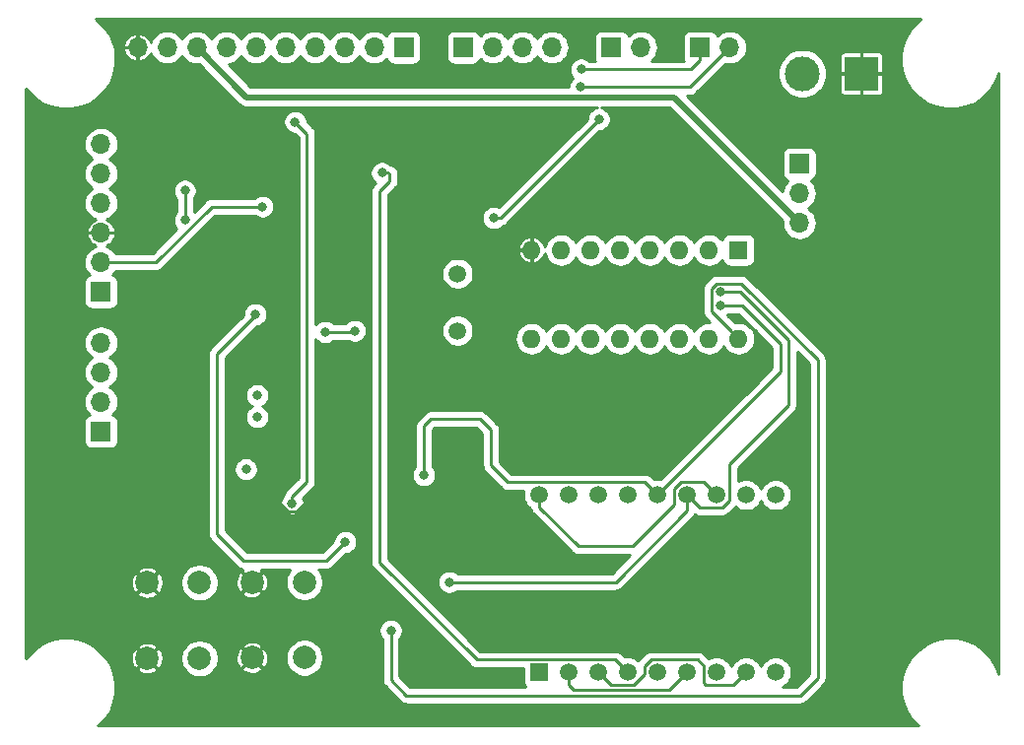
<source format=gbr>
G04 #@! TF.GenerationSoftware,KiCad,Pcbnew,(5.1.2)-1*
G04 #@! TF.CreationDate,2019-06-29T15:08:14-05:00*
G04 #@! TF.ProjectId,TPDSI_1,54504453-495f-4312-9e6b-696361645f70,1.3*
G04 #@! TF.SameCoordinates,Original*
G04 #@! TF.FileFunction,Copper,L2,Bot*
G04 #@! TF.FilePolarity,Positive*
%FSLAX46Y46*%
G04 Gerber Fmt 4.6, Leading zero omitted, Abs format (unit mm)*
G04 Created by KiCad (PCBNEW (5.1.2)-1) date 2019-06-29 15:08:14*
%MOMM*%
%LPD*%
G04 APERTURE LIST*
%ADD10C,3.000000*%
%ADD11R,3.000000X3.000000*%
%ADD12R,1.500000X1.500000*%
%ADD13C,1.500000*%
%ADD14R,1.700000X1.700000*%
%ADD15O,1.700000X1.700000*%
%ADD16C,2.000000*%
%ADD17R,1.600000X1.600000*%
%ADD18O,1.600000X1.600000*%
%ADD19C,0.800000*%
%ADD20C,0.254000*%
%ADD21C,0.508000*%
G04 APERTURE END LIST*
D10*
X174447200Y-66898000D03*
D11*
X179527200Y-66898000D03*
D12*
X151827000Y-118335000D03*
D13*
X154367000Y-118335000D03*
X156907000Y-118335000D03*
X159447000Y-118335000D03*
X161987000Y-118335000D03*
X164527000Y-118335000D03*
X167067000Y-118335000D03*
X169607000Y-118335000D03*
X172147000Y-118335000D03*
X172147000Y-103095000D03*
X169607000Y-103095000D03*
X167067000Y-103095000D03*
X164527000Y-103095000D03*
X161987000Y-103095000D03*
X159447000Y-103095000D03*
X156907000Y-103095000D03*
X154367000Y-103095000D03*
X151827000Y-103095000D03*
D14*
X140193000Y-64648000D03*
D15*
X137653000Y-64648000D03*
X135113000Y-64648000D03*
X132573000Y-64648000D03*
X130033000Y-64648000D03*
X127493000Y-64648000D03*
X124953000Y-64648000D03*
X122413000Y-64648000D03*
X119873000Y-64648000D03*
X117333000Y-64648000D03*
X168200500Y-64648000D03*
D14*
X165660500Y-64648000D03*
X158038000Y-64648000D03*
D15*
X160578000Y-64648000D03*
X114193000Y-90028000D03*
X114193000Y-92568000D03*
X114193000Y-95108000D03*
D14*
X114193000Y-97648000D03*
X145315500Y-64648000D03*
D15*
X147855500Y-64648000D03*
X150395500Y-64648000D03*
X152935500Y-64648000D03*
D14*
X114193000Y-85648000D03*
D15*
X114193000Y-83108000D03*
X114193000Y-80568000D03*
X114193000Y-78028000D03*
X114193000Y-75488000D03*
X114193000Y-72948000D03*
D14*
X174193000Y-74648000D03*
D15*
X174193000Y-77188000D03*
X174193000Y-79728000D03*
D16*
X127163000Y-110589000D03*
X131663000Y-110589000D03*
X127163000Y-117089000D03*
X131663000Y-117089000D03*
X122663000Y-117139000D03*
X118163000Y-117139000D03*
X122663000Y-110639000D03*
X118163000Y-110639000D03*
D17*
X168972000Y-82060000D03*
D18*
X151192000Y-89680000D03*
X166432000Y-82060000D03*
X153732000Y-89680000D03*
X163892000Y-82060000D03*
X156272000Y-89680000D03*
X161352000Y-82060000D03*
X158812000Y-89680000D03*
X158812000Y-82060000D03*
X161352000Y-89680000D03*
X156272000Y-82060000D03*
X163892000Y-89680000D03*
X153732000Y-82060000D03*
X166432000Y-89680000D03*
X151192000Y-82060000D03*
X168972000Y-89680000D03*
D13*
X144817000Y-89003500D03*
X144817000Y-84103500D03*
D19*
X127609600Y-94538800D03*
X127609600Y-96401468D03*
X126644400Y-100888800D03*
X121564400Y-121716800D03*
X117839066Y-121716800D03*
X119701732Y-121716800D03*
X115976400Y-121716800D03*
X128981200Y-121716800D03*
X125255866Y-121716800D03*
X127118532Y-121716800D03*
X123393200Y-121716800D03*
X136245600Y-121767600D03*
X132520266Y-121767600D03*
X134382932Y-121767600D03*
X130657600Y-121767600D03*
X143814800Y-121716800D03*
X140089466Y-121716800D03*
X141952132Y-121716800D03*
X138226800Y-121716800D03*
X151434800Y-121767600D03*
X147709466Y-121767600D03*
X149572132Y-121767600D03*
X145846800Y-121767600D03*
X158902400Y-121767600D03*
X155177066Y-121767600D03*
X157039732Y-121767600D03*
X153314400Y-121767600D03*
X166471600Y-121767600D03*
X162746266Y-121767600D03*
X164608932Y-121767600D03*
X160883600Y-121767600D03*
X174193200Y-121615200D03*
X170467866Y-121615200D03*
X172330532Y-121615200D03*
X168605200Y-121615200D03*
X181762400Y-121564400D03*
X178037066Y-121564400D03*
X179899732Y-121564400D03*
X176174400Y-121564400D03*
X160832800Y-113233200D03*
X157107466Y-113233200D03*
X158970132Y-113233200D03*
X155244800Y-113233200D03*
X168960800Y-110794800D03*
X165235466Y-110794800D03*
X167098132Y-110794800D03*
X163372800Y-110794800D03*
X170180000Y-107238800D03*
X166454666Y-107238800D03*
X168317332Y-107238800D03*
X164592000Y-107238800D03*
X156921200Y-108915200D03*
X153195866Y-108915200D03*
X155058532Y-108915200D03*
X151333200Y-108915200D03*
X147777200Y-86360000D03*
X144170400Y-86309200D03*
X145914532Y-86360000D03*
X141986000Y-86410800D03*
X134366000Y-75336400D03*
X134366000Y-79061734D03*
X134366000Y-77199068D03*
X134366000Y-80924400D03*
X127050800Y-75488800D03*
X127050800Y-79806800D03*
X127050800Y-77216000D03*
X127050800Y-81534000D03*
X108559600Y-86173734D03*
X108610400Y-80416400D03*
X108610400Y-78553734D03*
X108610400Y-76691068D03*
X108559600Y-104698800D03*
X108559600Y-97282000D03*
X108559600Y-99144668D03*
X108610400Y-90017600D03*
X108559600Y-82448400D03*
X108559600Y-101007334D03*
X108559600Y-108424134D03*
X108559600Y-102870000D03*
X108610400Y-91880268D03*
X108559600Y-84311068D03*
X108559600Y-106561468D03*
X108610400Y-95605600D03*
X108559600Y-88036400D03*
X108559600Y-110286800D03*
X108610400Y-93742934D03*
X121970800Y-88798400D03*
X121970800Y-92523734D03*
X121970800Y-90661068D03*
X121970800Y-94386400D03*
X124460000Y-88747600D03*
X122631200Y-99110800D03*
X118905866Y-99110800D03*
X120768532Y-99110800D03*
X117043200Y-99110800D03*
X122275600Y-101142800D03*
X118550266Y-101142800D03*
X120412932Y-101142800D03*
X116687600Y-101142800D03*
X129387600Y-111404400D03*
X129387600Y-115129734D03*
X129387600Y-113267068D03*
X129387600Y-116992400D03*
X124968000Y-111607600D03*
X124968000Y-115332934D03*
X124968000Y-113470268D03*
X124968000Y-117195600D03*
X170434000Y-63398400D03*
X174159334Y-63398400D03*
X172296668Y-63398400D03*
X176022000Y-63398400D03*
X179561066Y-63398400D03*
X181423732Y-63398400D03*
X177698400Y-63398400D03*
X147675600Y-92439066D03*
X147675600Y-94301732D03*
X147675600Y-90576400D03*
X136347200Y-97739200D03*
X136347200Y-101464534D03*
X136347200Y-99601868D03*
X136347200Y-103327200D03*
X128778000Y-100228400D03*
X174548800Y-115062000D03*
X177088800Y-113131600D03*
X177088800Y-115062000D03*
X174548800Y-113131600D03*
X174548800Y-118313200D03*
X177088800Y-116840000D03*
X177088800Y-118313200D03*
X174548800Y-116840000D03*
X185877200Y-73609200D03*
X182151866Y-73609200D03*
X184014532Y-73609200D03*
X180289200Y-73609200D03*
X158292800Y-71577200D03*
X160070800Y-71526400D03*
X163728400Y-71611066D03*
X161899600Y-71526400D03*
X165760400Y-75946000D03*
X163982400Y-75946000D03*
X160324800Y-75946000D03*
X162153600Y-75946000D03*
X155143200Y-75946000D03*
X156972000Y-75946000D03*
X158750000Y-75946000D03*
X118567200Y-76454000D03*
X118651866Y-72796400D03*
X118567200Y-74625200D03*
X118618000Y-67614800D03*
X118618000Y-69443600D03*
X118668800Y-71221600D03*
X137000000Y-87500000D03*
X140411200Y-88781466D03*
X140563600Y-85242400D03*
X136956800Y-85293200D03*
X139801600Y-102108000D03*
X139886266Y-98450400D03*
X139801600Y-100279200D03*
X175751066Y-80822800D03*
X177292000Y-98399600D03*
X175666400Y-82651600D03*
X175666400Y-84480400D03*
X177292000Y-96570800D03*
X177342800Y-92456000D03*
X177427466Y-88798400D03*
X177376666Y-94742000D03*
X177342800Y-90627200D03*
X190398400Y-100533200D03*
X190347600Y-98755200D03*
X188569600Y-98806000D03*
X188518800Y-96977200D03*
X190432266Y-95097600D03*
X190347600Y-96926400D03*
X188569600Y-100584000D03*
X188569600Y-95097600D03*
X190449200Y-93522800D03*
X190398400Y-91744800D03*
X188620400Y-91795600D03*
X188569600Y-89966800D03*
X190398400Y-89916000D03*
X188620400Y-93573600D03*
X184759600Y-92811600D03*
X184708800Y-90982800D03*
X184759600Y-94589600D03*
X184759600Y-89103200D03*
X185420000Y-113131600D03*
X185369200Y-111302800D03*
X185420000Y-114909600D03*
X185420000Y-109423200D03*
X186893200Y-113131600D03*
X186842400Y-111302800D03*
X186893200Y-114909600D03*
X186893200Y-109423200D03*
X186639200Y-106426000D03*
X188620400Y-104597200D03*
X184861200Y-106476800D03*
X184810400Y-104648000D03*
X188671200Y-106426000D03*
X186723866Y-102768400D03*
X186639200Y-104597200D03*
X188586532Y-102768400D03*
X184861200Y-102768400D03*
X186436000Y-86715600D03*
X188417200Y-84886800D03*
X184658000Y-86766400D03*
X184607200Y-84937600D03*
X188468000Y-86715600D03*
X186520666Y-83058000D03*
X186436000Y-84886800D03*
X188383332Y-83058000D03*
X184658000Y-83058000D03*
X172364400Y-100076000D03*
X129235200Y-101447600D03*
X133807200Y-101295200D03*
X144424400Y-81584800D03*
X146100800Y-82397600D03*
X147624800Y-84277200D03*
X172516800Y-98044000D03*
X169976800Y-100634800D03*
X171399200Y-99415600D03*
X171246800Y-100888800D03*
X168198800Y-91897200D03*
X169875200Y-91694000D03*
X168402000Y-93319600D03*
X169875200Y-93268800D03*
X168503600Y-94945200D03*
X133451600Y-89103200D03*
X136000000Y-89000000D03*
X139090400Y-114757200D03*
X128066800Y-78333600D03*
X147929600Y-79298800D03*
X156972000Y-70822085D03*
X121412000Y-76962000D03*
X121412000Y-79502000D03*
X141935200Y-101396800D03*
X167386000Y-86817200D03*
X144119600Y-110591600D03*
X167436800Y-85648800D03*
X135178800Y-107137200D03*
X127457200Y-87579200D03*
X138328400Y-75438000D03*
X155384500Y-68072000D03*
X155448000Y-66548000D03*
X130619500Y-103822500D03*
X130873500Y-71056500D03*
D20*
X130968461Y-104549501D02*
X133807200Y-101710762D01*
X130270539Y-104549501D02*
X130968461Y-104549501D01*
X129235200Y-101447600D02*
X129235200Y-103514162D01*
X129235200Y-103514162D02*
X130270539Y-104549501D01*
X133807200Y-101710762D02*
X133807200Y-101295200D01*
D21*
X173343001Y-78878001D02*
X174193000Y-79728000D01*
X163391001Y-68926001D02*
X173343001Y-78878001D01*
X126691001Y-68926001D02*
X163391001Y-68926001D01*
X122413000Y-64648000D02*
X126691001Y-68926001D01*
D20*
X133451600Y-89103200D02*
X136084038Y-89103200D01*
X139090400Y-114757200D02*
X139090400Y-118973600D01*
X140436821Y-120320021D02*
X174065979Y-120320021D01*
X139090400Y-118973600D02*
X140436821Y-120320021D01*
X168172001Y-88880001D02*
X168972000Y-89680000D01*
X166658999Y-87366999D02*
X168172001Y-88880001D01*
X166658999Y-85350639D02*
X166658999Y-87366999D01*
X167087839Y-84921799D02*
X166658999Y-85350639D01*
X169198999Y-84921799D02*
X167087839Y-84921799D01*
X123698000Y-78333600D02*
X128066800Y-78333600D01*
X118923600Y-83108000D02*
X123698000Y-78333600D01*
X114193000Y-83108000D02*
X118923600Y-83108000D01*
X175768000Y-91490800D02*
X169198999Y-84921799D01*
X174065979Y-120320021D02*
X174269179Y-120320021D01*
X175768000Y-118821200D02*
X174269179Y-120320021D01*
X175768000Y-91490800D02*
X175768000Y-118821200D01*
X148495285Y-79298800D02*
X156972000Y-70822085D01*
X147929600Y-79298800D02*
X148495285Y-79298800D01*
X121412000Y-76962000D02*
X121412000Y-79121000D01*
X121412000Y-79121000D02*
X121412000Y-79502000D01*
X161987000Y-103095000D02*
X160909999Y-102017999D01*
X169281180Y-86817200D02*
X171152990Y-88689010D01*
X167386000Y-86817200D02*
X169281180Y-86817200D01*
X171152990Y-88689010D02*
X171152990Y-88704590D01*
X171152990Y-88704590D02*
X172567600Y-90119200D01*
X172567600Y-92514400D02*
X171022000Y-94060000D01*
X172567600Y-90119200D02*
X172567600Y-92514400D01*
X171022000Y-94060000D02*
X161987000Y-103095000D01*
X147714801Y-97524401D02*
X146761200Y-96570800D01*
X146761200Y-96570800D02*
X142544800Y-96570800D01*
X141935200Y-97180400D02*
X141935200Y-101396800D01*
X142544800Y-96570800D02*
X141935200Y-97180400D01*
X147714801Y-100572401D02*
X149160399Y-102017999D01*
X147714801Y-97524401D02*
X147714801Y-100572401D01*
X160909999Y-102017999D02*
X149160399Y-102017999D01*
X164527000Y-103095000D02*
X164527000Y-104459000D01*
X164527000Y-104459000D02*
X158394400Y-110591600D01*
X158394400Y-110591600D02*
X144119600Y-110591600D01*
X167583961Y-104172001D02*
X165604001Y-104172001D01*
X168144001Y-100477237D02*
X168144001Y-103611961D01*
X173224001Y-95397237D02*
X168144001Y-100477237D01*
X165604001Y-104172001D02*
X164527000Y-103095000D01*
X173224001Y-89810401D02*
X173224001Y-95397237D01*
X168144001Y-103611961D02*
X167583961Y-104172001D01*
X169062400Y-85648800D02*
X173224001Y-89810401D01*
X167436800Y-85648800D02*
X169062400Y-85648800D01*
X159512000Y-103160000D02*
X159447000Y-103095000D01*
X168857001Y-119084999D02*
X169607000Y-118335000D01*
X168529999Y-119412001D02*
X168857001Y-119084999D01*
X165989999Y-117818039D02*
X165989999Y-119253999D01*
X165989999Y-119253999D02*
X166148001Y-119412001D01*
X165429959Y-117257999D02*
X165989999Y-117818039D01*
X166148001Y-119412001D02*
X168529999Y-119412001D01*
X156907000Y-118335000D02*
X157984001Y-119412001D01*
X157984001Y-119412001D02*
X159963961Y-119412001D01*
X159963961Y-119412001D02*
X160909999Y-118465963D01*
X160909999Y-118465963D02*
X160909999Y-117818039D01*
X160909999Y-117818039D02*
X161470039Y-117257999D01*
X161470039Y-117257999D02*
X165429959Y-117257999D01*
X163777001Y-119084999D02*
X164527000Y-118335000D01*
X162995989Y-119866011D02*
X163777001Y-119084999D01*
X154837351Y-119866011D02*
X162995989Y-119866011D01*
X154367000Y-119395660D02*
X154837351Y-119866011D01*
X154367000Y-118335000D02*
X154367000Y-119395660D01*
X166317001Y-102345001D02*
X167067000Y-103095000D01*
X165989999Y-102017999D02*
X166317001Y-102345001D01*
X164010039Y-102017999D02*
X165989999Y-102017999D01*
X163449999Y-102578039D02*
X164010039Y-102017999D01*
X163449999Y-103919563D02*
X163449999Y-102578039D01*
X159860961Y-107508601D02*
X163449999Y-103919563D01*
X155179941Y-107508601D02*
X159860961Y-107508601D01*
X151827000Y-104155660D02*
X155179941Y-107508601D01*
X151827000Y-103095000D02*
X151827000Y-104155660D01*
X135178800Y-107137200D02*
X133553200Y-108762800D01*
X133553200Y-108762800D02*
X126441200Y-108762800D01*
X126441200Y-108762800D02*
X124155200Y-106476800D01*
X124155200Y-106476800D02*
X124155200Y-90982800D01*
X124155200Y-90982800D02*
X127558800Y-87579200D01*
X138125200Y-103428800D02*
X138125200Y-105359200D01*
X138125200Y-90576400D02*
X138125200Y-103428800D01*
X138125200Y-90576400D02*
X138125200Y-77012800D01*
X138988800Y-75532715D02*
X138988800Y-76149200D01*
X138894085Y-75438000D02*
X138988800Y-75532715D01*
X138328400Y-75438000D02*
X138894085Y-75438000D01*
X138125200Y-77012800D02*
X138988800Y-76149200D01*
X158369999Y-117257999D02*
X159447000Y-118335000D01*
X146467999Y-117257999D02*
X158369999Y-117257999D01*
X138125200Y-108915200D02*
X146467999Y-117257999D01*
X138125200Y-103428800D02*
X138125200Y-108915200D01*
X155950185Y-68072000D02*
X155384500Y-68072000D01*
X164776500Y-68072000D02*
X155950185Y-68072000D01*
X168200500Y-64648000D02*
X164776500Y-68072000D01*
X165660500Y-65752000D02*
X165660500Y-64648000D01*
X164864500Y-66548000D02*
X165660500Y-65752000D01*
X155448000Y-66548000D02*
X164864500Y-66548000D01*
X131889500Y-72072500D02*
X130873500Y-71056500D01*
X131889500Y-101986815D02*
X131889500Y-72072500D01*
X130619500Y-103822500D02*
X130619500Y-103256815D01*
X130619500Y-103256815D02*
X131889500Y-101986815D01*
G36*
X184472946Y-62333605D02*
G01*
X183878605Y-62927946D01*
X183411634Y-63626818D01*
X183089979Y-64403362D01*
X182926000Y-65227737D01*
X182926000Y-66068263D01*
X183089979Y-66892638D01*
X183411634Y-67669182D01*
X183878605Y-68368054D01*
X184472946Y-68962395D01*
X185171818Y-69429366D01*
X185948362Y-69751021D01*
X186772737Y-69915000D01*
X187613263Y-69915000D01*
X188437638Y-69751021D01*
X189214182Y-69429366D01*
X189913054Y-68962395D01*
X190507395Y-68368054D01*
X190974366Y-67669182D01*
X191296021Y-66892638D01*
X191309182Y-66826473D01*
X191309182Y-118469527D01*
X191296021Y-118403362D01*
X190974366Y-117626818D01*
X190507395Y-116927946D01*
X189913054Y-116333605D01*
X189214182Y-115866634D01*
X188437638Y-115544979D01*
X187613263Y-115381000D01*
X186772737Y-115381000D01*
X185948362Y-115544979D01*
X185171818Y-115866634D01*
X184472946Y-116333605D01*
X183878605Y-116927946D01*
X183411634Y-117626818D01*
X183089979Y-118403362D01*
X182926000Y-119227737D01*
X182926000Y-120068263D01*
X183089979Y-120892638D01*
X183411634Y-121669182D01*
X183878605Y-122368054D01*
X184446551Y-122936000D01*
X113939449Y-122936000D01*
X114507395Y-122368054D01*
X114974366Y-121669182D01*
X115296021Y-120892638D01*
X115460000Y-120068263D01*
X115460000Y-119227737D01*
X115296021Y-118403362D01*
X115157527Y-118069006D01*
X117265521Y-118069006D01*
X117366060Y-118275023D01*
X117603000Y-118408670D01*
X117861461Y-118493525D01*
X118131510Y-118526325D01*
X118402769Y-118505812D01*
X118664813Y-118432773D01*
X118907574Y-118310014D01*
X118959940Y-118275023D01*
X119060479Y-118069006D01*
X118163000Y-117171527D01*
X117265521Y-118069006D01*
X115157527Y-118069006D01*
X114974366Y-117626818D01*
X114627376Y-117107510D01*
X116775675Y-117107510D01*
X116796188Y-117378769D01*
X116869227Y-117640813D01*
X116991986Y-117883574D01*
X117026977Y-117935940D01*
X117232994Y-118036479D01*
X118130473Y-117139000D01*
X118195527Y-117139000D01*
X119093006Y-118036479D01*
X119299023Y-117935940D01*
X119432670Y-117699000D01*
X119517525Y-117440539D01*
X119550325Y-117170490D01*
X119535826Y-116978755D01*
X121036000Y-116978755D01*
X121036000Y-117299245D01*
X121098525Y-117613578D01*
X121221172Y-117909673D01*
X121399227Y-118176152D01*
X121625848Y-118402773D01*
X121892327Y-118580828D01*
X122188422Y-118703475D01*
X122502755Y-118766000D01*
X122823245Y-118766000D01*
X123137578Y-118703475D01*
X123433673Y-118580828D01*
X123700152Y-118402773D01*
X123926773Y-118176152D01*
X124031774Y-118019006D01*
X126265521Y-118019006D01*
X126366060Y-118225023D01*
X126603000Y-118358670D01*
X126861461Y-118443525D01*
X127131510Y-118476325D01*
X127402769Y-118455812D01*
X127664813Y-118382773D01*
X127907574Y-118260014D01*
X127959940Y-118225023D01*
X128060479Y-118019006D01*
X127163000Y-117121527D01*
X126265521Y-118019006D01*
X124031774Y-118019006D01*
X124104828Y-117909673D01*
X124227475Y-117613578D01*
X124290000Y-117299245D01*
X124290000Y-117057510D01*
X125775675Y-117057510D01*
X125796188Y-117328769D01*
X125869227Y-117590813D01*
X125991986Y-117833574D01*
X126026977Y-117885940D01*
X126232994Y-117986479D01*
X127130473Y-117089000D01*
X127195527Y-117089000D01*
X128093006Y-117986479D01*
X128299023Y-117885940D01*
X128432670Y-117649000D01*
X128517525Y-117390539D01*
X128550325Y-117120490D01*
X128535826Y-116928755D01*
X130036000Y-116928755D01*
X130036000Y-117249245D01*
X130098525Y-117563578D01*
X130221172Y-117859673D01*
X130399227Y-118126152D01*
X130625848Y-118352773D01*
X130892327Y-118530828D01*
X131188422Y-118653475D01*
X131502755Y-118716000D01*
X131823245Y-118716000D01*
X132137578Y-118653475D01*
X132433673Y-118530828D01*
X132700152Y-118352773D01*
X132926773Y-118126152D01*
X133104828Y-117859673D01*
X133227475Y-117563578D01*
X133290000Y-117249245D01*
X133290000Y-116928755D01*
X133227475Y-116614422D01*
X133104828Y-116318327D01*
X132926773Y-116051848D01*
X132700152Y-115825227D01*
X132433673Y-115647172D01*
X132137578Y-115524525D01*
X131823245Y-115462000D01*
X131502755Y-115462000D01*
X131188422Y-115524525D01*
X130892327Y-115647172D01*
X130625848Y-115825227D01*
X130399227Y-116051848D01*
X130221172Y-116318327D01*
X130098525Y-116614422D01*
X130036000Y-116928755D01*
X128535826Y-116928755D01*
X128529812Y-116849231D01*
X128456773Y-116587187D01*
X128334014Y-116344426D01*
X128299023Y-116292060D01*
X128093006Y-116191521D01*
X127195527Y-117089000D01*
X127130473Y-117089000D01*
X126232994Y-116191521D01*
X126026977Y-116292060D01*
X125893330Y-116529000D01*
X125808475Y-116787461D01*
X125775675Y-117057510D01*
X124290000Y-117057510D01*
X124290000Y-116978755D01*
X124227475Y-116664422D01*
X124104828Y-116368327D01*
X123964957Y-116158994D01*
X126265521Y-116158994D01*
X127163000Y-117056473D01*
X128060479Y-116158994D01*
X127959940Y-115952977D01*
X127723000Y-115819330D01*
X127464539Y-115734475D01*
X127194490Y-115701675D01*
X126923231Y-115722188D01*
X126661187Y-115795227D01*
X126418426Y-115917986D01*
X126366060Y-115952977D01*
X126265521Y-116158994D01*
X123964957Y-116158994D01*
X123926773Y-116101848D01*
X123700152Y-115875227D01*
X123433673Y-115697172D01*
X123137578Y-115574525D01*
X122823245Y-115512000D01*
X122502755Y-115512000D01*
X122188422Y-115574525D01*
X121892327Y-115697172D01*
X121625848Y-115875227D01*
X121399227Y-116101848D01*
X121221172Y-116368327D01*
X121098525Y-116664422D01*
X121036000Y-116978755D01*
X119535826Y-116978755D01*
X119529812Y-116899231D01*
X119456773Y-116637187D01*
X119334014Y-116394426D01*
X119299023Y-116342060D01*
X119093006Y-116241521D01*
X118195527Y-117139000D01*
X118130473Y-117139000D01*
X117232994Y-116241521D01*
X117026977Y-116342060D01*
X116893330Y-116579000D01*
X116808475Y-116837461D01*
X116775675Y-117107510D01*
X114627376Y-117107510D01*
X114507395Y-116927946D01*
X113913054Y-116333605D01*
X113726561Y-116208994D01*
X117265521Y-116208994D01*
X118163000Y-117106473D01*
X119060479Y-116208994D01*
X118959940Y-116002977D01*
X118723000Y-115869330D01*
X118464539Y-115784475D01*
X118194490Y-115751675D01*
X117923231Y-115772188D01*
X117661187Y-115845227D01*
X117418426Y-115967986D01*
X117366060Y-116002977D01*
X117265521Y-116208994D01*
X113726561Y-116208994D01*
X113214182Y-115866634D01*
X112437638Y-115544979D01*
X111613263Y-115381000D01*
X110772737Y-115381000D01*
X109948362Y-115544979D01*
X109171818Y-115866634D01*
X108472946Y-116333605D01*
X107878605Y-116927946D01*
X107743182Y-117130621D01*
X107743182Y-111569006D01*
X117265521Y-111569006D01*
X117366060Y-111775023D01*
X117603000Y-111908670D01*
X117861461Y-111993525D01*
X118131510Y-112026325D01*
X118402769Y-112005812D01*
X118664813Y-111932773D01*
X118907574Y-111810014D01*
X118959940Y-111775023D01*
X119060479Y-111569006D01*
X118163000Y-110671527D01*
X117265521Y-111569006D01*
X107743182Y-111569006D01*
X107743182Y-110607510D01*
X116775675Y-110607510D01*
X116796188Y-110878769D01*
X116869227Y-111140813D01*
X116991986Y-111383574D01*
X117026977Y-111435940D01*
X117232994Y-111536479D01*
X118130473Y-110639000D01*
X118195527Y-110639000D01*
X119093006Y-111536479D01*
X119299023Y-111435940D01*
X119432670Y-111199000D01*
X119517525Y-110940539D01*
X119550325Y-110670490D01*
X119535826Y-110478755D01*
X121036000Y-110478755D01*
X121036000Y-110799245D01*
X121098525Y-111113578D01*
X121221172Y-111409673D01*
X121399227Y-111676152D01*
X121625848Y-111902773D01*
X121892327Y-112080828D01*
X122188422Y-112203475D01*
X122502755Y-112266000D01*
X122823245Y-112266000D01*
X123137578Y-112203475D01*
X123433673Y-112080828D01*
X123700152Y-111902773D01*
X123926773Y-111676152D01*
X124031774Y-111519006D01*
X126265521Y-111519006D01*
X126366060Y-111725023D01*
X126603000Y-111858670D01*
X126861461Y-111943525D01*
X127131510Y-111976325D01*
X127402769Y-111955812D01*
X127664813Y-111882773D01*
X127907574Y-111760014D01*
X127959940Y-111725023D01*
X128060479Y-111519006D01*
X127163000Y-110621527D01*
X126265521Y-111519006D01*
X124031774Y-111519006D01*
X124104828Y-111409673D01*
X124227475Y-111113578D01*
X124290000Y-110799245D01*
X124290000Y-110557510D01*
X125775675Y-110557510D01*
X125796188Y-110828769D01*
X125869227Y-111090813D01*
X125991986Y-111333574D01*
X126026977Y-111385940D01*
X126232994Y-111486479D01*
X127130473Y-110589000D01*
X127195527Y-110589000D01*
X128093006Y-111486479D01*
X128299023Y-111385940D01*
X128432670Y-111149000D01*
X128517525Y-110890539D01*
X128550325Y-110620490D01*
X128529812Y-110349231D01*
X128456773Y-110087187D01*
X128334014Y-109844426D01*
X128299023Y-109792060D01*
X128093006Y-109691521D01*
X127195527Y-110589000D01*
X127130473Y-110589000D01*
X126232994Y-109691521D01*
X126026977Y-109792060D01*
X125893330Y-110029000D01*
X125808475Y-110287461D01*
X125775675Y-110557510D01*
X124290000Y-110557510D01*
X124290000Y-110478755D01*
X124227475Y-110164422D01*
X124104828Y-109868327D01*
X123926773Y-109601848D01*
X123700152Y-109375227D01*
X123433673Y-109197172D01*
X123137578Y-109074525D01*
X122823245Y-109012000D01*
X122502755Y-109012000D01*
X122188422Y-109074525D01*
X121892327Y-109197172D01*
X121625848Y-109375227D01*
X121399227Y-109601848D01*
X121221172Y-109868327D01*
X121098525Y-110164422D01*
X121036000Y-110478755D01*
X119535826Y-110478755D01*
X119529812Y-110399231D01*
X119456773Y-110137187D01*
X119334014Y-109894426D01*
X119299023Y-109842060D01*
X119093006Y-109741521D01*
X118195527Y-110639000D01*
X118130473Y-110639000D01*
X117232994Y-109741521D01*
X117026977Y-109842060D01*
X116893330Y-110079000D01*
X116808475Y-110337461D01*
X116775675Y-110607510D01*
X107743182Y-110607510D01*
X107743182Y-109708994D01*
X117265521Y-109708994D01*
X118163000Y-110606473D01*
X119060479Y-109708994D01*
X118959940Y-109502977D01*
X118723000Y-109369330D01*
X118464539Y-109284475D01*
X118194490Y-109251675D01*
X117923231Y-109272188D01*
X117661187Y-109345227D01*
X117418426Y-109467986D01*
X117366060Y-109502977D01*
X117265521Y-109708994D01*
X107743182Y-109708994D01*
X107743182Y-90028000D01*
X112708854Y-90028000D01*
X112737371Y-90317543D01*
X112821828Y-90595958D01*
X112958978Y-90852547D01*
X113143550Y-91077450D01*
X113368453Y-91262022D01*
X113435763Y-91298000D01*
X113368453Y-91333978D01*
X113143550Y-91518550D01*
X112958978Y-91743453D01*
X112821828Y-92000042D01*
X112737371Y-92278457D01*
X112708854Y-92568000D01*
X112737371Y-92857543D01*
X112821828Y-93135958D01*
X112958978Y-93392547D01*
X113143550Y-93617450D01*
X113368453Y-93802022D01*
X113435763Y-93838000D01*
X113368453Y-93873978D01*
X113143550Y-94058550D01*
X112958978Y-94283453D01*
X112821828Y-94540042D01*
X112737371Y-94818457D01*
X112708854Y-95108000D01*
X112737371Y-95397543D01*
X112821828Y-95675958D01*
X112958978Y-95932547D01*
X113143550Y-96157450D01*
X113184332Y-96190919D01*
X113101897Y-96215925D01*
X112992972Y-96274147D01*
X112897499Y-96352499D01*
X112819147Y-96447972D01*
X112760925Y-96556897D01*
X112725073Y-96675087D01*
X112712967Y-96798000D01*
X112712967Y-98498000D01*
X112725073Y-98620913D01*
X112760925Y-98739103D01*
X112819147Y-98848028D01*
X112897499Y-98943501D01*
X112992972Y-99021853D01*
X113101897Y-99080075D01*
X113220087Y-99115927D01*
X113343000Y-99128033D01*
X115043000Y-99128033D01*
X115165913Y-99115927D01*
X115284103Y-99080075D01*
X115393028Y-99021853D01*
X115488501Y-98943501D01*
X115566853Y-98848028D01*
X115625075Y-98739103D01*
X115660927Y-98620913D01*
X115673033Y-98498000D01*
X115673033Y-96798000D01*
X115660927Y-96675087D01*
X115625075Y-96556897D01*
X115566853Y-96447972D01*
X115488501Y-96352499D01*
X115393028Y-96274147D01*
X115284103Y-96215925D01*
X115201668Y-96190919D01*
X115242450Y-96157450D01*
X115427022Y-95932547D01*
X115564172Y-95675958D01*
X115648629Y-95397543D01*
X115677146Y-95108000D01*
X115648629Y-94818457D01*
X115564172Y-94540042D01*
X115427022Y-94283453D01*
X115242450Y-94058550D01*
X115017547Y-93873978D01*
X114950237Y-93838000D01*
X115017547Y-93802022D01*
X115242450Y-93617450D01*
X115427022Y-93392547D01*
X115564172Y-93135958D01*
X115648629Y-92857543D01*
X115677146Y-92568000D01*
X115648629Y-92278457D01*
X115564172Y-92000042D01*
X115427022Y-91743453D01*
X115242450Y-91518550D01*
X115017547Y-91333978D01*
X114950237Y-91298000D01*
X115017547Y-91262022D01*
X115242450Y-91077450D01*
X115320126Y-90982800D01*
X123397553Y-90982800D01*
X123401201Y-91019841D01*
X123401200Y-106439769D01*
X123397553Y-106476800D01*
X123401200Y-106513831D01*
X123401200Y-106513838D01*
X123412110Y-106624609D01*
X123455225Y-106766738D01*
X123525239Y-106897726D01*
X123619462Y-107012538D01*
X123648237Y-107036153D01*
X125881851Y-109269768D01*
X125905462Y-109298538D01*
X126020273Y-109392761D01*
X126151261Y-109462775D01*
X126293390Y-109505890D01*
X126338089Y-109510292D01*
X126265521Y-109658994D01*
X127163000Y-110556473D01*
X128060479Y-109658994D01*
X127991086Y-109516800D01*
X130434275Y-109516800D01*
X130399227Y-109551848D01*
X130221172Y-109818327D01*
X130098525Y-110114422D01*
X130036000Y-110428755D01*
X130036000Y-110749245D01*
X130098525Y-111063578D01*
X130221172Y-111359673D01*
X130399227Y-111626152D01*
X130625848Y-111852773D01*
X130892327Y-112030828D01*
X131188422Y-112153475D01*
X131502755Y-112216000D01*
X131823245Y-112216000D01*
X132137578Y-112153475D01*
X132433673Y-112030828D01*
X132700152Y-111852773D01*
X132926773Y-111626152D01*
X133104828Y-111359673D01*
X133227475Y-111063578D01*
X133290000Y-110749245D01*
X133290000Y-110428755D01*
X133227475Y-110114422D01*
X133104828Y-109818327D01*
X132926773Y-109551848D01*
X132891725Y-109516800D01*
X133516169Y-109516800D01*
X133553200Y-109520447D01*
X133590231Y-109516800D01*
X133590239Y-109516800D01*
X133701010Y-109505890D01*
X133843139Y-109462775D01*
X133974127Y-109392761D01*
X134088938Y-109298538D01*
X134112553Y-109269763D01*
X135218117Y-108164200D01*
X135279951Y-108164200D01*
X135478365Y-108124733D01*
X135665267Y-108047315D01*
X135833474Y-107934923D01*
X135976523Y-107791874D01*
X136088915Y-107623667D01*
X136166333Y-107436765D01*
X136205800Y-107238351D01*
X136205800Y-107036049D01*
X136166333Y-106837635D01*
X136088915Y-106650733D01*
X135976523Y-106482526D01*
X135833474Y-106339477D01*
X135665267Y-106227085D01*
X135478365Y-106149667D01*
X135279951Y-106110200D01*
X135077649Y-106110200D01*
X134879235Y-106149667D01*
X134692333Y-106227085D01*
X134524126Y-106339477D01*
X134381077Y-106482526D01*
X134268685Y-106650733D01*
X134191267Y-106837635D01*
X134151800Y-107036049D01*
X134151800Y-107097883D01*
X133240884Y-108008800D01*
X126753517Y-108008800D01*
X124909200Y-106164484D01*
X124909200Y-103721349D01*
X129592500Y-103721349D01*
X129592500Y-103923651D01*
X129631967Y-104122065D01*
X129709385Y-104308967D01*
X129821777Y-104477174D01*
X129964826Y-104620223D01*
X130133033Y-104732615D01*
X130319935Y-104810033D01*
X130518349Y-104849500D01*
X130720651Y-104849500D01*
X130919065Y-104810033D01*
X131105967Y-104732615D01*
X131274174Y-104620223D01*
X131417223Y-104477174D01*
X131529615Y-104308967D01*
X131607033Y-104122065D01*
X131646500Y-103923651D01*
X131646500Y-103721349D01*
X131607033Y-103522935D01*
X131552163Y-103390468D01*
X132396469Y-102546163D01*
X132425238Y-102522553D01*
X132519461Y-102407742D01*
X132589475Y-102276754D01*
X132632590Y-102134625D01*
X132643500Y-102023854D01*
X132643500Y-102023844D01*
X132647147Y-101986816D01*
X132643500Y-101949787D01*
X132643500Y-89742344D01*
X132653877Y-89757874D01*
X132796926Y-89900923D01*
X132965133Y-90013315D01*
X133152035Y-90090733D01*
X133350449Y-90130200D01*
X133552751Y-90130200D01*
X133751165Y-90090733D01*
X133938067Y-90013315D01*
X134106274Y-89900923D01*
X134149997Y-89857200D01*
X135434340Y-89857200D01*
X135513533Y-89910115D01*
X135700435Y-89987533D01*
X135898849Y-90027000D01*
X136101151Y-90027000D01*
X136299565Y-89987533D01*
X136486467Y-89910115D01*
X136654674Y-89797723D01*
X136797723Y-89654674D01*
X136910115Y-89486467D01*
X136987533Y-89299565D01*
X137027000Y-89101151D01*
X137027000Y-88898849D01*
X136987533Y-88700435D01*
X136910115Y-88513533D01*
X136797723Y-88345326D01*
X136654674Y-88202277D01*
X136486467Y-88089885D01*
X136299565Y-88012467D01*
X136101151Y-87973000D01*
X135898849Y-87973000D01*
X135700435Y-88012467D01*
X135513533Y-88089885D01*
X135345326Y-88202277D01*
X135202277Y-88345326D01*
X135199688Y-88349200D01*
X134149997Y-88349200D01*
X134106274Y-88305477D01*
X133938067Y-88193085D01*
X133751165Y-88115667D01*
X133552751Y-88076200D01*
X133350449Y-88076200D01*
X133152035Y-88115667D01*
X132965133Y-88193085D01*
X132796926Y-88305477D01*
X132653877Y-88448526D01*
X132643500Y-88464056D01*
X132643500Y-75336849D01*
X137301400Y-75336849D01*
X137301400Y-75539151D01*
X137340867Y-75737565D01*
X137418285Y-75924467D01*
X137530677Y-76092674D01*
X137673726Y-76235723D01*
X137770979Y-76300705D01*
X137618232Y-76453452D01*
X137589463Y-76477062D01*
X137565852Y-76505832D01*
X137565851Y-76505833D01*
X137495239Y-76591874D01*
X137425226Y-76722861D01*
X137382110Y-76864991D01*
X137367553Y-77012800D01*
X137371201Y-77049841D01*
X137371200Y-90539361D01*
X137371200Y-90539362D01*
X137371201Y-103391752D01*
X137371200Y-103391762D01*
X137371201Y-108878159D01*
X137367553Y-108915200D01*
X137382110Y-109063009D01*
X137425226Y-109205139D01*
X137495239Y-109336126D01*
X137527329Y-109375227D01*
X137589463Y-109450938D01*
X137618233Y-109474549D01*
X145908649Y-117764966D01*
X145932261Y-117793737D01*
X146047072Y-117887960D01*
X146178060Y-117957974D01*
X146320189Y-118001089D01*
X146430960Y-118011999D01*
X146430970Y-118011999D01*
X146467998Y-118015646D01*
X146505027Y-118011999D01*
X150446967Y-118011999D01*
X150446967Y-119085000D01*
X150459073Y-119207913D01*
X150494925Y-119326103D01*
X150553147Y-119435028D01*
X150631499Y-119530501D01*
X150674781Y-119566021D01*
X140749138Y-119566021D01*
X139844400Y-118661284D01*
X139844400Y-115455597D01*
X139888123Y-115411874D01*
X140000515Y-115243667D01*
X140077933Y-115056765D01*
X140117400Y-114858351D01*
X140117400Y-114656049D01*
X140077933Y-114457635D01*
X140000515Y-114270733D01*
X139888123Y-114102526D01*
X139745074Y-113959477D01*
X139576867Y-113847085D01*
X139389965Y-113769667D01*
X139191551Y-113730200D01*
X138989249Y-113730200D01*
X138790835Y-113769667D01*
X138603933Y-113847085D01*
X138435726Y-113959477D01*
X138292677Y-114102526D01*
X138180285Y-114270733D01*
X138102867Y-114457635D01*
X138063400Y-114656049D01*
X138063400Y-114858351D01*
X138102867Y-115056765D01*
X138180285Y-115243667D01*
X138292677Y-115411874D01*
X138336400Y-115455597D01*
X138336401Y-118936559D01*
X138332753Y-118973600D01*
X138347310Y-119121409D01*
X138390426Y-119263539D01*
X138460439Y-119394526D01*
X138474781Y-119412001D01*
X138554663Y-119509338D01*
X138583432Y-119532948D01*
X139877472Y-120826989D01*
X139901083Y-120855759D01*
X139929853Y-120879370D01*
X140015894Y-120949982D01*
X140146881Y-121019996D01*
X140289011Y-121063111D01*
X140436821Y-121077669D01*
X140473860Y-121074021D01*
X174232148Y-121074021D01*
X174269179Y-121077668D01*
X174306210Y-121074021D01*
X174306218Y-121074021D01*
X174416989Y-121063111D01*
X174559118Y-121019996D01*
X174690106Y-120949982D01*
X174804917Y-120855759D01*
X174828532Y-120826984D01*
X176274968Y-119380549D01*
X176303738Y-119356938D01*
X176397961Y-119242127D01*
X176467975Y-119111139D01*
X176511090Y-118969010D01*
X176522000Y-118858239D01*
X176522000Y-118858231D01*
X176525647Y-118821200D01*
X176522000Y-118784169D01*
X176522000Y-91527828D01*
X176525647Y-91490799D01*
X176522000Y-91453771D01*
X176522000Y-91453761D01*
X176511090Y-91342990D01*
X176467975Y-91200861D01*
X176397961Y-91069873D01*
X176303738Y-90955062D01*
X176274969Y-90931452D01*
X169758352Y-84414836D01*
X169734737Y-84386061D01*
X169619926Y-84291838D01*
X169488938Y-84221824D01*
X169346809Y-84178709D01*
X169236038Y-84167799D01*
X169236030Y-84167799D01*
X169198999Y-84164152D01*
X169161968Y-84167799D01*
X167124867Y-84167799D01*
X167087838Y-84164152D01*
X167050810Y-84167799D01*
X167050800Y-84167799D01*
X166940029Y-84178709D01*
X166797900Y-84221824D01*
X166666912Y-84291838D01*
X166552101Y-84386061D01*
X166528486Y-84414836D01*
X166152036Y-84791286D01*
X166123261Y-84814901D01*
X166029038Y-84929713D01*
X165959024Y-85060701D01*
X165915909Y-85202830D01*
X165904999Y-85313601D01*
X165904999Y-85313608D01*
X165901352Y-85350639D01*
X165904999Y-85387670D01*
X165905000Y-87329958D01*
X165901352Y-87366999D01*
X165915909Y-87514808D01*
X165959025Y-87656938D01*
X166029038Y-87787925D01*
X166095690Y-87869140D01*
X166123262Y-87902737D01*
X166152031Y-87926348D01*
X166478684Y-88253000D01*
X166361902Y-88253000D01*
X166152259Y-88273648D01*
X165883269Y-88355245D01*
X165635366Y-88487752D01*
X165418077Y-88666077D01*
X165239752Y-88883366D01*
X165162000Y-89028830D01*
X165084248Y-88883366D01*
X164905923Y-88666077D01*
X164688634Y-88487752D01*
X164440731Y-88355245D01*
X164171741Y-88273648D01*
X163962098Y-88253000D01*
X163821902Y-88253000D01*
X163612259Y-88273648D01*
X163343269Y-88355245D01*
X163095366Y-88487752D01*
X162878077Y-88666077D01*
X162699752Y-88883366D01*
X162622000Y-89028830D01*
X162544248Y-88883366D01*
X162365923Y-88666077D01*
X162148634Y-88487752D01*
X161900731Y-88355245D01*
X161631741Y-88273648D01*
X161422098Y-88253000D01*
X161281902Y-88253000D01*
X161072259Y-88273648D01*
X160803269Y-88355245D01*
X160555366Y-88487752D01*
X160338077Y-88666077D01*
X160159752Y-88883366D01*
X160082000Y-89028830D01*
X160004248Y-88883366D01*
X159825923Y-88666077D01*
X159608634Y-88487752D01*
X159360731Y-88355245D01*
X159091741Y-88273648D01*
X158882098Y-88253000D01*
X158741902Y-88253000D01*
X158532259Y-88273648D01*
X158263269Y-88355245D01*
X158015366Y-88487752D01*
X157798077Y-88666077D01*
X157619752Y-88883366D01*
X157542000Y-89028830D01*
X157464248Y-88883366D01*
X157285923Y-88666077D01*
X157068634Y-88487752D01*
X156820731Y-88355245D01*
X156551741Y-88273648D01*
X156342098Y-88253000D01*
X156201902Y-88253000D01*
X155992259Y-88273648D01*
X155723269Y-88355245D01*
X155475366Y-88487752D01*
X155258077Y-88666077D01*
X155079752Y-88883366D01*
X155002000Y-89028830D01*
X154924248Y-88883366D01*
X154745923Y-88666077D01*
X154528634Y-88487752D01*
X154280731Y-88355245D01*
X154011741Y-88273648D01*
X153802098Y-88253000D01*
X153661902Y-88253000D01*
X153452259Y-88273648D01*
X153183269Y-88355245D01*
X152935366Y-88487752D01*
X152718077Y-88666077D01*
X152539752Y-88883366D01*
X152462000Y-89028830D01*
X152384248Y-88883366D01*
X152205923Y-88666077D01*
X151988634Y-88487752D01*
X151740731Y-88355245D01*
X151471741Y-88273648D01*
X151262098Y-88253000D01*
X151121902Y-88253000D01*
X150912259Y-88273648D01*
X150643269Y-88355245D01*
X150395366Y-88487752D01*
X150178077Y-88666077D01*
X149999752Y-88883366D01*
X149867245Y-89131269D01*
X149785648Y-89400259D01*
X149758096Y-89680000D01*
X149785648Y-89959741D01*
X149867245Y-90228731D01*
X149999752Y-90476634D01*
X150178077Y-90693923D01*
X150395366Y-90872248D01*
X150643269Y-91004755D01*
X150912259Y-91086352D01*
X151121902Y-91107000D01*
X151262098Y-91107000D01*
X151471741Y-91086352D01*
X151740731Y-91004755D01*
X151988634Y-90872248D01*
X152205923Y-90693923D01*
X152384248Y-90476634D01*
X152462000Y-90331170D01*
X152539752Y-90476634D01*
X152718077Y-90693923D01*
X152935366Y-90872248D01*
X153183269Y-91004755D01*
X153452259Y-91086352D01*
X153661902Y-91107000D01*
X153802098Y-91107000D01*
X154011741Y-91086352D01*
X154280731Y-91004755D01*
X154528634Y-90872248D01*
X154745923Y-90693923D01*
X154924248Y-90476634D01*
X155002000Y-90331170D01*
X155079752Y-90476634D01*
X155258077Y-90693923D01*
X155475366Y-90872248D01*
X155723269Y-91004755D01*
X155992259Y-91086352D01*
X156201902Y-91107000D01*
X156342098Y-91107000D01*
X156551741Y-91086352D01*
X156820731Y-91004755D01*
X157068634Y-90872248D01*
X157285923Y-90693923D01*
X157464248Y-90476634D01*
X157542000Y-90331170D01*
X157619752Y-90476634D01*
X157798077Y-90693923D01*
X158015366Y-90872248D01*
X158263269Y-91004755D01*
X158532259Y-91086352D01*
X158741902Y-91107000D01*
X158882098Y-91107000D01*
X159091741Y-91086352D01*
X159360731Y-91004755D01*
X159608634Y-90872248D01*
X159825923Y-90693923D01*
X160004248Y-90476634D01*
X160082000Y-90331170D01*
X160159752Y-90476634D01*
X160338077Y-90693923D01*
X160555366Y-90872248D01*
X160803269Y-91004755D01*
X161072259Y-91086352D01*
X161281902Y-91107000D01*
X161422098Y-91107000D01*
X161631741Y-91086352D01*
X161900731Y-91004755D01*
X162148634Y-90872248D01*
X162365923Y-90693923D01*
X162544248Y-90476634D01*
X162622000Y-90331170D01*
X162699752Y-90476634D01*
X162878077Y-90693923D01*
X163095366Y-90872248D01*
X163343269Y-91004755D01*
X163612259Y-91086352D01*
X163821902Y-91107000D01*
X163962098Y-91107000D01*
X164171741Y-91086352D01*
X164440731Y-91004755D01*
X164688634Y-90872248D01*
X164905923Y-90693923D01*
X165084248Y-90476634D01*
X165162000Y-90331170D01*
X165239752Y-90476634D01*
X165418077Y-90693923D01*
X165635366Y-90872248D01*
X165883269Y-91004755D01*
X166152259Y-91086352D01*
X166361902Y-91107000D01*
X166502098Y-91107000D01*
X166711741Y-91086352D01*
X166980731Y-91004755D01*
X167228634Y-90872248D01*
X167445923Y-90693923D01*
X167624248Y-90476634D01*
X167702000Y-90331170D01*
X167779752Y-90476634D01*
X167958077Y-90693923D01*
X168175366Y-90872248D01*
X168423269Y-91004755D01*
X168692259Y-91086352D01*
X168901902Y-91107000D01*
X169042098Y-91107000D01*
X169251741Y-91086352D01*
X169520731Y-91004755D01*
X169768634Y-90872248D01*
X169985923Y-90693923D01*
X170164248Y-90476634D01*
X170296755Y-90228731D01*
X170378352Y-89959741D01*
X170405904Y-89680000D01*
X170378352Y-89400259D01*
X170296755Y-89131269D01*
X170164248Y-88883366D01*
X169985923Y-88666077D01*
X169768634Y-88487752D01*
X169520731Y-88355245D01*
X169251741Y-88273648D01*
X169042098Y-88253000D01*
X168901902Y-88253000D01*
X168692259Y-88273648D01*
X168645998Y-88287681D01*
X168000250Y-87641933D01*
X168040674Y-87614923D01*
X168084397Y-87571200D01*
X168968864Y-87571200D01*
X170522856Y-89125192D01*
X170523029Y-89125517D01*
X170617252Y-89240328D01*
X170646026Y-89263942D01*
X171813600Y-90431517D01*
X171813601Y-92202082D01*
X170515037Y-93500647D01*
X170515032Y-93500651D01*
X162268640Y-101747044D01*
X162122623Y-101718000D01*
X161851377Y-101718000D01*
X161705361Y-101747044D01*
X161469352Y-101511036D01*
X161445737Y-101482261D01*
X161330926Y-101388038D01*
X161199938Y-101318024D01*
X161057809Y-101274909D01*
X160947038Y-101263999D01*
X160947030Y-101263999D01*
X160909999Y-101260352D01*
X160872968Y-101263999D01*
X149472716Y-101263999D01*
X148468801Y-100260085D01*
X148468801Y-97561429D01*
X148472448Y-97524400D01*
X148468801Y-97487372D01*
X148468801Y-97487362D01*
X148457891Y-97376591D01*
X148414776Y-97234462D01*
X148344762Y-97103474D01*
X148250539Y-96988663D01*
X148221770Y-96965053D01*
X147320553Y-96063837D01*
X147296938Y-96035062D01*
X147182127Y-95940839D01*
X147051139Y-95870825D01*
X146909010Y-95827710D01*
X146798239Y-95816800D01*
X146798231Y-95816800D01*
X146761200Y-95813153D01*
X146724169Y-95816800D01*
X142581839Y-95816800D01*
X142544800Y-95813152D01*
X142507761Y-95816800D01*
X142396990Y-95827710D01*
X142254861Y-95870825D01*
X142123873Y-95940839D01*
X142009062Y-96035062D01*
X141985451Y-96063832D01*
X141428237Y-96621047D01*
X141399462Y-96644662D01*
X141305239Y-96759474D01*
X141235225Y-96890462D01*
X141192110Y-97032591D01*
X141181200Y-97143362D01*
X141181200Y-97143369D01*
X141177553Y-97180400D01*
X141181200Y-97217431D01*
X141181201Y-100698402D01*
X141137477Y-100742126D01*
X141025085Y-100910333D01*
X140947667Y-101097235D01*
X140908200Y-101295649D01*
X140908200Y-101497951D01*
X140947667Y-101696365D01*
X141025085Y-101883267D01*
X141137477Y-102051474D01*
X141280526Y-102194523D01*
X141448733Y-102306915D01*
X141635635Y-102384333D01*
X141834049Y-102423800D01*
X142036351Y-102423800D01*
X142234765Y-102384333D01*
X142421667Y-102306915D01*
X142589874Y-102194523D01*
X142732923Y-102051474D01*
X142845315Y-101883267D01*
X142922733Y-101696365D01*
X142962200Y-101497951D01*
X142962200Y-101295649D01*
X142922733Y-101097235D01*
X142845315Y-100910333D01*
X142732923Y-100742126D01*
X142689200Y-100698403D01*
X142689200Y-97492716D01*
X142857117Y-97324800D01*
X146448884Y-97324800D01*
X146960801Y-97836718D01*
X146960802Y-100535360D01*
X146957154Y-100572401D01*
X146971711Y-100720210D01*
X147014827Y-100862340D01*
X147040480Y-100910333D01*
X147084841Y-100993328D01*
X147179064Y-101108139D01*
X147207833Y-101131750D01*
X148601049Y-102524966D01*
X148624661Y-102553737D01*
X148739472Y-102647960D01*
X148870460Y-102717974D01*
X149012589Y-102761089D01*
X149123360Y-102771999D01*
X149123370Y-102771999D01*
X149160398Y-102775646D01*
X149197427Y-102771999D01*
X150487272Y-102771999D01*
X150450000Y-102959377D01*
X150450000Y-103230623D01*
X150502917Y-103496656D01*
X150606718Y-103747254D01*
X150757414Y-103972787D01*
X150949213Y-104164586D01*
X151078757Y-104251144D01*
X151083910Y-104303469D01*
X151127026Y-104445599D01*
X151182575Y-104549524D01*
X151197040Y-104576587D01*
X151291263Y-104691398D01*
X151320033Y-104715009D01*
X154620592Y-108015569D01*
X154644203Y-108044339D01*
X154672973Y-108067950D01*
X154759014Y-108138562D01*
X154890002Y-108208576D01*
X155032131Y-108251691D01*
X155179941Y-108266249D01*
X155216980Y-108262601D01*
X159657083Y-108262601D01*
X158082084Y-109837600D01*
X144817997Y-109837600D01*
X144774274Y-109793877D01*
X144606067Y-109681485D01*
X144419165Y-109604067D01*
X144220751Y-109564600D01*
X144018449Y-109564600D01*
X143820035Y-109604067D01*
X143633133Y-109681485D01*
X143464926Y-109793877D01*
X143321877Y-109936926D01*
X143209485Y-110105133D01*
X143132067Y-110292035D01*
X143092600Y-110490449D01*
X143092600Y-110692751D01*
X143132067Y-110891165D01*
X143209485Y-111078067D01*
X143321877Y-111246274D01*
X143464926Y-111389323D01*
X143633133Y-111501715D01*
X143820035Y-111579133D01*
X144018449Y-111618600D01*
X144220751Y-111618600D01*
X144419165Y-111579133D01*
X144606067Y-111501715D01*
X144774274Y-111389323D01*
X144817997Y-111345600D01*
X158357369Y-111345600D01*
X158394400Y-111349247D01*
X158431431Y-111345600D01*
X158431439Y-111345600D01*
X158542210Y-111334690D01*
X158684339Y-111291575D01*
X158815327Y-111221561D01*
X158930138Y-111127338D01*
X158953753Y-111098563D01*
X165033968Y-105018349D01*
X165062738Y-104994738D01*
X165156961Y-104879927D01*
X165195176Y-104808431D01*
X165314062Y-104871976D01*
X165456191Y-104915091D01*
X165566962Y-104926001D01*
X165566972Y-104926001D01*
X165604000Y-104929648D01*
X165641029Y-104926001D01*
X167546930Y-104926001D01*
X167583961Y-104929648D01*
X167620992Y-104926001D01*
X167621000Y-104926001D01*
X167731771Y-104915091D01*
X167873900Y-104871976D01*
X168004888Y-104801962D01*
X168119699Y-104707739D01*
X168143314Y-104678964D01*
X168650969Y-104171310D01*
X168679739Y-104147699D01*
X168694428Y-104129801D01*
X168729213Y-104164586D01*
X168954746Y-104315282D01*
X169205344Y-104419083D01*
X169471377Y-104472000D01*
X169742623Y-104472000D01*
X170008656Y-104419083D01*
X170259254Y-104315282D01*
X170484787Y-104164586D01*
X170676586Y-103972787D01*
X170827282Y-103747254D01*
X170877000Y-103627224D01*
X170926718Y-103747254D01*
X171077414Y-103972787D01*
X171269213Y-104164586D01*
X171494746Y-104315282D01*
X171745344Y-104419083D01*
X172011377Y-104472000D01*
X172282623Y-104472000D01*
X172548656Y-104419083D01*
X172799254Y-104315282D01*
X173024787Y-104164586D01*
X173216586Y-103972787D01*
X173367282Y-103747254D01*
X173471083Y-103496656D01*
X173524000Y-103230623D01*
X173524000Y-102959377D01*
X173471083Y-102693344D01*
X173367282Y-102442746D01*
X173216586Y-102217213D01*
X173024787Y-102025414D01*
X172799254Y-101874718D01*
X172548656Y-101770917D01*
X172282623Y-101718000D01*
X172011377Y-101718000D01*
X171745344Y-101770917D01*
X171494746Y-101874718D01*
X171269213Y-102025414D01*
X171077414Y-102217213D01*
X170926718Y-102442746D01*
X170877000Y-102562776D01*
X170827282Y-102442746D01*
X170676586Y-102217213D01*
X170484787Y-102025414D01*
X170259254Y-101874718D01*
X170008656Y-101770917D01*
X169742623Y-101718000D01*
X169471377Y-101718000D01*
X169205344Y-101770917D01*
X168954746Y-101874718D01*
X168898001Y-101912634D01*
X168898001Y-100789553D01*
X173730969Y-95956586D01*
X173759739Y-95932975D01*
X173853962Y-95818164D01*
X173923976Y-95687176D01*
X173967091Y-95545047D01*
X173978001Y-95434276D01*
X173981649Y-95397237D01*
X173978001Y-95360198D01*
X173978001Y-90767118D01*
X175014000Y-91803117D01*
X175014001Y-118508882D01*
X173956863Y-119566021D01*
X172773328Y-119566021D01*
X172799254Y-119555282D01*
X173024787Y-119404586D01*
X173216586Y-119212787D01*
X173367282Y-118987254D01*
X173471083Y-118736656D01*
X173524000Y-118470623D01*
X173524000Y-118199377D01*
X173471083Y-117933344D01*
X173367282Y-117682746D01*
X173216586Y-117457213D01*
X173024787Y-117265414D01*
X172799254Y-117114718D01*
X172548656Y-117010917D01*
X172282623Y-116958000D01*
X172011377Y-116958000D01*
X171745344Y-117010917D01*
X171494746Y-117114718D01*
X171269213Y-117265414D01*
X171077414Y-117457213D01*
X170926718Y-117682746D01*
X170877000Y-117802776D01*
X170827282Y-117682746D01*
X170676586Y-117457213D01*
X170484787Y-117265414D01*
X170259254Y-117114718D01*
X170008656Y-117010917D01*
X169742623Y-116958000D01*
X169471377Y-116958000D01*
X169205344Y-117010917D01*
X168954746Y-117114718D01*
X168729213Y-117265414D01*
X168537414Y-117457213D01*
X168386718Y-117682746D01*
X168337000Y-117802776D01*
X168287282Y-117682746D01*
X168136586Y-117457213D01*
X167944787Y-117265414D01*
X167719254Y-117114718D01*
X167468656Y-117010917D01*
X167202623Y-116958000D01*
X166931377Y-116958000D01*
X166665344Y-117010917D01*
X166414746Y-117114718D01*
X166377729Y-117139452D01*
X165989312Y-116751036D01*
X165965697Y-116722261D01*
X165850886Y-116628038D01*
X165719898Y-116558024D01*
X165577769Y-116514909D01*
X165466998Y-116503999D01*
X165466990Y-116503999D01*
X165429959Y-116500352D01*
X165392928Y-116503999D01*
X161507067Y-116503999D01*
X161470038Y-116500352D01*
X161433010Y-116503999D01*
X161433000Y-116503999D01*
X161322229Y-116514909D01*
X161180100Y-116558024D01*
X161049112Y-116628038D01*
X160934301Y-116722261D01*
X160910691Y-116751030D01*
X160403031Y-117258691D01*
X160374262Y-117282301D01*
X160359573Y-117300200D01*
X160324787Y-117265414D01*
X160099254Y-117114718D01*
X159848656Y-117010917D01*
X159582623Y-116958000D01*
X159311377Y-116958000D01*
X159165361Y-116987044D01*
X158929352Y-116751036D01*
X158905737Y-116722261D01*
X158790926Y-116628038D01*
X158659938Y-116558024D01*
X158517809Y-116514909D01*
X158407038Y-116503999D01*
X158407030Y-116503999D01*
X158369999Y-116500352D01*
X158332968Y-116503999D01*
X146780316Y-116503999D01*
X138879200Y-108602884D01*
X138879200Y-88867877D01*
X143440000Y-88867877D01*
X143440000Y-89139123D01*
X143492917Y-89405156D01*
X143596718Y-89655754D01*
X143747414Y-89881287D01*
X143939213Y-90073086D01*
X144164746Y-90223782D01*
X144415344Y-90327583D01*
X144681377Y-90380500D01*
X144952623Y-90380500D01*
X145218656Y-90327583D01*
X145469254Y-90223782D01*
X145694787Y-90073086D01*
X145886586Y-89881287D01*
X146037282Y-89655754D01*
X146141083Y-89405156D01*
X146194000Y-89139123D01*
X146194000Y-88867877D01*
X146141083Y-88601844D01*
X146037282Y-88351246D01*
X145886586Y-88125713D01*
X145694787Y-87933914D01*
X145469254Y-87783218D01*
X145218656Y-87679417D01*
X144952623Y-87626500D01*
X144681377Y-87626500D01*
X144415344Y-87679417D01*
X144164746Y-87783218D01*
X143939213Y-87933914D01*
X143747414Y-88125713D01*
X143596718Y-88351246D01*
X143492917Y-88601844D01*
X143440000Y-88867877D01*
X138879200Y-88867877D01*
X138879200Y-83967877D01*
X143440000Y-83967877D01*
X143440000Y-84239123D01*
X143492917Y-84505156D01*
X143596718Y-84755754D01*
X143747414Y-84981287D01*
X143939213Y-85173086D01*
X144164746Y-85323782D01*
X144415344Y-85427583D01*
X144681377Y-85480500D01*
X144952623Y-85480500D01*
X145218656Y-85427583D01*
X145469254Y-85323782D01*
X145694787Y-85173086D01*
X145886586Y-84981287D01*
X146037282Y-84755754D01*
X146141083Y-84505156D01*
X146194000Y-84239123D01*
X146194000Y-83967877D01*
X146141083Y-83701844D01*
X146037282Y-83451246D01*
X145886586Y-83225713D01*
X145694787Y-83033914D01*
X145469254Y-82883218D01*
X145218656Y-82779417D01*
X144952623Y-82726500D01*
X144681377Y-82726500D01*
X144415344Y-82779417D01*
X144164746Y-82883218D01*
X143939213Y-83033914D01*
X143747414Y-83225713D01*
X143596718Y-83451246D01*
X143492917Y-83701844D01*
X143440000Y-83967877D01*
X138879200Y-83967877D01*
X138879200Y-82267431D01*
X150029358Y-82267431D01*
X150092166Y-82490265D01*
X150197240Y-82696565D01*
X150340542Y-82878402D01*
X150516565Y-83028788D01*
X150718544Y-83141944D01*
X150938718Y-83213521D01*
X150984569Y-83222641D01*
X151169000Y-83145506D01*
X151169000Y-82083000D01*
X150106473Y-82083000D01*
X150029358Y-82267431D01*
X138879200Y-82267431D01*
X138879200Y-81852569D01*
X150029358Y-81852569D01*
X150106473Y-82037000D01*
X151169000Y-82037000D01*
X151169000Y-80974494D01*
X151215000Y-80974494D01*
X151215000Y-82037000D01*
X151235000Y-82037000D01*
X151235000Y-82083000D01*
X151215000Y-82083000D01*
X151215000Y-83145506D01*
X151399431Y-83222641D01*
X151445282Y-83213521D01*
X151665456Y-83141944D01*
X151867435Y-83028788D01*
X152043458Y-82878402D01*
X152186760Y-82696565D01*
X152291834Y-82490265D01*
X152330112Y-82354458D01*
X152407245Y-82608731D01*
X152539752Y-82856634D01*
X152718077Y-83073923D01*
X152935366Y-83252248D01*
X153183269Y-83384755D01*
X153452259Y-83466352D01*
X153661902Y-83487000D01*
X153802098Y-83487000D01*
X154011741Y-83466352D01*
X154280731Y-83384755D01*
X154528634Y-83252248D01*
X154745923Y-83073923D01*
X154924248Y-82856634D01*
X155002000Y-82711170D01*
X155079752Y-82856634D01*
X155258077Y-83073923D01*
X155475366Y-83252248D01*
X155723269Y-83384755D01*
X155992259Y-83466352D01*
X156201902Y-83487000D01*
X156342098Y-83487000D01*
X156551741Y-83466352D01*
X156820731Y-83384755D01*
X157068634Y-83252248D01*
X157285923Y-83073923D01*
X157464248Y-82856634D01*
X157542000Y-82711170D01*
X157619752Y-82856634D01*
X157798077Y-83073923D01*
X158015366Y-83252248D01*
X158263269Y-83384755D01*
X158532259Y-83466352D01*
X158741902Y-83487000D01*
X158882098Y-83487000D01*
X159091741Y-83466352D01*
X159360731Y-83384755D01*
X159608634Y-83252248D01*
X159825923Y-83073923D01*
X160004248Y-82856634D01*
X160082000Y-82711170D01*
X160159752Y-82856634D01*
X160338077Y-83073923D01*
X160555366Y-83252248D01*
X160803269Y-83384755D01*
X161072259Y-83466352D01*
X161281902Y-83487000D01*
X161422098Y-83487000D01*
X161631741Y-83466352D01*
X161900731Y-83384755D01*
X162148634Y-83252248D01*
X162365923Y-83073923D01*
X162544248Y-82856634D01*
X162622000Y-82711170D01*
X162699752Y-82856634D01*
X162878077Y-83073923D01*
X163095366Y-83252248D01*
X163343269Y-83384755D01*
X163612259Y-83466352D01*
X163821902Y-83487000D01*
X163962098Y-83487000D01*
X164171741Y-83466352D01*
X164440731Y-83384755D01*
X164688634Y-83252248D01*
X164905923Y-83073923D01*
X165084248Y-82856634D01*
X165162000Y-82711170D01*
X165239752Y-82856634D01*
X165418077Y-83073923D01*
X165635366Y-83252248D01*
X165883269Y-83384755D01*
X166152259Y-83466352D01*
X166361902Y-83487000D01*
X166502098Y-83487000D01*
X166711741Y-83466352D01*
X166980731Y-83384755D01*
X167228634Y-83252248D01*
X167445923Y-83073923D01*
X167550488Y-82946511D01*
X167554073Y-82982913D01*
X167589925Y-83101103D01*
X167648147Y-83210028D01*
X167726499Y-83305501D01*
X167821972Y-83383853D01*
X167930897Y-83442075D01*
X168049087Y-83477927D01*
X168172000Y-83490033D01*
X169772000Y-83490033D01*
X169894913Y-83477927D01*
X170013103Y-83442075D01*
X170122028Y-83383853D01*
X170217501Y-83305501D01*
X170295853Y-83210028D01*
X170354075Y-83101103D01*
X170389927Y-82982913D01*
X170402033Y-82860000D01*
X170402033Y-81260000D01*
X170389927Y-81137087D01*
X170354075Y-81018897D01*
X170295853Y-80909972D01*
X170217501Y-80814499D01*
X170122028Y-80736147D01*
X170013103Y-80677925D01*
X169894913Y-80642073D01*
X169772000Y-80629967D01*
X168172000Y-80629967D01*
X168049087Y-80642073D01*
X167930897Y-80677925D01*
X167821972Y-80736147D01*
X167726499Y-80814499D01*
X167648147Y-80909972D01*
X167589925Y-81018897D01*
X167554073Y-81137087D01*
X167550488Y-81173489D01*
X167445923Y-81046077D01*
X167228634Y-80867752D01*
X166980731Y-80735245D01*
X166711741Y-80653648D01*
X166502098Y-80633000D01*
X166361902Y-80633000D01*
X166152259Y-80653648D01*
X165883269Y-80735245D01*
X165635366Y-80867752D01*
X165418077Y-81046077D01*
X165239752Y-81263366D01*
X165162000Y-81408830D01*
X165084248Y-81263366D01*
X164905923Y-81046077D01*
X164688634Y-80867752D01*
X164440731Y-80735245D01*
X164171741Y-80653648D01*
X163962098Y-80633000D01*
X163821902Y-80633000D01*
X163612259Y-80653648D01*
X163343269Y-80735245D01*
X163095366Y-80867752D01*
X162878077Y-81046077D01*
X162699752Y-81263366D01*
X162622000Y-81408830D01*
X162544248Y-81263366D01*
X162365923Y-81046077D01*
X162148634Y-80867752D01*
X161900731Y-80735245D01*
X161631741Y-80653648D01*
X161422098Y-80633000D01*
X161281902Y-80633000D01*
X161072259Y-80653648D01*
X160803269Y-80735245D01*
X160555366Y-80867752D01*
X160338077Y-81046077D01*
X160159752Y-81263366D01*
X160082000Y-81408830D01*
X160004248Y-81263366D01*
X159825923Y-81046077D01*
X159608634Y-80867752D01*
X159360731Y-80735245D01*
X159091741Y-80653648D01*
X158882098Y-80633000D01*
X158741902Y-80633000D01*
X158532259Y-80653648D01*
X158263269Y-80735245D01*
X158015366Y-80867752D01*
X157798077Y-81046077D01*
X157619752Y-81263366D01*
X157542000Y-81408830D01*
X157464248Y-81263366D01*
X157285923Y-81046077D01*
X157068634Y-80867752D01*
X156820731Y-80735245D01*
X156551741Y-80653648D01*
X156342098Y-80633000D01*
X156201902Y-80633000D01*
X155992259Y-80653648D01*
X155723269Y-80735245D01*
X155475366Y-80867752D01*
X155258077Y-81046077D01*
X155079752Y-81263366D01*
X155002000Y-81408830D01*
X154924248Y-81263366D01*
X154745923Y-81046077D01*
X154528634Y-80867752D01*
X154280731Y-80735245D01*
X154011741Y-80653648D01*
X153802098Y-80633000D01*
X153661902Y-80633000D01*
X153452259Y-80653648D01*
X153183269Y-80735245D01*
X152935366Y-80867752D01*
X152718077Y-81046077D01*
X152539752Y-81263366D01*
X152407245Y-81511269D01*
X152330112Y-81765542D01*
X152291834Y-81629735D01*
X152186760Y-81423435D01*
X152043458Y-81241598D01*
X151867435Y-81091212D01*
X151665456Y-80978056D01*
X151445282Y-80906479D01*
X151399431Y-80897359D01*
X151215000Y-80974494D01*
X151169000Y-80974494D01*
X150984569Y-80897359D01*
X150938718Y-80906479D01*
X150718544Y-80978056D01*
X150516565Y-81091212D01*
X150340542Y-81241598D01*
X150197240Y-81423435D01*
X150092166Y-81629735D01*
X150029358Y-81852569D01*
X138879200Y-81852569D01*
X138879200Y-77325116D01*
X139495768Y-76708549D01*
X139524538Y-76684938D01*
X139618761Y-76570127D01*
X139668505Y-76477062D01*
X139688775Y-76439140D01*
X139731890Y-76297010D01*
X139746448Y-76149200D01*
X139742800Y-76112161D01*
X139742800Y-75569743D01*
X139746447Y-75532714D01*
X139742800Y-75495686D01*
X139742800Y-75495676D01*
X139731890Y-75384905D01*
X139688775Y-75242776D01*
X139618761Y-75111788D01*
X139524538Y-74996977D01*
X139495764Y-74973363D01*
X139453438Y-74931037D01*
X139429823Y-74902262D01*
X139315012Y-74808039D01*
X139184024Y-74738025D01*
X139041895Y-74694910D01*
X139037249Y-74694452D01*
X138983074Y-74640277D01*
X138814867Y-74527885D01*
X138627965Y-74450467D01*
X138429551Y-74411000D01*
X138227249Y-74411000D01*
X138028835Y-74450467D01*
X137841933Y-74527885D01*
X137673726Y-74640277D01*
X137530677Y-74783326D01*
X137418285Y-74951533D01*
X137340867Y-75138435D01*
X137301400Y-75336849D01*
X132643500Y-75336849D01*
X132643500Y-72109531D01*
X132647147Y-72072500D01*
X132643500Y-72035469D01*
X132643500Y-72035461D01*
X132632590Y-71924690D01*
X132589475Y-71782561D01*
X132519461Y-71651573D01*
X132425238Y-71536762D01*
X132396468Y-71513151D01*
X131900500Y-71017184D01*
X131900500Y-70955349D01*
X131861033Y-70756935D01*
X131783615Y-70570033D01*
X131671223Y-70401826D01*
X131528174Y-70258777D01*
X131359967Y-70146385D01*
X131173065Y-70068967D01*
X130974651Y-70029500D01*
X130772349Y-70029500D01*
X130573935Y-70068967D01*
X130387033Y-70146385D01*
X130218826Y-70258777D01*
X130075777Y-70401826D01*
X129963385Y-70570033D01*
X129885967Y-70756935D01*
X129846500Y-70955349D01*
X129846500Y-71157651D01*
X129885967Y-71356065D01*
X129963385Y-71542967D01*
X130075777Y-71711174D01*
X130218826Y-71854223D01*
X130387033Y-71966615D01*
X130573935Y-72044033D01*
X130772349Y-72083500D01*
X130834184Y-72083500D01*
X131135501Y-72384818D01*
X131135500Y-101674498D01*
X130112532Y-102697467D01*
X130083763Y-102721077D01*
X130060152Y-102749847D01*
X130060151Y-102749848D01*
X129989539Y-102835889D01*
X129971274Y-102870061D01*
X129919525Y-102966876D01*
X129876410Y-103109005D01*
X129875952Y-103113651D01*
X129821777Y-103167826D01*
X129709385Y-103336033D01*
X129631967Y-103522935D01*
X129592500Y-103721349D01*
X124909200Y-103721349D01*
X124909200Y-100787649D01*
X125617400Y-100787649D01*
X125617400Y-100989951D01*
X125656867Y-101188365D01*
X125734285Y-101375267D01*
X125846677Y-101543474D01*
X125989726Y-101686523D01*
X126157933Y-101798915D01*
X126344835Y-101876333D01*
X126543249Y-101915800D01*
X126745551Y-101915800D01*
X126943965Y-101876333D01*
X127130867Y-101798915D01*
X127299074Y-101686523D01*
X127442123Y-101543474D01*
X127554515Y-101375267D01*
X127631933Y-101188365D01*
X127671400Y-100989951D01*
X127671400Y-100787649D01*
X127631933Y-100589235D01*
X127554515Y-100402333D01*
X127442123Y-100234126D01*
X127299074Y-100091077D01*
X127130867Y-99978685D01*
X126943965Y-99901267D01*
X126745551Y-99861800D01*
X126543249Y-99861800D01*
X126344835Y-99901267D01*
X126157933Y-99978685D01*
X125989726Y-100091077D01*
X125846677Y-100234126D01*
X125734285Y-100402333D01*
X125656867Y-100589235D01*
X125617400Y-100787649D01*
X124909200Y-100787649D01*
X124909200Y-94437649D01*
X126582600Y-94437649D01*
X126582600Y-94639951D01*
X126622067Y-94838365D01*
X126699485Y-95025267D01*
X126811877Y-95193474D01*
X126954926Y-95336523D01*
X127123133Y-95448915D01*
X127174360Y-95470134D01*
X127123133Y-95491353D01*
X126954926Y-95603745D01*
X126811877Y-95746794D01*
X126699485Y-95915001D01*
X126622067Y-96101903D01*
X126582600Y-96300317D01*
X126582600Y-96502619D01*
X126622067Y-96701033D01*
X126699485Y-96887935D01*
X126811877Y-97056142D01*
X126954926Y-97199191D01*
X127123133Y-97311583D01*
X127310035Y-97389001D01*
X127508449Y-97428468D01*
X127710751Y-97428468D01*
X127909165Y-97389001D01*
X128096067Y-97311583D01*
X128264274Y-97199191D01*
X128407323Y-97056142D01*
X128519715Y-96887935D01*
X128597133Y-96701033D01*
X128636600Y-96502619D01*
X128636600Y-96300317D01*
X128597133Y-96101903D01*
X128519715Y-95915001D01*
X128407323Y-95746794D01*
X128264274Y-95603745D01*
X128096067Y-95491353D01*
X128044840Y-95470134D01*
X128096067Y-95448915D01*
X128264274Y-95336523D01*
X128407323Y-95193474D01*
X128519715Y-95025267D01*
X128597133Y-94838365D01*
X128636600Y-94639951D01*
X128636600Y-94437649D01*
X128597133Y-94239235D01*
X128519715Y-94052333D01*
X128407323Y-93884126D01*
X128264274Y-93741077D01*
X128096067Y-93628685D01*
X127909165Y-93551267D01*
X127710751Y-93511800D01*
X127508449Y-93511800D01*
X127310035Y-93551267D01*
X127123133Y-93628685D01*
X126954926Y-93741077D01*
X126811877Y-93884126D01*
X126699485Y-94052333D01*
X126622067Y-94239235D01*
X126582600Y-94437649D01*
X124909200Y-94437649D01*
X124909200Y-91295116D01*
X127607991Y-88596326D01*
X127756765Y-88566733D01*
X127943667Y-88489315D01*
X128111874Y-88376923D01*
X128254923Y-88233874D01*
X128367315Y-88065667D01*
X128444733Y-87878765D01*
X128484200Y-87680351D01*
X128484200Y-87478049D01*
X128444733Y-87279635D01*
X128367315Y-87092733D01*
X128254923Y-86924526D01*
X128111874Y-86781477D01*
X127943667Y-86669085D01*
X127756765Y-86591667D01*
X127558351Y-86552200D01*
X127356049Y-86552200D01*
X127157635Y-86591667D01*
X126970733Y-86669085D01*
X126802526Y-86781477D01*
X126659477Y-86924526D01*
X126547085Y-87092733D01*
X126469667Y-87279635D01*
X126430200Y-87478049D01*
X126430200Y-87641483D01*
X123648233Y-90423451D01*
X123619463Y-90447062D01*
X123595852Y-90475832D01*
X123595851Y-90475833D01*
X123525239Y-90561874D01*
X123455226Y-90692861D01*
X123412110Y-90834991D01*
X123397553Y-90982800D01*
X115320126Y-90982800D01*
X115427022Y-90852547D01*
X115564172Y-90595958D01*
X115648629Y-90317543D01*
X115677146Y-90028000D01*
X115648629Y-89738457D01*
X115564172Y-89460042D01*
X115427022Y-89203453D01*
X115242450Y-88978550D01*
X115017547Y-88793978D01*
X114760958Y-88656828D01*
X114482543Y-88572371D01*
X114265556Y-88551000D01*
X114120444Y-88551000D01*
X113903457Y-88572371D01*
X113625042Y-88656828D01*
X113368453Y-88793978D01*
X113143550Y-88978550D01*
X112958978Y-89203453D01*
X112821828Y-89460042D01*
X112737371Y-89738457D01*
X112708854Y-90028000D01*
X107743182Y-90028000D01*
X107743182Y-83108000D01*
X112708854Y-83108000D01*
X112737371Y-83397543D01*
X112821828Y-83675958D01*
X112958978Y-83932547D01*
X113143550Y-84157450D01*
X113184332Y-84190919D01*
X113101897Y-84215925D01*
X112992972Y-84274147D01*
X112897499Y-84352499D01*
X112819147Y-84447972D01*
X112760925Y-84556897D01*
X112725073Y-84675087D01*
X112712967Y-84798000D01*
X112712967Y-86498000D01*
X112725073Y-86620913D01*
X112760925Y-86739103D01*
X112819147Y-86848028D01*
X112897499Y-86943501D01*
X112992972Y-87021853D01*
X113101897Y-87080075D01*
X113220087Y-87115927D01*
X113343000Y-87128033D01*
X115043000Y-87128033D01*
X115165913Y-87115927D01*
X115284103Y-87080075D01*
X115393028Y-87021853D01*
X115488501Y-86943501D01*
X115566853Y-86848028D01*
X115625075Y-86739103D01*
X115660927Y-86620913D01*
X115673033Y-86498000D01*
X115673033Y-84798000D01*
X115660927Y-84675087D01*
X115625075Y-84556897D01*
X115566853Y-84447972D01*
X115488501Y-84352499D01*
X115393028Y-84274147D01*
X115284103Y-84215925D01*
X115201668Y-84190919D01*
X115242450Y-84157450D01*
X115427022Y-83932547D01*
X115464730Y-83862000D01*
X118886569Y-83862000D01*
X118923600Y-83865647D01*
X118960631Y-83862000D01*
X118960639Y-83862000D01*
X119071410Y-83851090D01*
X119213539Y-83807975D01*
X119344527Y-83737961D01*
X119459338Y-83643738D01*
X119482953Y-83614963D01*
X124010317Y-79087600D01*
X127368403Y-79087600D01*
X127412126Y-79131323D01*
X127580333Y-79243715D01*
X127767235Y-79321133D01*
X127965649Y-79360600D01*
X128167951Y-79360600D01*
X128366365Y-79321133D01*
X128553267Y-79243715D01*
X128721474Y-79131323D01*
X128864523Y-78988274D01*
X128976915Y-78820067D01*
X129054333Y-78633165D01*
X129093800Y-78434751D01*
X129093800Y-78232449D01*
X129054333Y-78034035D01*
X128976915Y-77847133D01*
X128864523Y-77678926D01*
X128721474Y-77535877D01*
X128553267Y-77423485D01*
X128366365Y-77346067D01*
X128167951Y-77306600D01*
X127965649Y-77306600D01*
X127767235Y-77346067D01*
X127580333Y-77423485D01*
X127412126Y-77535877D01*
X127368403Y-77579600D01*
X123735028Y-77579600D01*
X123697999Y-77575953D01*
X123660971Y-77579600D01*
X123660961Y-77579600D01*
X123550190Y-77590510D01*
X123408061Y-77633625D01*
X123277073Y-77703639D01*
X123162262Y-77797862D01*
X123138651Y-77826632D01*
X122166000Y-78799283D01*
X122166000Y-77660397D01*
X122209723Y-77616674D01*
X122322115Y-77448467D01*
X122399533Y-77261565D01*
X122439000Y-77063151D01*
X122439000Y-76860849D01*
X122399533Y-76662435D01*
X122322115Y-76475533D01*
X122209723Y-76307326D01*
X122066674Y-76164277D01*
X121898467Y-76051885D01*
X121711565Y-75974467D01*
X121513151Y-75935000D01*
X121310849Y-75935000D01*
X121112435Y-75974467D01*
X120925533Y-76051885D01*
X120757326Y-76164277D01*
X120614277Y-76307326D01*
X120501885Y-76475533D01*
X120424467Y-76662435D01*
X120385000Y-76860849D01*
X120385000Y-77063151D01*
X120424467Y-77261565D01*
X120501885Y-77448467D01*
X120614277Y-77616674D01*
X120658000Y-77660397D01*
X120658001Y-78803602D01*
X120614277Y-78847326D01*
X120501885Y-79015533D01*
X120424467Y-79202435D01*
X120385000Y-79400849D01*
X120385000Y-79603151D01*
X120424467Y-79801565D01*
X120501885Y-79988467D01*
X120614277Y-80156674D01*
X120711443Y-80253840D01*
X118611284Y-82354000D01*
X115464730Y-82354000D01*
X115427022Y-82283453D01*
X115242450Y-82058550D01*
X115017547Y-81873978D01*
X114760958Y-81736828D01*
X114658367Y-81705707D01*
X114855694Y-81605400D01*
X115045347Y-81456181D01*
X115202245Y-81272830D01*
X115320358Y-81062393D01*
X115395147Y-80832957D01*
X115405034Y-80783254D01*
X115328517Y-80591000D01*
X114216000Y-80591000D01*
X114216000Y-80611000D01*
X114170000Y-80611000D01*
X114170000Y-80591000D01*
X113057483Y-80591000D01*
X112980966Y-80783254D01*
X112990853Y-80832957D01*
X113065642Y-81062393D01*
X113183755Y-81272830D01*
X113340653Y-81456181D01*
X113530306Y-81605400D01*
X113727633Y-81705707D01*
X113625042Y-81736828D01*
X113368453Y-81873978D01*
X113143550Y-82058550D01*
X112958978Y-82283453D01*
X112821828Y-82540042D01*
X112737371Y-82818457D01*
X112708854Y-83108000D01*
X107743182Y-83108000D01*
X107743182Y-72948000D01*
X112708854Y-72948000D01*
X112737371Y-73237543D01*
X112821828Y-73515958D01*
X112958978Y-73772547D01*
X113143550Y-73997450D01*
X113368453Y-74182022D01*
X113435763Y-74218000D01*
X113368453Y-74253978D01*
X113143550Y-74438550D01*
X112958978Y-74663453D01*
X112821828Y-74920042D01*
X112737371Y-75198457D01*
X112708854Y-75488000D01*
X112737371Y-75777543D01*
X112821828Y-76055958D01*
X112958978Y-76312547D01*
X113143550Y-76537450D01*
X113368453Y-76722022D01*
X113435763Y-76758000D01*
X113368453Y-76793978D01*
X113143550Y-76978550D01*
X112958978Y-77203453D01*
X112821828Y-77460042D01*
X112737371Y-77738457D01*
X112708854Y-78028000D01*
X112737371Y-78317543D01*
X112821828Y-78595958D01*
X112958978Y-78852547D01*
X113143550Y-79077450D01*
X113368453Y-79262022D01*
X113625042Y-79399172D01*
X113727633Y-79430293D01*
X113530306Y-79530600D01*
X113340653Y-79679819D01*
X113183755Y-79863170D01*
X113065642Y-80073607D01*
X112990853Y-80303043D01*
X112980966Y-80352746D01*
X113057483Y-80545000D01*
X114170000Y-80545000D01*
X114170000Y-80525000D01*
X114216000Y-80525000D01*
X114216000Y-80545000D01*
X115328517Y-80545000D01*
X115405034Y-80352746D01*
X115395147Y-80303043D01*
X115320358Y-80073607D01*
X115202245Y-79863170D01*
X115045347Y-79679819D01*
X114855694Y-79530600D01*
X114658367Y-79430293D01*
X114760958Y-79399172D01*
X115017547Y-79262022D01*
X115242450Y-79077450D01*
X115427022Y-78852547D01*
X115564172Y-78595958D01*
X115648629Y-78317543D01*
X115677146Y-78028000D01*
X115648629Y-77738457D01*
X115564172Y-77460042D01*
X115427022Y-77203453D01*
X115242450Y-76978550D01*
X115017547Y-76793978D01*
X114950237Y-76758000D01*
X115017547Y-76722022D01*
X115242450Y-76537450D01*
X115427022Y-76312547D01*
X115564172Y-76055958D01*
X115648629Y-75777543D01*
X115677146Y-75488000D01*
X115648629Y-75198457D01*
X115564172Y-74920042D01*
X115427022Y-74663453D01*
X115242450Y-74438550D01*
X115017547Y-74253978D01*
X114950237Y-74218000D01*
X115017547Y-74182022D01*
X115242450Y-73997450D01*
X115427022Y-73772547D01*
X115564172Y-73515958D01*
X115648629Y-73237543D01*
X115677146Y-72948000D01*
X115648629Y-72658457D01*
X115564172Y-72380042D01*
X115427022Y-72123453D01*
X115242450Y-71898550D01*
X115017547Y-71713978D01*
X114760958Y-71576828D01*
X114482543Y-71492371D01*
X114265556Y-71471000D01*
X114120444Y-71471000D01*
X113903457Y-71492371D01*
X113625042Y-71576828D01*
X113368453Y-71713978D01*
X113143550Y-71898550D01*
X112958978Y-72123453D01*
X112821828Y-72380042D01*
X112737371Y-72658457D01*
X112708854Y-72948000D01*
X107743182Y-72948000D01*
X107743182Y-68165379D01*
X107878605Y-68368054D01*
X108472946Y-68962395D01*
X109171818Y-69429366D01*
X109948362Y-69751021D01*
X110772737Y-69915000D01*
X111613263Y-69915000D01*
X112437638Y-69751021D01*
X113214182Y-69429366D01*
X113913054Y-68962395D01*
X114507395Y-68368054D01*
X114974366Y-67669182D01*
X115296021Y-66892638D01*
X115460000Y-66068263D01*
X115460000Y-65227737D01*
X115387500Y-64863254D01*
X116120965Y-64863254D01*
X116186248Y-65095574D01*
X116295600Y-65310694D01*
X116444819Y-65500347D01*
X116628170Y-65657245D01*
X116838607Y-65775358D01*
X117068043Y-65850147D01*
X117117746Y-65860034D01*
X117310000Y-65783517D01*
X117310000Y-64671000D01*
X116197464Y-64671000D01*
X116120965Y-64863254D01*
X115387500Y-64863254D01*
X115301866Y-64432746D01*
X116120965Y-64432746D01*
X116197464Y-64625000D01*
X117310000Y-64625000D01*
X117310000Y-63512483D01*
X117356000Y-63512483D01*
X117356000Y-64625000D01*
X117376000Y-64625000D01*
X117376000Y-64671000D01*
X117356000Y-64671000D01*
X117356000Y-65783517D01*
X117548254Y-65860034D01*
X117597957Y-65850147D01*
X117827393Y-65775358D01*
X118037830Y-65657245D01*
X118221181Y-65500347D01*
X118370400Y-65310694D01*
X118470707Y-65113367D01*
X118501828Y-65215958D01*
X118638978Y-65472547D01*
X118823550Y-65697450D01*
X119048453Y-65882022D01*
X119305042Y-66019172D01*
X119583457Y-66103629D01*
X119800444Y-66125000D01*
X119945556Y-66125000D01*
X120162543Y-66103629D01*
X120440958Y-66019172D01*
X120697547Y-65882022D01*
X120922450Y-65697450D01*
X121107022Y-65472547D01*
X121143000Y-65405237D01*
X121178978Y-65472547D01*
X121363550Y-65697450D01*
X121588453Y-65882022D01*
X121845042Y-66019172D01*
X122123457Y-66103629D01*
X122340444Y-66125000D01*
X122485556Y-66125000D01*
X122629866Y-66110787D01*
X126037440Y-69518362D01*
X126065026Y-69551976D01*
X126098638Y-69579560D01*
X126199175Y-69662069D01*
X126352226Y-69743876D01*
X126518295Y-69794253D01*
X126647728Y-69807001D01*
X126647730Y-69807001D01*
X126691000Y-69811263D01*
X126734270Y-69807001D01*
X156810943Y-69807001D01*
X156672435Y-69834552D01*
X156485533Y-69911970D01*
X156317326Y-70024362D01*
X156174277Y-70167411D01*
X156061885Y-70335618D01*
X155984467Y-70522520D01*
X155945000Y-70720934D01*
X155945000Y-70782768D01*
X148361632Y-78366137D01*
X148229165Y-78311267D01*
X148030751Y-78271800D01*
X147828449Y-78271800D01*
X147630035Y-78311267D01*
X147443133Y-78388685D01*
X147274926Y-78501077D01*
X147131877Y-78644126D01*
X147019485Y-78812333D01*
X146942067Y-78999235D01*
X146902600Y-79197649D01*
X146902600Y-79399951D01*
X146942067Y-79598365D01*
X147019485Y-79785267D01*
X147131877Y-79953474D01*
X147274926Y-80096523D01*
X147443133Y-80208915D01*
X147630035Y-80286333D01*
X147828449Y-80325800D01*
X148030751Y-80325800D01*
X148229165Y-80286333D01*
X148416067Y-80208915D01*
X148584274Y-80096523D01*
X148638449Y-80042348D01*
X148643095Y-80041890D01*
X148785224Y-79998775D01*
X148916212Y-79928761D01*
X149031023Y-79834538D01*
X149054638Y-79805763D01*
X157011317Y-71849085D01*
X157073151Y-71849085D01*
X157271565Y-71809618D01*
X157458467Y-71732200D01*
X157626674Y-71619808D01*
X157769723Y-71476759D01*
X157882115Y-71308552D01*
X157959533Y-71121650D01*
X157999000Y-70923236D01*
X157999000Y-70720934D01*
X157959533Y-70522520D01*
X157882115Y-70335618D01*
X157769723Y-70167411D01*
X157626674Y-70024362D01*
X157458467Y-69911970D01*
X157271565Y-69834552D01*
X157133057Y-69807001D01*
X163026080Y-69807001D01*
X172730213Y-79511135D01*
X172708854Y-79728000D01*
X172737371Y-80017543D01*
X172821828Y-80295958D01*
X172958978Y-80552547D01*
X173143550Y-80777450D01*
X173368453Y-80962022D01*
X173625042Y-81099172D01*
X173903457Y-81183629D01*
X174120444Y-81205000D01*
X174265556Y-81205000D01*
X174482543Y-81183629D01*
X174760958Y-81099172D01*
X175017547Y-80962022D01*
X175242450Y-80777450D01*
X175427022Y-80552547D01*
X175564172Y-80295958D01*
X175648629Y-80017543D01*
X175677146Y-79728000D01*
X175648629Y-79438457D01*
X175564172Y-79160042D01*
X175427022Y-78903453D01*
X175242450Y-78678550D01*
X175017547Y-78493978D01*
X174950237Y-78458000D01*
X175017547Y-78422022D01*
X175242450Y-78237450D01*
X175427022Y-78012547D01*
X175564172Y-77755958D01*
X175648629Y-77477543D01*
X175677146Y-77188000D01*
X175648629Y-76898457D01*
X175564172Y-76620042D01*
X175427022Y-76363453D01*
X175242450Y-76138550D01*
X175201668Y-76105081D01*
X175284103Y-76080075D01*
X175393028Y-76021853D01*
X175488501Y-75943501D01*
X175566853Y-75848028D01*
X175625075Y-75739103D01*
X175660927Y-75620913D01*
X175673033Y-75498000D01*
X175673033Y-73798000D01*
X175660927Y-73675087D01*
X175625075Y-73556897D01*
X175566853Y-73447972D01*
X175488501Y-73352499D01*
X175393028Y-73274147D01*
X175284103Y-73215925D01*
X175165913Y-73180073D01*
X175043000Y-73167967D01*
X173343000Y-73167967D01*
X173220087Y-73180073D01*
X173101897Y-73215925D01*
X172992972Y-73274147D01*
X172897499Y-73352499D01*
X172819147Y-73447972D01*
X172760925Y-73556897D01*
X172725073Y-73675087D01*
X172712967Y-73798000D01*
X172712967Y-75498000D01*
X172725073Y-75620913D01*
X172760925Y-75739103D01*
X172819147Y-75848028D01*
X172897499Y-75943501D01*
X172992972Y-76021853D01*
X173101897Y-76080075D01*
X173184332Y-76105081D01*
X173143550Y-76138550D01*
X172958978Y-76363453D01*
X172821828Y-76620042D01*
X172737371Y-76898457D01*
X172725895Y-77014973D01*
X164536921Y-68826000D01*
X164739469Y-68826000D01*
X164776500Y-68829647D01*
X164813531Y-68826000D01*
X164813539Y-68826000D01*
X164924310Y-68815090D01*
X165066439Y-68771975D01*
X165197427Y-68701961D01*
X165312238Y-68607738D01*
X165335853Y-68578963D01*
X167226307Y-66688509D01*
X172320200Y-66688509D01*
X172320200Y-67107491D01*
X172401939Y-67518423D01*
X172562277Y-67905512D01*
X172795051Y-68253884D01*
X173091316Y-68550149D01*
X173439688Y-68782923D01*
X173826777Y-68943261D01*
X174237709Y-69025000D01*
X174656691Y-69025000D01*
X175067623Y-68943261D01*
X175454712Y-68782923D01*
X175803084Y-68550149D01*
X175955233Y-68398000D01*
X177644357Y-68398000D01*
X177651713Y-68472689D01*
X177673499Y-68544508D01*
X177708878Y-68610696D01*
X177756489Y-68668711D01*
X177814504Y-68716322D01*
X177880692Y-68751701D01*
X177952511Y-68773487D01*
X178027200Y-68780843D01*
X179408950Y-68779000D01*
X179504200Y-68683750D01*
X179504200Y-66921000D01*
X179550200Y-66921000D01*
X179550200Y-68683750D01*
X179645450Y-68779000D01*
X181027200Y-68780843D01*
X181101889Y-68773487D01*
X181173708Y-68751701D01*
X181239896Y-68716322D01*
X181297911Y-68668711D01*
X181345522Y-68610696D01*
X181380901Y-68544508D01*
X181402687Y-68472689D01*
X181410043Y-68398000D01*
X181408200Y-67016250D01*
X181312950Y-66921000D01*
X179550200Y-66921000D01*
X179504200Y-66921000D01*
X177741450Y-66921000D01*
X177646200Y-67016250D01*
X177644357Y-68398000D01*
X175955233Y-68398000D01*
X176099349Y-68253884D01*
X176332123Y-67905512D01*
X176492461Y-67518423D01*
X176574200Y-67107491D01*
X176574200Y-66688509D01*
X176492461Y-66277577D01*
X176332123Y-65890488D01*
X176099349Y-65542116D01*
X175955233Y-65398000D01*
X177644357Y-65398000D01*
X177646200Y-66779750D01*
X177741450Y-66875000D01*
X179504200Y-66875000D01*
X179504200Y-65112250D01*
X179550200Y-65112250D01*
X179550200Y-66875000D01*
X181312950Y-66875000D01*
X181408200Y-66779750D01*
X181410043Y-65398000D01*
X181402687Y-65323311D01*
X181380901Y-65251492D01*
X181345522Y-65185304D01*
X181297911Y-65127289D01*
X181239896Y-65079678D01*
X181173708Y-65044299D01*
X181101889Y-65022513D01*
X181027200Y-65015157D01*
X179645450Y-65017000D01*
X179550200Y-65112250D01*
X179504200Y-65112250D01*
X179408950Y-65017000D01*
X178027200Y-65015157D01*
X177952511Y-65022513D01*
X177880692Y-65044299D01*
X177814504Y-65079678D01*
X177756489Y-65127289D01*
X177708878Y-65185304D01*
X177673499Y-65251492D01*
X177651713Y-65323311D01*
X177644357Y-65398000D01*
X175955233Y-65398000D01*
X175803084Y-65245851D01*
X175454712Y-65013077D01*
X175067623Y-64852739D01*
X174656691Y-64771000D01*
X174237709Y-64771000D01*
X173826777Y-64852739D01*
X173439688Y-65013077D01*
X173091316Y-65245851D01*
X172795051Y-65542116D01*
X172562277Y-65890488D01*
X172401939Y-66277577D01*
X172320200Y-66688509D01*
X167226307Y-66688509D01*
X167834409Y-66080408D01*
X167910957Y-66103629D01*
X168127944Y-66125000D01*
X168273056Y-66125000D01*
X168490043Y-66103629D01*
X168768458Y-66019172D01*
X169025047Y-65882022D01*
X169249950Y-65697450D01*
X169434522Y-65472547D01*
X169571672Y-65215958D01*
X169656129Y-64937543D01*
X169684646Y-64648000D01*
X169656129Y-64358457D01*
X169571672Y-64080042D01*
X169434522Y-63823453D01*
X169249950Y-63598550D01*
X169025047Y-63413978D01*
X168768458Y-63276828D01*
X168490043Y-63192371D01*
X168273056Y-63171000D01*
X168127944Y-63171000D01*
X167910957Y-63192371D01*
X167632542Y-63276828D01*
X167375953Y-63413978D01*
X167151050Y-63598550D01*
X167117581Y-63639332D01*
X167092575Y-63556897D01*
X167034353Y-63447972D01*
X166956001Y-63352499D01*
X166860528Y-63274147D01*
X166751603Y-63215925D01*
X166633413Y-63180073D01*
X166510500Y-63167967D01*
X164810500Y-63167967D01*
X164687587Y-63180073D01*
X164569397Y-63215925D01*
X164460472Y-63274147D01*
X164364999Y-63352499D01*
X164286647Y-63447972D01*
X164228425Y-63556897D01*
X164192573Y-63675087D01*
X164180467Y-63798000D01*
X164180467Y-65498000D01*
X164192573Y-65620913D01*
X164228425Y-65739103D01*
X164257768Y-65794000D01*
X161509803Y-65794000D01*
X161627450Y-65697450D01*
X161812022Y-65472547D01*
X161949172Y-65215958D01*
X162033629Y-64937543D01*
X162062146Y-64648000D01*
X162033629Y-64358457D01*
X161949172Y-64080042D01*
X161812022Y-63823453D01*
X161627450Y-63598550D01*
X161402547Y-63413978D01*
X161145958Y-63276828D01*
X160867543Y-63192371D01*
X160650556Y-63171000D01*
X160505444Y-63171000D01*
X160288457Y-63192371D01*
X160010042Y-63276828D01*
X159753453Y-63413978D01*
X159528550Y-63598550D01*
X159495081Y-63639332D01*
X159470075Y-63556897D01*
X159411853Y-63447972D01*
X159333501Y-63352499D01*
X159238028Y-63274147D01*
X159129103Y-63215925D01*
X159010913Y-63180073D01*
X158888000Y-63167967D01*
X157188000Y-63167967D01*
X157065087Y-63180073D01*
X156946897Y-63215925D01*
X156837972Y-63274147D01*
X156742499Y-63352499D01*
X156664147Y-63447972D01*
X156605925Y-63556897D01*
X156570073Y-63675087D01*
X156557967Y-63798000D01*
X156557967Y-65498000D01*
X156570073Y-65620913D01*
X156605925Y-65739103D01*
X156635268Y-65794000D01*
X156146397Y-65794000D01*
X156102674Y-65750277D01*
X155934467Y-65637885D01*
X155747565Y-65560467D01*
X155549151Y-65521000D01*
X155346849Y-65521000D01*
X155148435Y-65560467D01*
X154961533Y-65637885D01*
X154793326Y-65750277D01*
X154650277Y-65893326D01*
X154537885Y-66061533D01*
X154460467Y-66248435D01*
X154421000Y-66446849D01*
X154421000Y-66649151D01*
X154460467Y-66847565D01*
X154537885Y-67034467D01*
X154650277Y-67202674D01*
X154725853Y-67278250D01*
X154586777Y-67417326D01*
X154474385Y-67585533D01*
X154396967Y-67772435D01*
X154357500Y-67970849D01*
X154357500Y-68045001D01*
X127055923Y-68045001D01*
X125126026Y-66115105D01*
X125242543Y-66103629D01*
X125520958Y-66019172D01*
X125777547Y-65882022D01*
X126002450Y-65697450D01*
X126187022Y-65472547D01*
X126223000Y-65405237D01*
X126258978Y-65472547D01*
X126443550Y-65697450D01*
X126668453Y-65882022D01*
X126925042Y-66019172D01*
X127203457Y-66103629D01*
X127420444Y-66125000D01*
X127565556Y-66125000D01*
X127782543Y-66103629D01*
X128060958Y-66019172D01*
X128317547Y-65882022D01*
X128542450Y-65697450D01*
X128727022Y-65472547D01*
X128763000Y-65405237D01*
X128798978Y-65472547D01*
X128983550Y-65697450D01*
X129208453Y-65882022D01*
X129465042Y-66019172D01*
X129743457Y-66103629D01*
X129960444Y-66125000D01*
X130105556Y-66125000D01*
X130322543Y-66103629D01*
X130600958Y-66019172D01*
X130857547Y-65882022D01*
X131082450Y-65697450D01*
X131267022Y-65472547D01*
X131303000Y-65405237D01*
X131338978Y-65472547D01*
X131523550Y-65697450D01*
X131748453Y-65882022D01*
X132005042Y-66019172D01*
X132283457Y-66103629D01*
X132500444Y-66125000D01*
X132645556Y-66125000D01*
X132862543Y-66103629D01*
X133140958Y-66019172D01*
X133397547Y-65882022D01*
X133622450Y-65697450D01*
X133807022Y-65472547D01*
X133843000Y-65405237D01*
X133878978Y-65472547D01*
X134063550Y-65697450D01*
X134288453Y-65882022D01*
X134545042Y-66019172D01*
X134823457Y-66103629D01*
X135040444Y-66125000D01*
X135185556Y-66125000D01*
X135402543Y-66103629D01*
X135680958Y-66019172D01*
X135937547Y-65882022D01*
X136162450Y-65697450D01*
X136347022Y-65472547D01*
X136383000Y-65405237D01*
X136418978Y-65472547D01*
X136603550Y-65697450D01*
X136828453Y-65882022D01*
X137085042Y-66019172D01*
X137363457Y-66103629D01*
X137580444Y-66125000D01*
X137725556Y-66125000D01*
X137942543Y-66103629D01*
X138220958Y-66019172D01*
X138477547Y-65882022D01*
X138702450Y-65697450D01*
X138735919Y-65656668D01*
X138760925Y-65739103D01*
X138819147Y-65848028D01*
X138897499Y-65943501D01*
X138992972Y-66021853D01*
X139101897Y-66080075D01*
X139220087Y-66115927D01*
X139343000Y-66128033D01*
X141043000Y-66128033D01*
X141165913Y-66115927D01*
X141284103Y-66080075D01*
X141393028Y-66021853D01*
X141488501Y-65943501D01*
X141566853Y-65848028D01*
X141625075Y-65739103D01*
X141660927Y-65620913D01*
X141673033Y-65498000D01*
X141673033Y-63798000D01*
X143835467Y-63798000D01*
X143835467Y-65498000D01*
X143847573Y-65620913D01*
X143883425Y-65739103D01*
X143941647Y-65848028D01*
X144019999Y-65943501D01*
X144115472Y-66021853D01*
X144224397Y-66080075D01*
X144342587Y-66115927D01*
X144465500Y-66128033D01*
X146165500Y-66128033D01*
X146288413Y-66115927D01*
X146406603Y-66080075D01*
X146515528Y-66021853D01*
X146611001Y-65943501D01*
X146689353Y-65848028D01*
X146747575Y-65739103D01*
X146772581Y-65656668D01*
X146806050Y-65697450D01*
X147030953Y-65882022D01*
X147287542Y-66019172D01*
X147565957Y-66103629D01*
X147782944Y-66125000D01*
X147928056Y-66125000D01*
X148145043Y-66103629D01*
X148423458Y-66019172D01*
X148680047Y-65882022D01*
X148904950Y-65697450D01*
X149089522Y-65472547D01*
X149125500Y-65405237D01*
X149161478Y-65472547D01*
X149346050Y-65697450D01*
X149570953Y-65882022D01*
X149827542Y-66019172D01*
X150105957Y-66103629D01*
X150322944Y-66125000D01*
X150468056Y-66125000D01*
X150685043Y-66103629D01*
X150963458Y-66019172D01*
X151220047Y-65882022D01*
X151444950Y-65697450D01*
X151629522Y-65472547D01*
X151665500Y-65405237D01*
X151701478Y-65472547D01*
X151886050Y-65697450D01*
X152110953Y-65882022D01*
X152367542Y-66019172D01*
X152645957Y-66103629D01*
X152862944Y-66125000D01*
X153008056Y-66125000D01*
X153225043Y-66103629D01*
X153503458Y-66019172D01*
X153760047Y-65882022D01*
X153984950Y-65697450D01*
X154169522Y-65472547D01*
X154306672Y-65215958D01*
X154391129Y-64937543D01*
X154419646Y-64648000D01*
X154391129Y-64358457D01*
X154306672Y-64080042D01*
X154169522Y-63823453D01*
X153984950Y-63598550D01*
X153760047Y-63413978D01*
X153503458Y-63276828D01*
X153225043Y-63192371D01*
X153008056Y-63171000D01*
X152862944Y-63171000D01*
X152645957Y-63192371D01*
X152367542Y-63276828D01*
X152110953Y-63413978D01*
X151886050Y-63598550D01*
X151701478Y-63823453D01*
X151665500Y-63890763D01*
X151629522Y-63823453D01*
X151444950Y-63598550D01*
X151220047Y-63413978D01*
X150963458Y-63276828D01*
X150685043Y-63192371D01*
X150468056Y-63171000D01*
X150322944Y-63171000D01*
X150105957Y-63192371D01*
X149827542Y-63276828D01*
X149570953Y-63413978D01*
X149346050Y-63598550D01*
X149161478Y-63823453D01*
X149125500Y-63890763D01*
X149089522Y-63823453D01*
X148904950Y-63598550D01*
X148680047Y-63413978D01*
X148423458Y-63276828D01*
X148145043Y-63192371D01*
X147928056Y-63171000D01*
X147782944Y-63171000D01*
X147565957Y-63192371D01*
X147287542Y-63276828D01*
X147030953Y-63413978D01*
X146806050Y-63598550D01*
X146772581Y-63639332D01*
X146747575Y-63556897D01*
X146689353Y-63447972D01*
X146611001Y-63352499D01*
X146515528Y-63274147D01*
X146406603Y-63215925D01*
X146288413Y-63180073D01*
X146165500Y-63167967D01*
X144465500Y-63167967D01*
X144342587Y-63180073D01*
X144224397Y-63215925D01*
X144115472Y-63274147D01*
X144019999Y-63352499D01*
X143941647Y-63447972D01*
X143883425Y-63556897D01*
X143847573Y-63675087D01*
X143835467Y-63798000D01*
X141673033Y-63798000D01*
X141660927Y-63675087D01*
X141625075Y-63556897D01*
X141566853Y-63447972D01*
X141488501Y-63352499D01*
X141393028Y-63274147D01*
X141284103Y-63215925D01*
X141165913Y-63180073D01*
X141043000Y-63167967D01*
X139343000Y-63167967D01*
X139220087Y-63180073D01*
X139101897Y-63215925D01*
X138992972Y-63274147D01*
X138897499Y-63352499D01*
X138819147Y-63447972D01*
X138760925Y-63556897D01*
X138735919Y-63639332D01*
X138702450Y-63598550D01*
X138477547Y-63413978D01*
X138220958Y-63276828D01*
X137942543Y-63192371D01*
X137725556Y-63171000D01*
X137580444Y-63171000D01*
X137363457Y-63192371D01*
X137085042Y-63276828D01*
X136828453Y-63413978D01*
X136603550Y-63598550D01*
X136418978Y-63823453D01*
X136383000Y-63890763D01*
X136347022Y-63823453D01*
X136162450Y-63598550D01*
X135937547Y-63413978D01*
X135680958Y-63276828D01*
X135402543Y-63192371D01*
X135185556Y-63171000D01*
X135040444Y-63171000D01*
X134823457Y-63192371D01*
X134545042Y-63276828D01*
X134288453Y-63413978D01*
X134063550Y-63598550D01*
X133878978Y-63823453D01*
X133843000Y-63890763D01*
X133807022Y-63823453D01*
X133622450Y-63598550D01*
X133397547Y-63413978D01*
X133140958Y-63276828D01*
X132862543Y-63192371D01*
X132645556Y-63171000D01*
X132500444Y-63171000D01*
X132283457Y-63192371D01*
X132005042Y-63276828D01*
X131748453Y-63413978D01*
X131523550Y-63598550D01*
X131338978Y-63823453D01*
X131303000Y-63890763D01*
X131267022Y-63823453D01*
X131082450Y-63598550D01*
X130857547Y-63413978D01*
X130600958Y-63276828D01*
X130322543Y-63192371D01*
X130105556Y-63171000D01*
X129960444Y-63171000D01*
X129743457Y-63192371D01*
X129465042Y-63276828D01*
X129208453Y-63413978D01*
X128983550Y-63598550D01*
X128798978Y-63823453D01*
X128763000Y-63890763D01*
X128727022Y-63823453D01*
X128542450Y-63598550D01*
X128317547Y-63413978D01*
X128060958Y-63276828D01*
X127782543Y-63192371D01*
X127565556Y-63171000D01*
X127420444Y-63171000D01*
X127203457Y-63192371D01*
X126925042Y-63276828D01*
X126668453Y-63413978D01*
X126443550Y-63598550D01*
X126258978Y-63823453D01*
X126223000Y-63890763D01*
X126187022Y-63823453D01*
X126002450Y-63598550D01*
X125777547Y-63413978D01*
X125520958Y-63276828D01*
X125242543Y-63192371D01*
X125025556Y-63171000D01*
X124880444Y-63171000D01*
X124663457Y-63192371D01*
X124385042Y-63276828D01*
X124128453Y-63413978D01*
X123903550Y-63598550D01*
X123718978Y-63823453D01*
X123683000Y-63890763D01*
X123647022Y-63823453D01*
X123462450Y-63598550D01*
X123237547Y-63413978D01*
X122980958Y-63276828D01*
X122702543Y-63192371D01*
X122485556Y-63171000D01*
X122340444Y-63171000D01*
X122123457Y-63192371D01*
X121845042Y-63276828D01*
X121588453Y-63413978D01*
X121363550Y-63598550D01*
X121178978Y-63823453D01*
X121143000Y-63890763D01*
X121107022Y-63823453D01*
X120922450Y-63598550D01*
X120697547Y-63413978D01*
X120440958Y-63276828D01*
X120162543Y-63192371D01*
X119945556Y-63171000D01*
X119800444Y-63171000D01*
X119583457Y-63192371D01*
X119305042Y-63276828D01*
X119048453Y-63413978D01*
X118823550Y-63598550D01*
X118638978Y-63823453D01*
X118501828Y-64080042D01*
X118470707Y-64182633D01*
X118370400Y-63985306D01*
X118221181Y-63795653D01*
X118037830Y-63638755D01*
X117827393Y-63520642D01*
X117597957Y-63445853D01*
X117548254Y-63435966D01*
X117356000Y-63512483D01*
X117310000Y-63512483D01*
X117117746Y-63435966D01*
X117068043Y-63445853D01*
X116838607Y-63520642D01*
X116628170Y-63638755D01*
X116444819Y-63795653D01*
X116295600Y-63985306D01*
X116186248Y-64200426D01*
X116120965Y-64432746D01*
X115301866Y-64432746D01*
X115296021Y-64403362D01*
X114974366Y-63626818D01*
X114507395Y-62927946D01*
X113913054Y-62333605D01*
X113757998Y-62230000D01*
X184628002Y-62230000D01*
X184472946Y-62333605D01*
X184472946Y-62333605D01*
G37*
X184472946Y-62333605D02*
X183878605Y-62927946D01*
X183411634Y-63626818D01*
X183089979Y-64403362D01*
X182926000Y-65227737D01*
X182926000Y-66068263D01*
X183089979Y-66892638D01*
X183411634Y-67669182D01*
X183878605Y-68368054D01*
X184472946Y-68962395D01*
X185171818Y-69429366D01*
X185948362Y-69751021D01*
X186772737Y-69915000D01*
X187613263Y-69915000D01*
X188437638Y-69751021D01*
X189214182Y-69429366D01*
X189913054Y-68962395D01*
X190507395Y-68368054D01*
X190974366Y-67669182D01*
X191296021Y-66892638D01*
X191309182Y-66826473D01*
X191309182Y-118469527D01*
X191296021Y-118403362D01*
X190974366Y-117626818D01*
X190507395Y-116927946D01*
X189913054Y-116333605D01*
X189214182Y-115866634D01*
X188437638Y-115544979D01*
X187613263Y-115381000D01*
X186772737Y-115381000D01*
X185948362Y-115544979D01*
X185171818Y-115866634D01*
X184472946Y-116333605D01*
X183878605Y-116927946D01*
X183411634Y-117626818D01*
X183089979Y-118403362D01*
X182926000Y-119227737D01*
X182926000Y-120068263D01*
X183089979Y-120892638D01*
X183411634Y-121669182D01*
X183878605Y-122368054D01*
X184446551Y-122936000D01*
X113939449Y-122936000D01*
X114507395Y-122368054D01*
X114974366Y-121669182D01*
X115296021Y-120892638D01*
X115460000Y-120068263D01*
X115460000Y-119227737D01*
X115296021Y-118403362D01*
X115157527Y-118069006D01*
X117265521Y-118069006D01*
X117366060Y-118275023D01*
X117603000Y-118408670D01*
X117861461Y-118493525D01*
X118131510Y-118526325D01*
X118402769Y-118505812D01*
X118664813Y-118432773D01*
X118907574Y-118310014D01*
X118959940Y-118275023D01*
X119060479Y-118069006D01*
X118163000Y-117171527D01*
X117265521Y-118069006D01*
X115157527Y-118069006D01*
X114974366Y-117626818D01*
X114627376Y-117107510D01*
X116775675Y-117107510D01*
X116796188Y-117378769D01*
X116869227Y-117640813D01*
X116991986Y-117883574D01*
X117026977Y-117935940D01*
X117232994Y-118036479D01*
X118130473Y-117139000D01*
X118195527Y-117139000D01*
X119093006Y-118036479D01*
X119299023Y-117935940D01*
X119432670Y-117699000D01*
X119517525Y-117440539D01*
X119550325Y-117170490D01*
X119535826Y-116978755D01*
X121036000Y-116978755D01*
X121036000Y-117299245D01*
X121098525Y-117613578D01*
X121221172Y-117909673D01*
X121399227Y-118176152D01*
X121625848Y-118402773D01*
X121892327Y-118580828D01*
X122188422Y-118703475D01*
X122502755Y-118766000D01*
X122823245Y-118766000D01*
X123137578Y-118703475D01*
X123433673Y-118580828D01*
X123700152Y-118402773D01*
X123926773Y-118176152D01*
X124031774Y-118019006D01*
X126265521Y-118019006D01*
X126366060Y-118225023D01*
X126603000Y-118358670D01*
X126861461Y-118443525D01*
X127131510Y-118476325D01*
X127402769Y-118455812D01*
X127664813Y-118382773D01*
X127907574Y-118260014D01*
X127959940Y-118225023D01*
X128060479Y-118019006D01*
X127163000Y-117121527D01*
X126265521Y-118019006D01*
X124031774Y-118019006D01*
X124104828Y-117909673D01*
X124227475Y-117613578D01*
X124290000Y-117299245D01*
X124290000Y-117057510D01*
X125775675Y-117057510D01*
X125796188Y-117328769D01*
X125869227Y-117590813D01*
X125991986Y-117833574D01*
X126026977Y-117885940D01*
X126232994Y-117986479D01*
X127130473Y-117089000D01*
X127195527Y-117089000D01*
X128093006Y-117986479D01*
X128299023Y-117885940D01*
X128432670Y-117649000D01*
X128517525Y-117390539D01*
X128550325Y-117120490D01*
X128535826Y-116928755D01*
X130036000Y-116928755D01*
X130036000Y-117249245D01*
X130098525Y-117563578D01*
X130221172Y-117859673D01*
X130399227Y-118126152D01*
X130625848Y-118352773D01*
X130892327Y-118530828D01*
X131188422Y-118653475D01*
X131502755Y-118716000D01*
X131823245Y-118716000D01*
X132137578Y-118653475D01*
X132433673Y-118530828D01*
X132700152Y-118352773D01*
X132926773Y-118126152D01*
X133104828Y-117859673D01*
X133227475Y-117563578D01*
X133290000Y-117249245D01*
X133290000Y-116928755D01*
X133227475Y-116614422D01*
X133104828Y-116318327D01*
X132926773Y-116051848D01*
X132700152Y-115825227D01*
X132433673Y-115647172D01*
X132137578Y-115524525D01*
X131823245Y-115462000D01*
X131502755Y-115462000D01*
X131188422Y-115524525D01*
X130892327Y-115647172D01*
X130625848Y-115825227D01*
X130399227Y-116051848D01*
X130221172Y-116318327D01*
X130098525Y-116614422D01*
X130036000Y-116928755D01*
X128535826Y-116928755D01*
X128529812Y-116849231D01*
X128456773Y-116587187D01*
X128334014Y-116344426D01*
X128299023Y-116292060D01*
X128093006Y-116191521D01*
X127195527Y-117089000D01*
X127130473Y-117089000D01*
X126232994Y-116191521D01*
X126026977Y-116292060D01*
X125893330Y-116529000D01*
X125808475Y-116787461D01*
X125775675Y-117057510D01*
X124290000Y-117057510D01*
X124290000Y-116978755D01*
X124227475Y-116664422D01*
X124104828Y-116368327D01*
X123964957Y-116158994D01*
X126265521Y-116158994D01*
X127163000Y-117056473D01*
X128060479Y-116158994D01*
X127959940Y-115952977D01*
X127723000Y-115819330D01*
X127464539Y-115734475D01*
X127194490Y-115701675D01*
X126923231Y-115722188D01*
X126661187Y-115795227D01*
X126418426Y-115917986D01*
X126366060Y-115952977D01*
X126265521Y-116158994D01*
X123964957Y-116158994D01*
X123926773Y-116101848D01*
X123700152Y-115875227D01*
X123433673Y-115697172D01*
X123137578Y-115574525D01*
X122823245Y-115512000D01*
X122502755Y-115512000D01*
X122188422Y-115574525D01*
X121892327Y-115697172D01*
X121625848Y-115875227D01*
X121399227Y-116101848D01*
X121221172Y-116368327D01*
X121098525Y-116664422D01*
X121036000Y-116978755D01*
X119535826Y-116978755D01*
X119529812Y-116899231D01*
X119456773Y-116637187D01*
X119334014Y-116394426D01*
X119299023Y-116342060D01*
X119093006Y-116241521D01*
X118195527Y-117139000D01*
X118130473Y-117139000D01*
X117232994Y-116241521D01*
X117026977Y-116342060D01*
X116893330Y-116579000D01*
X116808475Y-116837461D01*
X116775675Y-117107510D01*
X114627376Y-117107510D01*
X114507395Y-116927946D01*
X113913054Y-116333605D01*
X113726561Y-116208994D01*
X117265521Y-116208994D01*
X118163000Y-117106473D01*
X119060479Y-116208994D01*
X118959940Y-116002977D01*
X118723000Y-115869330D01*
X118464539Y-115784475D01*
X118194490Y-115751675D01*
X117923231Y-115772188D01*
X117661187Y-115845227D01*
X117418426Y-115967986D01*
X117366060Y-116002977D01*
X117265521Y-116208994D01*
X113726561Y-116208994D01*
X113214182Y-115866634D01*
X112437638Y-115544979D01*
X111613263Y-115381000D01*
X110772737Y-115381000D01*
X109948362Y-115544979D01*
X109171818Y-115866634D01*
X108472946Y-116333605D01*
X107878605Y-116927946D01*
X107743182Y-117130621D01*
X107743182Y-111569006D01*
X117265521Y-111569006D01*
X117366060Y-111775023D01*
X117603000Y-111908670D01*
X117861461Y-111993525D01*
X118131510Y-112026325D01*
X118402769Y-112005812D01*
X118664813Y-111932773D01*
X118907574Y-111810014D01*
X118959940Y-111775023D01*
X119060479Y-111569006D01*
X118163000Y-110671527D01*
X117265521Y-111569006D01*
X107743182Y-111569006D01*
X107743182Y-110607510D01*
X116775675Y-110607510D01*
X116796188Y-110878769D01*
X116869227Y-111140813D01*
X116991986Y-111383574D01*
X117026977Y-111435940D01*
X117232994Y-111536479D01*
X118130473Y-110639000D01*
X118195527Y-110639000D01*
X119093006Y-111536479D01*
X119299023Y-111435940D01*
X119432670Y-111199000D01*
X119517525Y-110940539D01*
X119550325Y-110670490D01*
X119535826Y-110478755D01*
X121036000Y-110478755D01*
X121036000Y-110799245D01*
X121098525Y-111113578D01*
X121221172Y-111409673D01*
X121399227Y-111676152D01*
X121625848Y-111902773D01*
X121892327Y-112080828D01*
X122188422Y-112203475D01*
X122502755Y-112266000D01*
X122823245Y-112266000D01*
X123137578Y-112203475D01*
X123433673Y-112080828D01*
X123700152Y-111902773D01*
X123926773Y-111676152D01*
X124031774Y-111519006D01*
X126265521Y-111519006D01*
X126366060Y-111725023D01*
X126603000Y-111858670D01*
X126861461Y-111943525D01*
X127131510Y-111976325D01*
X127402769Y-111955812D01*
X127664813Y-111882773D01*
X127907574Y-111760014D01*
X127959940Y-111725023D01*
X128060479Y-111519006D01*
X127163000Y-110621527D01*
X126265521Y-111519006D01*
X124031774Y-111519006D01*
X124104828Y-111409673D01*
X124227475Y-111113578D01*
X124290000Y-110799245D01*
X124290000Y-110557510D01*
X125775675Y-110557510D01*
X125796188Y-110828769D01*
X125869227Y-111090813D01*
X125991986Y-111333574D01*
X126026977Y-111385940D01*
X126232994Y-111486479D01*
X127130473Y-110589000D01*
X127195527Y-110589000D01*
X128093006Y-111486479D01*
X128299023Y-111385940D01*
X128432670Y-111149000D01*
X128517525Y-110890539D01*
X128550325Y-110620490D01*
X128529812Y-110349231D01*
X128456773Y-110087187D01*
X128334014Y-109844426D01*
X128299023Y-109792060D01*
X128093006Y-109691521D01*
X127195527Y-110589000D01*
X127130473Y-110589000D01*
X126232994Y-109691521D01*
X126026977Y-109792060D01*
X125893330Y-110029000D01*
X125808475Y-110287461D01*
X125775675Y-110557510D01*
X124290000Y-110557510D01*
X124290000Y-110478755D01*
X124227475Y-110164422D01*
X124104828Y-109868327D01*
X123926773Y-109601848D01*
X123700152Y-109375227D01*
X123433673Y-109197172D01*
X123137578Y-109074525D01*
X122823245Y-109012000D01*
X122502755Y-109012000D01*
X122188422Y-109074525D01*
X121892327Y-109197172D01*
X121625848Y-109375227D01*
X121399227Y-109601848D01*
X121221172Y-109868327D01*
X121098525Y-110164422D01*
X121036000Y-110478755D01*
X119535826Y-110478755D01*
X119529812Y-110399231D01*
X119456773Y-110137187D01*
X119334014Y-109894426D01*
X119299023Y-109842060D01*
X119093006Y-109741521D01*
X118195527Y-110639000D01*
X118130473Y-110639000D01*
X117232994Y-109741521D01*
X117026977Y-109842060D01*
X116893330Y-110079000D01*
X116808475Y-110337461D01*
X116775675Y-110607510D01*
X107743182Y-110607510D01*
X107743182Y-109708994D01*
X117265521Y-109708994D01*
X118163000Y-110606473D01*
X119060479Y-109708994D01*
X118959940Y-109502977D01*
X118723000Y-109369330D01*
X118464539Y-109284475D01*
X118194490Y-109251675D01*
X117923231Y-109272188D01*
X117661187Y-109345227D01*
X117418426Y-109467986D01*
X117366060Y-109502977D01*
X117265521Y-109708994D01*
X107743182Y-109708994D01*
X107743182Y-90028000D01*
X112708854Y-90028000D01*
X112737371Y-90317543D01*
X112821828Y-90595958D01*
X112958978Y-90852547D01*
X113143550Y-91077450D01*
X113368453Y-91262022D01*
X113435763Y-91298000D01*
X113368453Y-91333978D01*
X113143550Y-91518550D01*
X112958978Y-91743453D01*
X112821828Y-92000042D01*
X112737371Y-92278457D01*
X112708854Y-92568000D01*
X112737371Y-92857543D01*
X112821828Y-93135958D01*
X112958978Y-93392547D01*
X113143550Y-93617450D01*
X113368453Y-93802022D01*
X113435763Y-93838000D01*
X113368453Y-93873978D01*
X113143550Y-94058550D01*
X112958978Y-94283453D01*
X112821828Y-94540042D01*
X112737371Y-94818457D01*
X112708854Y-95108000D01*
X112737371Y-95397543D01*
X112821828Y-95675958D01*
X112958978Y-95932547D01*
X113143550Y-96157450D01*
X113184332Y-96190919D01*
X113101897Y-96215925D01*
X112992972Y-96274147D01*
X112897499Y-96352499D01*
X112819147Y-96447972D01*
X112760925Y-96556897D01*
X112725073Y-96675087D01*
X112712967Y-96798000D01*
X112712967Y-98498000D01*
X112725073Y-98620913D01*
X112760925Y-98739103D01*
X112819147Y-98848028D01*
X112897499Y-98943501D01*
X112992972Y-99021853D01*
X113101897Y-99080075D01*
X113220087Y-99115927D01*
X113343000Y-99128033D01*
X115043000Y-99128033D01*
X115165913Y-99115927D01*
X115284103Y-99080075D01*
X115393028Y-99021853D01*
X115488501Y-98943501D01*
X115566853Y-98848028D01*
X115625075Y-98739103D01*
X115660927Y-98620913D01*
X115673033Y-98498000D01*
X115673033Y-96798000D01*
X115660927Y-96675087D01*
X115625075Y-96556897D01*
X115566853Y-96447972D01*
X115488501Y-96352499D01*
X115393028Y-96274147D01*
X115284103Y-96215925D01*
X115201668Y-96190919D01*
X115242450Y-96157450D01*
X115427022Y-95932547D01*
X115564172Y-95675958D01*
X115648629Y-95397543D01*
X115677146Y-95108000D01*
X115648629Y-94818457D01*
X115564172Y-94540042D01*
X115427022Y-94283453D01*
X115242450Y-94058550D01*
X115017547Y-93873978D01*
X114950237Y-93838000D01*
X115017547Y-93802022D01*
X115242450Y-93617450D01*
X115427022Y-93392547D01*
X115564172Y-93135958D01*
X115648629Y-92857543D01*
X115677146Y-92568000D01*
X115648629Y-92278457D01*
X115564172Y-92000042D01*
X115427022Y-91743453D01*
X115242450Y-91518550D01*
X115017547Y-91333978D01*
X114950237Y-91298000D01*
X115017547Y-91262022D01*
X115242450Y-91077450D01*
X115320126Y-90982800D01*
X123397553Y-90982800D01*
X123401201Y-91019841D01*
X123401200Y-106439769D01*
X123397553Y-106476800D01*
X123401200Y-106513831D01*
X123401200Y-106513838D01*
X123412110Y-106624609D01*
X123455225Y-106766738D01*
X123525239Y-106897726D01*
X123619462Y-107012538D01*
X123648237Y-107036153D01*
X125881851Y-109269768D01*
X125905462Y-109298538D01*
X126020273Y-109392761D01*
X126151261Y-109462775D01*
X126293390Y-109505890D01*
X126338089Y-109510292D01*
X126265521Y-109658994D01*
X127163000Y-110556473D01*
X128060479Y-109658994D01*
X127991086Y-109516800D01*
X130434275Y-109516800D01*
X130399227Y-109551848D01*
X130221172Y-109818327D01*
X130098525Y-110114422D01*
X130036000Y-110428755D01*
X130036000Y-110749245D01*
X130098525Y-111063578D01*
X130221172Y-111359673D01*
X130399227Y-111626152D01*
X130625848Y-111852773D01*
X130892327Y-112030828D01*
X131188422Y-112153475D01*
X131502755Y-112216000D01*
X131823245Y-112216000D01*
X132137578Y-112153475D01*
X132433673Y-112030828D01*
X132700152Y-111852773D01*
X132926773Y-111626152D01*
X133104828Y-111359673D01*
X133227475Y-111063578D01*
X133290000Y-110749245D01*
X133290000Y-110428755D01*
X133227475Y-110114422D01*
X133104828Y-109818327D01*
X132926773Y-109551848D01*
X132891725Y-109516800D01*
X133516169Y-109516800D01*
X133553200Y-109520447D01*
X133590231Y-109516800D01*
X133590239Y-109516800D01*
X133701010Y-109505890D01*
X133843139Y-109462775D01*
X133974127Y-109392761D01*
X134088938Y-109298538D01*
X134112553Y-109269763D01*
X135218117Y-108164200D01*
X135279951Y-108164200D01*
X135478365Y-108124733D01*
X135665267Y-108047315D01*
X135833474Y-107934923D01*
X135976523Y-107791874D01*
X136088915Y-107623667D01*
X136166333Y-107436765D01*
X136205800Y-107238351D01*
X136205800Y-107036049D01*
X136166333Y-106837635D01*
X136088915Y-106650733D01*
X135976523Y-106482526D01*
X135833474Y-106339477D01*
X135665267Y-106227085D01*
X135478365Y-106149667D01*
X135279951Y-106110200D01*
X135077649Y-106110200D01*
X134879235Y-106149667D01*
X134692333Y-106227085D01*
X134524126Y-106339477D01*
X134381077Y-106482526D01*
X134268685Y-106650733D01*
X134191267Y-106837635D01*
X134151800Y-107036049D01*
X134151800Y-107097883D01*
X133240884Y-108008800D01*
X126753517Y-108008800D01*
X124909200Y-106164484D01*
X124909200Y-103721349D01*
X129592500Y-103721349D01*
X129592500Y-103923651D01*
X129631967Y-104122065D01*
X129709385Y-104308967D01*
X129821777Y-104477174D01*
X129964826Y-104620223D01*
X130133033Y-104732615D01*
X130319935Y-104810033D01*
X130518349Y-104849500D01*
X130720651Y-104849500D01*
X130919065Y-104810033D01*
X131105967Y-104732615D01*
X131274174Y-104620223D01*
X131417223Y-104477174D01*
X131529615Y-104308967D01*
X131607033Y-104122065D01*
X131646500Y-103923651D01*
X131646500Y-103721349D01*
X131607033Y-103522935D01*
X131552163Y-103390468D01*
X132396469Y-102546163D01*
X132425238Y-102522553D01*
X132519461Y-102407742D01*
X132589475Y-102276754D01*
X132632590Y-102134625D01*
X132643500Y-102023854D01*
X132643500Y-102023844D01*
X132647147Y-101986816D01*
X132643500Y-101949787D01*
X132643500Y-89742344D01*
X132653877Y-89757874D01*
X132796926Y-89900923D01*
X132965133Y-90013315D01*
X133152035Y-90090733D01*
X133350449Y-90130200D01*
X133552751Y-90130200D01*
X133751165Y-90090733D01*
X133938067Y-90013315D01*
X134106274Y-89900923D01*
X134149997Y-89857200D01*
X135434340Y-89857200D01*
X135513533Y-89910115D01*
X135700435Y-89987533D01*
X135898849Y-90027000D01*
X136101151Y-90027000D01*
X136299565Y-89987533D01*
X136486467Y-89910115D01*
X136654674Y-89797723D01*
X136797723Y-89654674D01*
X136910115Y-89486467D01*
X136987533Y-89299565D01*
X137027000Y-89101151D01*
X137027000Y-88898849D01*
X136987533Y-88700435D01*
X136910115Y-88513533D01*
X136797723Y-88345326D01*
X136654674Y-88202277D01*
X136486467Y-88089885D01*
X136299565Y-88012467D01*
X136101151Y-87973000D01*
X135898849Y-87973000D01*
X135700435Y-88012467D01*
X135513533Y-88089885D01*
X135345326Y-88202277D01*
X135202277Y-88345326D01*
X135199688Y-88349200D01*
X134149997Y-88349200D01*
X134106274Y-88305477D01*
X133938067Y-88193085D01*
X133751165Y-88115667D01*
X133552751Y-88076200D01*
X133350449Y-88076200D01*
X133152035Y-88115667D01*
X132965133Y-88193085D01*
X132796926Y-88305477D01*
X132653877Y-88448526D01*
X132643500Y-88464056D01*
X132643500Y-75336849D01*
X137301400Y-75336849D01*
X137301400Y-75539151D01*
X137340867Y-75737565D01*
X137418285Y-75924467D01*
X137530677Y-76092674D01*
X137673726Y-76235723D01*
X137770979Y-76300705D01*
X137618232Y-76453452D01*
X137589463Y-76477062D01*
X137565852Y-76505832D01*
X137565851Y-76505833D01*
X137495239Y-76591874D01*
X137425226Y-76722861D01*
X137382110Y-76864991D01*
X137367553Y-77012800D01*
X137371201Y-77049841D01*
X137371200Y-90539361D01*
X137371200Y-90539362D01*
X137371201Y-103391752D01*
X137371200Y-103391762D01*
X137371201Y-108878159D01*
X137367553Y-108915200D01*
X137382110Y-109063009D01*
X137425226Y-109205139D01*
X137495239Y-109336126D01*
X137527329Y-109375227D01*
X137589463Y-109450938D01*
X137618233Y-109474549D01*
X145908649Y-117764966D01*
X145932261Y-117793737D01*
X146047072Y-117887960D01*
X146178060Y-117957974D01*
X146320189Y-118001089D01*
X146430960Y-118011999D01*
X146430970Y-118011999D01*
X146467998Y-118015646D01*
X146505027Y-118011999D01*
X150446967Y-118011999D01*
X150446967Y-119085000D01*
X150459073Y-119207913D01*
X150494925Y-119326103D01*
X150553147Y-119435028D01*
X150631499Y-119530501D01*
X150674781Y-119566021D01*
X140749138Y-119566021D01*
X139844400Y-118661284D01*
X139844400Y-115455597D01*
X139888123Y-115411874D01*
X140000515Y-115243667D01*
X140077933Y-115056765D01*
X140117400Y-114858351D01*
X140117400Y-114656049D01*
X140077933Y-114457635D01*
X140000515Y-114270733D01*
X139888123Y-114102526D01*
X139745074Y-113959477D01*
X139576867Y-113847085D01*
X139389965Y-113769667D01*
X139191551Y-113730200D01*
X138989249Y-113730200D01*
X138790835Y-113769667D01*
X138603933Y-113847085D01*
X138435726Y-113959477D01*
X138292677Y-114102526D01*
X138180285Y-114270733D01*
X138102867Y-114457635D01*
X138063400Y-114656049D01*
X138063400Y-114858351D01*
X138102867Y-115056765D01*
X138180285Y-115243667D01*
X138292677Y-115411874D01*
X138336400Y-115455597D01*
X138336401Y-118936559D01*
X138332753Y-118973600D01*
X138347310Y-119121409D01*
X138390426Y-119263539D01*
X138460439Y-119394526D01*
X138474781Y-119412001D01*
X138554663Y-119509338D01*
X138583432Y-119532948D01*
X139877472Y-120826989D01*
X139901083Y-120855759D01*
X139929853Y-120879370D01*
X140015894Y-120949982D01*
X140146881Y-121019996D01*
X140289011Y-121063111D01*
X140436821Y-121077669D01*
X140473860Y-121074021D01*
X174232148Y-121074021D01*
X174269179Y-121077668D01*
X174306210Y-121074021D01*
X174306218Y-121074021D01*
X174416989Y-121063111D01*
X174559118Y-121019996D01*
X174690106Y-120949982D01*
X174804917Y-120855759D01*
X174828532Y-120826984D01*
X176274968Y-119380549D01*
X176303738Y-119356938D01*
X176397961Y-119242127D01*
X176467975Y-119111139D01*
X176511090Y-118969010D01*
X176522000Y-118858239D01*
X176522000Y-118858231D01*
X176525647Y-118821200D01*
X176522000Y-118784169D01*
X176522000Y-91527828D01*
X176525647Y-91490799D01*
X176522000Y-91453771D01*
X176522000Y-91453761D01*
X176511090Y-91342990D01*
X176467975Y-91200861D01*
X176397961Y-91069873D01*
X176303738Y-90955062D01*
X176274969Y-90931452D01*
X169758352Y-84414836D01*
X169734737Y-84386061D01*
X169619926Y-84291838D01*
X169488938Y-84221824D01*
X169346809Y-84178709D01*
X169236038Y-84167799D01*
X169236030Y-84167799D01*
X169198999Y-84164152D01*
X169161968Y-84167799D01*
X167124867Y-84167799D01*
X167087838Y-84164152D01*
X167050810Y-84167799D01*
X167050800Y-84167799D01*
X166940029Y-84178709D01*
X166797900Y-84221824D01*
X166666912Y-84291838D01*
X166552101Y-84386061D01*
X166528486Y-84414836D01*
X166152036Y-84791286D01*
X166123261Y-84814901D01*
X166029038Y-84929713D01*
X165959024Y-85060701D01*
X165915909Y-85202830D01*
X165904999Y-85313601D01*
X165904999Y-85313608D01*
X165901352Y-85350639D01*
X165904999Y-85387670D01*
X165905000Y-87329958D01*
X165901352Y-87366999D01*
X165915909Y-87514808D01*
X165959025Y-87656938D01*
X166029038Y-87787925D01*
X166095690Y-87869140D01*
X166123262Y-87902737D01*
X166152031Y-87926348D01*
X166478684Y-88253000D01*
X166361902Y-88253000D01*
X166152259Y-88273648D01*
X165883269Y-88355245D01*
X165635366Y-88487752D01*
X165418077Y-88666077D01*
X165239752Y-88883366D01*
X165162000Y-89028830D01*
X165084248Y-88883366D01*
X164905923Y-88666077D01*
X164688634Y-88487752D01*
X164440731Y-88355245D01*
X164171741Y-88273648D01*
X163962098Y-88253000D01*
X163821902Y-88253000D01*
X163612259Y-88273648D01*
X163343269Y-88355245D01*
X163095366Y-88487752D01*
X162878077Y-88666077D01*
X162699752Y-88883366D01*
X162622000Y-89028830D01*
X162544248Y-88883366D01*
X162365923Y-88666077D01*
X162148634Y-88487752D01*
X161900731Y-88355245D01*
X161631741Y-88273648D01*
X161422098Y-88253000D01*
X161281902Y-88253000D01*
X161072259Y-88273648D01*
X160803269Y-88355245D01*
X160555366Y-88487752D01*
X160338077Y-88666077D01*
X160159752Y-88883366D01*
X160082000Y-89028830D01*
X160004248Y-88883366D01*
X159825923Y-88666077D01*
X159608634Y-88487752D01*
X159360731Y-88355245D01*
X159091741Y-88273648D01*
X158882098Y-88253000D01*
X158741902Y-88253000D01*
X158532259Y-88273648D01*
X158263269Y-88355245D01*
X158015366Y-88487752D01*
X157798077Y-88666077D01*
X157619752Y-88883366D01*
X157542000Y-89028830D01*
X157464248Y-88883366D01*
X157285923Y-88666077D01*
X157068634Y-88487752D01*
X156820731Y-88355245D01*
X156551741Y-88273648D01*
X156342098Y-88253000D01*
X156201902Y-88253000D01*
X155992259Y-88273648D01*
X155723269Y-88355245D01*
X155475366Y-88487752D01*
X155258077Y-88666077D01*
X155079752Y-88883366D01*
X155002000Y-89028830D01*
X154924248Y-88883366D01*
X154745923Y-88666077D01*
X154528634Y-88487752D01*
X154280731Y-88355245D01*
X154011741Y-88273648D01*
X153802098Y-88253000D01*
X153661902Y-88253000D01*
X153452259Y-88273648D01*
X153183269Y-88355245D01*
X152935366Y-88487752D01*
X152718077Y-88666077D01*
X152539752Y-88883366D01*
X152462000Y-89028830D01*
X152384248Y-88883366D01*
X152205923Y-88666077D01*
X151988634Y-88487752D01*
X151740731Y-88355245D01*
X151471741Y-88273648D01*
X151262098Y-88253000D01*
X151121902Y-88253000D01*
X150912259Y-88273648D01*
X150643269Y-88355245D01*
X150395366Y-88487752D01*
X150178077Y-88666077D01*
X149999752Y-88883366D01*
X149867245Y-89131269D01*
X149785648Y-89400259D01*
X149758096Y-89680000D01*
X149785648Y-89959741D01*
X149867245Y-90228731D01*
X149999752Y-90476634D01*
X150178077Y-90693923D01*
X150395366Y-90872248D01*
X150643269Y-91004755D01*
X150912259Y-91086352D01*
X151121902Y-91107000D01*
X151262098Y-91107000D01*
X151471741Y-91086352D01*
X151740731Y-91004755D01*
X151988634Y-90872248D01*
X152205923Y-90693923D01*
X152384248Y-90476634D01*
X152462000Y-90331170D01*
X152539752Y-90476634D01*
X152718077Y-90693923D01*
X152935366Y-90872248D01*
X153183269Y-91004755D01*
X153452259Y-91086352D01*
X153661902Y-91107000D01*
X153802098Y-91107000D01*
X154011741Y-91086352D01*
X154280731Y-91004755D01*
X154528634Y-90872248D01*
X154745923Y-90693923D01*
X154924248Y-90476634D01*
X155002000Y-90331170D01*
X155079752Y-90476634D01*
X155258077Y-90693923D01*
X155475366Y-90872248D01*
X155723269Y-91004755D01*
X155992259Y-91086352D01*
X156201902Y-91107000D01*
X156342098Y-91107000D01*
X156551741Y-91086352D01*
X156820731Y-91004755D01*
X157068634Y-90872248D01*
X157285923Y-90693923D01*
X157464248Y-90476634D01*
X157542000Y-90331170D01*
X157619752Y-90476634D01*
X157798077Y-90693923D01*
X158015366Y-90872248D01*
X158263269Y-91004755D01*
X158532259Y-91086352D01*
X158741902Y-91107000D01*
X158882098Y-91107000D01*
X159091741Y-91086352D01*
X159360731Y-91004755D01*
X159608634Y-90872248D01*
X159825923Y-90693923D01*
X160004248Y-90476634D01*
X160082000Y-90331170D01*
X160159752Y-90476634D01*
X160338077Y-90693923D01*
X160555366Y-90872248D01*
X160803269Y-91004755D01*
X161072259Y-91086352D01*
X161281902Y-91107000D01*
X161422098Y-91107000D01*
X161631741Y-91086352D01*
X161900731Y-91004755D01*
X162148634Y-90872248D01*
X162365923Y-90693923D01*
X162544248Y-90476634D01*
X162622000Y-90331170D01*
X162699752Y-90476634D01*
X162878077Y-90693923D01*
X163095366Y-90872248D01*
X163343269Y-91004755D01*
X163612259Y-91086352D01*
X163821902Y-91107000D01*
X163962098Y-91107000D01*
X164171741Y-91086352D01*
X164440731Y-91004755D01*
X164688634Y-90872248D01*
X164905923Y-90693923D01*
X165084248Y-90476634D01*
X165162000Y-90331170D01*
X165239752Y-90476634D01*
X165418077Y-90693923D01*
X165635366Y-90872248D01*
X165883269Y-91004755D01*
X166152259Y-91086352D01*
X166361902Y-91107000D01*
X166502098Y-91107000D01*
X166711741Y-91086352D01*
X166980731Y-91004755D01*
X167228634Y-90872248D01*
X167445923Y-90693923D01*
X167624248Y-90476634D01*
X167702000Y-90331170D01*
X167779752Y-90476634D01*
X167958077Y-90693923D01*
X168175366Y-90872248D01*
X168423269Y-91004755D01*
X168692259Y-91086352D01*
X168901902Y-91107000D01*
X169042098Y-91107000D01*
X169251741Y-91086352D01*
X169520731Y-91004755D01*
X169768634Y-90872248D01*
X169985923Y-90693923D01*
X170164248Y-90476634D01*
X170296755Y-90228731D01*
X170378352Y-89959741D01*
X170405904Y-89680000D01*
X170378352Y-89400259D01*
X170296755Y-89131269D01*
X170164248Y-88883366D01*
X169985923Y-88666077D01*
X169768634Y-88487752D01*
X169520731Y-88355245D01*
X169251741Y-88273648D01*
X169042098Y-88253000D01*
X168901902Y-88253000D01*
X168692259Y-88273648D01*
X168645998Y-88287681D01*
X168000250Y-87641933D01*
X168040674Y-87614923D01*
X168084397Y-87571200D01*
X168968864Y-87571200D01*
X170522856Y-89125192D01*
X170523029Y-89125517D01*
X170617252Y-89240328D01*
X170646026Y-89263942D01*
X171813600Y-90431517D01*
X171813601Y-92202082D01*
X170515037Y-93500647D01*
X170515032Y-93500651D01*
X162268640Y-101747044D01*
X162122623Y-101718000D01*
X161851377Y-101718000D01*
X161705361Y-101747044D01*
X161469352Y-101511036D01*
X161445737Y-101482261D01*
X161330926Y-101388038D01*
X161199938Y-101318024D01*
X161057809Y-101274909D01*
X160947038Y-101263999D01*
X160947030Y-101263999D01*
X160909999Y-101260352D01*
X160872968Y-101263999D01*
X149472716Y-101263999D01*
X148468801Y-100260085D01*
X148468801Y-97561429D01*
X148472448Y-97524400D01*
X148468801Y-97487372D01*
X148468801Y-97487362D01*
X148457891Y-97376591D01*
X148414776Y-97234462D01*
X148344762Y-97103474D01*
X148250539Y-96988663D01*
X148221770Y-96965053D01*
X147320553Y-96063837D01*
X147296938Y-96035062D01*
X147182127Y-95940839D01*
X147051139Y-95870825D01*
X146909010Y-95827710D01*
X146798239Y-95816800D01*
X146798231Y-95816800D01*
X146761200Y-95813153D01*
X146724169Y-95816800D01*
X142581839Y-95816800D01*
X142544800Y-95813152D01*
X142507761Y-95816800D01*
X142396990Y-95827710D01*
X142254861Y-95870825D01*
X142123873Y-95940839D01*
X142009062Y-96035062D01*
X141985451Y-96063832D01*
X141428237Y-96621047D01*
X141399462Y-96644662D01*
X141305239Y-96759474D01*
X141235225Y-96890462D01*
X141192110Y-97032591D01*
X141181200Y-97143362D01*
X141181200Y-97143369D01*
X141177553Y-97180400D01*
X141181200Y-97217431D01*
X141181201Y-100698402D01*
X141137477Y-100742126D01*
X141025085Y-100910333D01*
X140947667Y-101097235D01*
X140908200Y-101295649D01*
X140908200Y-101497951D01*
X140947667Y-101696365D01*
X141025085Y-101883267D01*
X141137477Y-102051474D01*
X141280526Y-102194523D01*
X141448733Y-102306915D01*
X141635635Y-102384333D01*
X141834049Y-102423800D01*
X142036351Y-102423800D01*
X142234765Y-102384333D01*
X142421667Y-102306915D01*
X142589874Y-102194523D01*
X142732923Y-102051474D01*
X142845315Y-101883267D01*
X142922733Y-101696365D01*
X142962200Y-101497951D01*
X142962200Y-101295649D01*
X142922733Y-101097235D01*
X142845315Y-100910333D01*
X142732923Y-100742126D01*
X142689200Y-100698403D01*
X142689200Y-97492716D01*
X142857117Y-97324800D01*
X146448884Y-97324800D01*
X146960801Y-97836718D01*
X146960802Y-100535360D01*
X146957154Y-100572401D01*
X146971711Y-100720210D01*
X147014827Y-100862340D01*
X147040480Y-100910333D01*
X147084841Y-100993328D01*
X147179064Y-101108139D01*
X147207833Y-101131750D01*
X148601049Y-102524966D01*
X148624661Y-102553737D01*
X148739472Y-102647960D01*
X148870460Y-102717974D01*
X149012589Y-102761089D01*
X149123360Y-102771999D01*
X149123370Y-102771999D01*
X149160398Y-102775646D01*
X149197427Y-102771999D01*
X150487272Y-102771999D01*
X150450000Y-102959377D01*
X150450000Y-103230623D01*
X150502917Y-103496656D01*
X150606718Y-103747254D01*
X150757414Y-103972787D01*
X150949213Y-104164586D01*
X151078757Y-104251144D01*
X151083910Y-104303469D01*
X151127026Y-104445599D01*
X151182575Y-104549524D01*
X151197040Y-104576587D01*
X151291263Y-104691398D01*
X151320033Y-104715009D01*
X154620592Y-108015569D01*
X154644203Y-108044339D01*
X154672973Y-108067950D01*
X154759014Y-108138562D01*
X154890002Y-108208576D01*
X155032131Y-108251691D01*
X155179941Y-108266249D01*
X155216980Y-108262601D01*
X159657083Y-108262601D01*
X158082084Y-109837600D01*
X144817997Y-109837600D01*
X144774274Y-109793877D01*
X144606067Y-109681485D01*
X144419165Y-109604067D01*
X144220751Y-109564600D01*
X144018449Y-109564600D01*
X143820035Y-109604067D01*
X143633133Y-109681485D01*
X143464926Y-109793877D01*
X143321877Y-109936926D01*
X143209485Y-110105133D01*
X143132067Y-110292035D01*
X143092600Y-110490449D01*
X143092600Y-110692751D01*
X143132067Y-110891165D01*
X143209485Y-111078067D01*
X143321877Y-111246274D01*
X143464926Y-111389323D01*
X143633133Y-111501715D01*
X143820035Y-111579133D01*
X144018449Y-111618600D01*
X144220751Y-111618600D01*
X144419165Y-111579133D01*
X144606067Y-111501715D01*
X144774274Y-111389323D01*
X144817997Y-111345600D01*
X158357369Y-111345600D01*
X158394400Y-111349247D01*
X158431431Y-111345600D01*
X158431439Y-111345600D01*
X158542210Y-111334690D01*
X158684339Y-111291575D01*
X158815327Y-111221561D01*
X158930138Y-111127338D01*
X158953753Y-111098563D01*
X165033968Y-105018349D01*
X165062738Y-104994738D01*
X165156961Y-104879927D01*
X165195176Y-104808431D01*
X165314062Y-104871976D01*
X165456191Y-104915091D01*
X165566962Y-104926001D01*
X165566972Y-104926001D01*
X165604000Y-104929648D01*
X165641029Y-104926001D01*
X167546930Y-104926001D01*
X167583961Y-104929648D01*
X167620992Y-104926001D01*
X167621000Y-104926001D01*
X167731771Y-104915091D01*
X167873900Y-104871976D01*
X168004888Y-104801962D01*
X168119699Y-104707739D01*
X168143314Y-104678964D01*
X168650969Y-104171310D01*
X168679739Y-104147699D01*
X168694428Y-104129801D01*
X168729213Y-104164586D01*
X168954746Y-104315282D01*
X169205344Y-104419083D01*
X169471377Y-104472000D01*
X169742623Y-104472000D01*
X170008656Y-104419083D01*
X170259254Y-104315282D01*
X170484787Y-104164586D01*
X170676586Y-103972787D01*
X170827282Y-103747254D01*
X170877000Y-103627224D01*
X170926718Y-103747254D01*
X171077414Y-103972787D01*
X171269213Y-104164586D01*
X171494746Y-104315282D01*
X171745344Y-104419083D01*
X172011377Y-104472000D01*
X172282623Y-104472000D01*
X172548656Y-104419083D01*
X172799254Y-104315282D01*
X173024787Y-104164586D01*
X173216586Y-103972787D01*
X173367282Y-103747254D01*
X173471083Y-103496656D01*
X173524000Y-103230623D01*
X173524000Y-102959377D01*
X173471083Y-102693344D01*
X173367282Y-102442746D01*
X173216586Y-102217213D01*
X173024787Y-102025414D01*
X172799254Y-101874718D01*
X172548656Y-101770917D01*
X172282623Y-101718000D01*
X172011377Y-101718000D01*
X171745344Y-101770917D01*
X171494746Y-101874718D01*
X171269213Y-102025414D01*
X171077414Y-102217213D01*
X170926718Y-102442746D01*
X170877000Y-102562776D01*
X170827282Y-102442746D01*
X170676586Y-102217213D01*
X170484787Y-102025414D01*
X170259254Y-101874718D01*
X170008656Y-101770917D01*
X169742623Y-101718000D01*
X169471377Y-101718000D01*
X169205344Y-101770917D01*
X168954746Y-101874718D01*
X168898001Y-101912634D01*
X168898001Y-100789553D01*
X173730969Y-95956586D01*
X173759739Y-95932975D01*
X173853962Y-95818164D01*
X173923976Y-95687176D01*
X173967091Y-95545047D01*
X173978001Y-95434276D01*
X173981649Y-95397237D01*
X173978001Y-95360198D01*
X173978001Y-90767118D01*
X175014000Y-91803117D01*
X175014001Y-118508882D01*
X173956863Y-119566021D01*
X172773328Y-119566021D01*
X172799254Y-119555282D01*
X173024787Y-119404586D01*
X173216586Y-119212787D01*
X173367282Y-118987254D01*
X173471083Y-118736656D01*
X173524000Y-118470623D01*
X173524000Y-118199377D01*
X173471083Y-117933344D01*
X173367282Y-117682746D01*
X173216586Y-117457213D01*
X173024787Y-117265414D01*
X172799254Y-117114718D01*
X172548656Y-117010917D01*
X172282623Y-116958000D01*
X172011377Y-116958000D01*
X171745344Y-117010917D01*
X171494746Y-117114718D01*
X171269213Y-117265414D01*
X171077414Y-117457213D01*
X170926718Y-117682746D01*
X170877000Y-117802776D01*
X170827282Y-117682746D01*
X170676586Y-117457213D01*
X170484787Y-117265414D01*
X170259254Y-117114718D01*
X170008656Y-117010917D01*
X169742623Y-116958000D01*
X169471377Y-116958000D01*
X169205344Y-117010917D01*
X168954746Y-117114718D01*
X168729213Y-117265414D01*
X168537414Y-117457213D01*
X168386718Y-117682746D01*
X168337000Y-117802776D01*
X168287282Y-117682746D01*
X168136586Y-117457213D01*
X167944787Y-117265414D01*
X167719254Y-117114718D01*
X167468656Y-117010917D01*
X167202623Y-116958000D01*
X166931377Y-116958000D01*
X166665344Y-117010917D01*
X166414746Y-117114718D01*
X166377729Y-117139452D01*
X165989312Y-116751036D01*
X165965697Y-116722261D01*
X165850886Y-116628038D01*
X165719898Y-116558024D01*
X165577769Y-116514909D01*
X165466998Y-116503999D01*
X165466990Y-116503999D01*
X165429959Y-116500352D01*
X165392928Y-116503999D01*
X161507067Y-116503999D01*
X161470038Y-116500352D01*
X161433010Y-116503999D01*
X161433000Y-116503999D01*
X161322229Y-116514909D01*
X161180100Y-116558024D01*
X161049112Y-116628038D01*
X160934301Y-116722261D01*
X160910691Y-116751030D01*
X160403031Y-117258691D01*
X160374262Y-117282301D01*
X160359573Y-117300200D01*
X160324787Y-117265414D01*
X160099254Y-117114718D01*
X159848656Y-117010917D01*
X159582623Y-116958000D01*
X159311377Y-116958000D01*
X159165361Y-116987044D01*
X158929352Y-116751036D01*
X158905737Y-116722261D01*
X158790926Y-116628038D01*
X158659938Y-116558024D01*
X158517809Y-116514909D01*
X158407038Y-116503999D01*
X158407030Y-116503999D01*
X158369999Y-116500352D01*
X158332968Y-116503999D01*
X146780316Y-116503999D01*
X138879200Y-108602884D01*
X138879200Y-88867877D01*
X143440000Y-88867877D01*
X143440000Y-89139123D01*
X143492917Y-89405156D01*
X143596718Y-89655754D01*
X143747414Y-89881287D01*
X143939213Y-90073086D01*
X144164746Y-90223782D01*
X144415344Y-90327583D01*
X144681377Y-90380500D01*
X144952623Y-90380500D01*
X145218656Y-90327583D01*
X145469254Y-90223782D01*
X145694787Y-90073086D01*
X145886586Y-89881287D01*
X146037282Y-89655754D01*
X146141083Y-89405156D01*
X146194000Y-89139123D01*
X146194000Y-88867877D01*
X146141083Y-88601844D01*
X146037282Y-88351246D01*
X145886586Y-88125713D01*
X145694787Y-87933914D01*
X145469254Y-87783218D01*
X145218656Y-87679417D01*
X144952623Y-87626500D01*
X144681377Y-87626500D01*
X144415344Y-87679417D01*
X144164746Y-87783218D01*
X143939213Y-87933914D01*
X143747414Y-88125713D01*
X143596718Y-88351246D01*
X143492917Y-88601844D01*
X143440000Y-88867877D01*
X138879200Y-88867877D01*
X138879200Y-83967877D01*
X143440000Y-83967877D01*
X143440000Y-84239123D01*
X143492917Y-84505156D01*
X143596718Y-84755754D01*
X143747414Y-84981287D01*
X143939213Y-85173086D01*
X144164746Y-85323782D01*
X144415344Y-85427583D01*
X144681377Y-85480500D01*
X144952623Y-85480500D01*
X145218656Y-85427583D01*
X145469254Y-85323782D01*
X145694787Y-85173086D01*
X145886586Y-84981287D01*
X146037282Y-84755754D01*
X146141083Y-84505156D01*
X146194000Y-84239123D01*
X146194000Y-83967877D01*
X146141083Y-83701844D01*
X146037282Y-83451246D01*
X145886586Y-83225713D01*
X145694787Y-83033914D01*
X145469254Y-82883218D01*
X145218656Y-82779417D01*
X144952623Y-82726500D01*
X144681377Y-82726500D01*
X144415344Y-82779417D01*
X144164746Y-82883218D01*
X143939213Y-83033914D01*
X143747414Y-83225713D01*
X143596718Y-83451246D01*
X143492917Y-83701844D01*
X143440000Y-83967877D01*
X138879200Y-83967877D01*
X138879200Y-82267431D01*
X150029358Y-82267431D01*
X150092166Y-82490265D01*
X150197240Y-82696565D01*
X150340542Y-82878402D01*
X150516565Y-83028788D01*
X150718544Y-83141944D01*
X150938718Y-83213521D01*
X150984569Y-83222641D01*
X151169000Y-83145506D01*
X151169000Y-82083000D01*
X150106473Y-82083000D01*
X150029358Y-82267431D01*
X138879200Y-82267431D01*
X138879200Y-81852569D01*
X150029358Y-81852569D01*
X150106473Y-82037000D01*
X151169000Y-82037000D01*
X151169000Y-80974494D01*
X151215000Y-80974494D01*
X151215000Y-82037000D01*
X151235000Y-82037000D01*
X151235000Y-82083000D01*
X151215000Y-82083000D01*
X151215000Y-83145506D01*
X151399431Y-83222641D01*
X151445282Y-83213521D01*
X151665456Y-83141944D01*
X151867435Y-83028788D01*
X152043458Y-82878402D01*
X152186760Y-82696565D01*
X152291834Y-82490265D01*
X152330112Y-82354458D01*
X152407245Y-82608731D01*
X152539752Y-82856634D01*
X152718077Y-83073923D01*
X152935366Y-83252248D01*
X153183269Y-83384755D01*
X153452259Y-83466352D01*
X153661902Y-83487000D01*
X153802098Y-83487000D01*
X154011741Y-83466352D01*
X154280731Y-83384755D01*
X154528634Y-83252248D01*
X154745923Y-83073923D01*
X154924248Y-82856634D01*
X155002000Y-82711170D01*
X155079752Y-82856634D01*
X155258077Y-83073923D01*
X155475366Y-83252248D01*
X155723269Y-83384755D01*
X155992259Y-83466352D01*
X156201902Y-83487000D01*
X156342098Y-83487000D01*
X156551741Y-83466352D01*
X156820731Y-83384755D01*
X157068634Y-83252248D01*
X157285923Y-83073923D01*
X157464248Y-82856634D01*
X157542000Y-82711170D01*
X157619752Y-82856634D01*
X157798077Y-83073923D01*
X158015366Y-83252248D01*
X158263269Y-83384755D01*
X158532259Y-83466352D01*
X158741902Y-83487000D01*
X158882098Y-83487000D01*
X159091741Y-83466352D01*
X159360731Y-83384755D01*
X159608634Y-83252248D01*
X159825923Y-83073923D01*
X160004248Y-82856634D01*
X160082000Y-82711170D01*
X160159752Y-82856634D01*
X160338077Y-83073923D01*
X160555366Y-83252248D01*
X160803269Y-83384755D01*
X161072259Y-83466352D01*
X161281902Y-83487000D01*
X161422098Y-83487000D01*
X161631741Y-83466352D01*
X161900731Y-83384755D01*
X162148634Y-83252248D01*
X162365923Y-83073923D01*
X162544248Y-82856634D01*
X162622000Y-82711170D01*
X162699752Y-82856634D01*
X162878077Y-83073923D01*
X163095366Y-83252248D01*
X163343269Y-83384755D01*
X163612259Y-83466352D01*
X163821902Y-83487000D01*
X163962098Y-83487000D01*
X164171741Y-83466352D01*
X164440731Y-83384755D01*
X164688634Y-83252248D01*
X164905923Y-83073923D01*
X165084248Y-82856634D01*
X165162000Y-82711170D01*
X165239752Y-82856634D01*
X165418077Y-83073923D01*
X165635366Y-83252248D01*
X165883269Y-83384755D01*
X166152259Y-83466352D01*
X166361902Y-83487000D01*
X166502098Y-83487000D01*
X166711741Y-83466352D01*
X166980731Y-83384755D01*
X167228634Y-83252248D01*
X167445923Y-83073923D01*
X167550488Y-82946511D01*
X167554073Y-82982913D01*
X167589925Y-83101103D01*
X167648147Y-83210028D01*
X167726499Y-83305501D01*
X167821972Y-83383853D01*
X167930897Y-83442075D01*
X168049087Y-83477927D01*
X168172000Y-83490033D01*
X169772000Y-83490033D01*
X169894913Y-83477927D01*
X170013103Y-83442075D01*
X170122028Y-83383853D01*
X170217501Y-83305501D01*
X170295853Y-83210028D01*
X170354075Y-83101103D01*
X170389927Y-82982913D01*
X170402033Y-82860000D01*
X170402033Y-81260000D01*
X170389927Y-81137087D01*
X170354075Y-81018897D01*
X170295853Y-80909972D01*
X170217501Y-80814499D01*
X170122028Y-80736147D01*
X170013103Y-80677925D01*
X169894913Y-80642073D01*
X169772000Y-80629967D01*
X168172000Y-80629967D01*
X168049087Y-80642073D01*
X167930897Y-80677925D01*
X167821972Y-80736147D01*
X167726499Y-80814499D01*
X167648147Y-80909972D01*
X167589925Y-81018897D01*
X167554073Y-81137087D01*
X167550488Y-81173489D01*
X167445923Y-81046077D01*
X167228634Y-80867752D01*
X166980731Y-80735245D01*
X166711741Y-80653648D01*
X166502098Y-80633000D01*
X166361902Y-80633000D01*
X166152259Y-80653648D01*
X165883269Y-80735245D01*
X165635366Y-80867752D01*
X165418077Y-81046077D01*
X165239752Y-81263366D01*
X165162000Y-81408830D01*
X165084248Y-81263366D01*
X164905923Y-81046077D01*
X164688634Y-80867752D01*
X164440731Y-80735245D01*
X164171741Y-80653648D01*
X163962098Y-80633000D01*
X163821902Y-80633000D01*
X163612259Y-80653648D01*
X163343269Y-80735245D01*
X163095366Y-80867752D01*
X162878077Y-81046077D01*
X162699752Y-81263366D01*
X162622000Y-81408830D01*
X162544248Y-81263366D01*
X162365923Y-81046077D01*
X162148634Y-80867752D01*
X161900731Y-80735245D01*
X161631741Y-80653648D01*
X161422098Y-80633000D01*
X161281902Y-80633000D01*
X161072259Y-80653648D01*
X160803269Y-80735245D01*
X160555366Y-80867752D01*
X160338077Y-81046077D01*
X160159752Y-81263366D01*
X160082000Y-81408830D01*
X160004248Y-81263366D01*
X159825923Y-81046077D01*
X159608634Y-80867752D01*
X159360731Y-80735245D01*
X159091741Y-80653648D01*
X158882098Y-80633000D01*
X158741902Y-80633000D01*
X158532259Y-80653648D01*
X158263269Y-80735245D01*
X158015366Y-80867752D01*
X157798077Y-81046077D01*
X157619752Y-81263366D01*
X157542000Y-81408830D01*
X157464248Y-81263366D01*
X157285923Y-81046077D01*
X157068634Y-80867752D01*
X156820731Y-80735245D01*
X156551741Y-80653648D01*
X156342098Y-80633000D01*
X156201902Y-80633000D01*
X155992259Y-80653648D01*
X155723269Y-80735245D01*
X155475366Y-80867752D01*
X155258077Y-81046077D01*
X155079752Y-81263366D01*
X155002000Y-81408830D01*
X154924248Y-81263366D01*
X154745923Y-81046077D01*
X154528634Y-80867752D01*
X154280731Y-80735245D01*
X154011741Y-80653648D01*
X153802098Y-80633000D01*
X153661902Y-80633000D01*
X153452259Y-80653648D01*
X153183269Y-80735245D01*
X152935366Y-80867752D01*
X152718077Y-81046077D01*
X152539752Y-81263366D01*
X152407245Y-81511269D01*
X152330112Y-81765542D01*
X152291834Y-81629735D01*
X152186760Y-81423435D01*
X152043458Y-81241598D01*
X151867435Y-81091212D01*
X151665456Y-80978056D01*
X151445282Y-80906479D01*
X151399431Y-80897359D01*
X151215000Y-80974494D01*
X151169000Y-80974494D01*
X150984569Y-80897359D01*
X150938718Y-80906479D01*
X150718544Y-80978056D01*
X150516565Y-81091212D01*
X150340542Y-81241598D01*
X150197240Y-81423435D01*
X150092166Y-81629735D01*
X150029358Y-81852569D01*
X138879200Y-81852569D01*
X138879200Y-77325116D01*
X139495768Y-76708549D01*
X139524538Y-76684938D01*
X139618761Y-76570127D01*
X139668505Y-76477062D01*
X139688775Y-76439140D01*
X139731890Y-76297010D01*
X139746448Y-76149200D01*
X139742800Y-76112161D01*
X139742800Y-75569743D01*
X139746447Y-75532714D01*
X139742800Y-75495686D01*
X139742800Y-75495676D01*
X139731890Y-75384905D01*
X139688775Y-75242776D01*
X139618761Y-75111788D01*
X139524538Y-74996977D01*
X139495764Y-74973363D01*
X139453438Y-74931037D01*
X139429823Y-74902262D01*
X139315012Y-74808039D01*
X139184024Y-74738025D01*
X139041895Y-74694910D01*
X139037249Y-74694452D01*
X138983074Y-74640277D01*
X138814867Y-74527885D01*
X138627965Y-74450467D01*
X138429551Y-74411000D01*
X138227249Y-74411000D01*
X138028835Y-74450467D01*
X137841933Y-74527885D01*
X137673726Y-74640277D01*
X137530677Y-74783326D01*
X137418285Y-74951533D01*
X137340867Y-75138435D01*
X137301400Y-75336849D01*
X132643500Y-75336849D01*
X132643500Y-72109531D01*
X132647147Y-72072500D01*
X132643500Y-72035469D01*
X132643500Y-72035461D01*
X132632590Y-71924690D01*
X132589475Y-71782561D01*
X132519461Y-71651573D01*
X132425238Y-71536762D01*
X132396468Y-71513151D01*
X131900500Y-71017184D01*
X131900500Y-70955349D01*
X131861033Y-70756935D01*
X131783615Y-70570033D01*
X131671223Y-70401826D01*
X131528174Y-70258777D01*
X131359967Y-70146385D01*
X131173065Y-70068967D01*
X130974651Y-70029500D01*
X130772349Y-70029500D01*
X130573935Y-70068967D01*
X130387033Y-70146385D01*
X130218826Y-70258777D01*
X130075777Y-70401826D01*
X129963385Y-70570033D01*
X129885967Y-70756935D01*
X129846500Y-70955349D01*
X129846500Y-71157651D01*
X129885967Y-71356065D01*
X129963385Y-71542967D01*
X130075777Y-71711174D01*
X130218826Y-71854223D01*
X130387033Y-71966615D01*
X130573935Y-72044033D01*
X130772349Y-72083500D01*
X130834184Y-72083500D01*
X131135501Y-72384818D01*
X131135500Y-101674498D01*
X130112532Y-102697467D01*
X130083763Y-102721077D01*
X130060152Y-102749847D01*
X130060151Y-102749848D01*
X129989539Y-102835889D01*
X129971274Y-102870061D01*
X129919525Y-102966876D01*
X129876410Y-103109005D01*
X129875952Y-103113651D01*
X129821777Y-103167826D01*
X129709385Y-103336033D01*
X129631967Y-103522935D01*
X129592500Y-103721349D01*
X124909200Y-103721349D01*
X124909200Y-100787649D01*
X125617400Y-100787649D01*
X125617400Y-100989951D01*
X125656867Y-101188365D01*
X125734285Y-101375267D01*
X125846677Y-101543474D01*
X125989726Y-101686523D01*
X126157933Y-101798915D01*
X126344835Y-101876333D01*
X126543249Y-101915800D01*
X126745551Y-101915800D01*
X126943965Y-101876333D01*
X127130867Y-101798915D01*
X127299074Y-101686523D01*
X127442123Y-101543474D01*
X127554515Y-101375267D01*
X127631933Y-101188365D01*
X127671400Y-100989951D01*
X127671400Y-100787649D01*
X127631933Y-100589235D01*
X127554515Y-100402333D01*
X127442123Y-100234126D01*
X127299074Y-100091077D01*
X127130867Y-99978685D01*
X126943965Y-99901267D01*
X126745551Y-99861800D01*
X126543249Y-99861800D01*
X126344835Y-99901267D01*
X126157933Y-99978685D01*
X125989726Y-100091077D01*
X125846677Y-100234126D01*
X125734285Y-100402333D01*
X125656867Y-100589235D01*
X125617400Y-100787649D01*
X124909200Y-100787649D01*
X124909200Y-94437649D01*
X126582600Y-94437649D01*
X126582600Y-94639951D01*
X126622067Y-94838365D01*
X126699485Y-95025267D01*
X126811877Y-95193474D01*
X126954926Y-95336523D01*
X127123133Y-95448915D01*
X127174360Y-95470134D01*
X127123133Y-95491353D01*
X126954926Y-95603745D01*
X126811877Y-95746794D01*
X126699485Y-95915001D01*
X126622067Y-96101903D01*
X126582600Y-96300317D01*
X126582600Y-96502619D01*
X126622067Y-96701033D01*
X126699485Y-96887935D01*
X126811877Y-97056142D01*
X126954926Y-97199191D01*
X127123133Y-97311583D01*
X127310035Y-97389001D01*
X127508449Y-97428468D01*
X127710751Y-97428468D01*
X127909165Y-97389001D01*
X128096067Y-97311583D01*
X128264274Y-97199191D01*
X128407323Y-97056142D01*
X128519715Y-96887935D01*
X128597133Y-96701033D01*
X128636600Y-96502619D01*
X128636600Y-96300317D01*
X128597133Y-96101903D01*
X128519715Y-95915001D01*
X128407323Y-95746794D01*
X128264274Y-95603745D01*
X128096067Y-95491353D01*
X128044840Y-95470134D01*
X128096067Y-95448915D01*
X128264274Y-95336523D01*
X128407323Y-95193474D01*
X128519715Y-95025267D01*
X128597133Y-94838365D01*
X128636600Y-94639951D01*
X128636600Y-94437649D01*
X128597133Y-94239235D01*
X128519715Y-94052333D01*
X128407323Y-93884126D01*
X128264274Y-93741077D01*
X128096067Y-93628685D01*
X127909165Y-93551267D01*
X127710751Y-93511800D01*
X127508449Y-93511800D01*
X127310035Y-93551267D01*
X127123133Y-93628685D01*
X126954926Y-93741077D01*
X126811877Y-93884126D01*
X126699485Y-94052333D01*
X126622067Y-94239235D01*
X126582600Y-94437649D01*
X124909200Y-94437649D01*
X124909200Y-91295116D01*
X127607991Y-88596326D01*
X127756765Y-88566733D01*
X127943667Y-88489315D01*
X128111874Y-88376923D01*
X128254923Y-88233874D01*
X128367315Y-88065667D01*
X128444733Y-87878765D01*
X128484200Y-87680351D01*
X128484200Y-87478049D01*
X128444733Y-87279635D01*
X128367315Y-87092733D01*
X128254923Y-86924526D01*
X128111874Y-86781477D01*
X127943667Y-86669085D01*
X127756765Y-86591667D01*
X127558351Y-86552200D01*
X127356049Y-86552200D01*
X127157635Y-86591667D01*
X126970733Y-86669085D01*
X126802526Y-86781477D01*
X126659477Y-86924526D01*
X126547085Y-87092733D01*
X126469667Y-87279635D01*
X126430200Y-87478049D01*
X126430200Y-87641483D01*
X123648233Y-90423451D01*
X123619463Y-90447062D01*
X123595852Y-90475832D01*
X123595851Y-90475833D01*
X123525239Y-90561874D01*
X123455226Y-90692861D01*
X123412110Y-90834991D01*
X123397553Y-90982800D01*
X115320126Y-90982800D01*
X115427022Y-90852547D01*
X115564172Y-90595958D01*
X115648629Y-90317543D01*
X115677146Y-90028000D01*
X115648629Y-89738457D01*
X115564172Y-89460042D01*
X115427022Y-89203453D01*
X115242450Y-88978550D01*
X115017547Y-88793978D01*
X114760958Y-88656828D01*
X114482543Y-88572371D01*
X114265556Y-88551000D01*
X114120444Y-88551000D01*
X113903457Y-88572371D01*
X113625042Y-88656828D01*
X113368453Y-88793978D01*
X113143550Y-88978550D01*
X112958978Y-89203453D01*
X112821828Y-89460042D01*
X112737371Y-89738457D01*
X112708854Y-90028000D01*
X107743182Y-90028000D01*
X107743182Y-83108000D01*
X112708854Y-83108000D01*
X112737371Y-83397543D01*
X112821828Y-83675958D01*
X112958978Y-83932547D01*
X113143550Y-84157450D01*
X113184332Y-84190919D01*
X113101897Y-84215925D01*
X112992972Y-84274147D01*
X112897499Y-84352499D01*
X112819147Y-84447972D01*
X112760925Y-84556897D01*
X112725073Y-84675087D01*
X112712967Y-84798000D01*
X112712967Y-86498000D01*
X112725073Y-86620913D01*
X112760925Y-86739103D01*
X112819147Y-86848028D01*
X112897499Y-86943501D01*
X112992972Y-87021853D01*
X113101897Y-87080075D01*
X113220087Y-87115927D01*
X113343000Y-87128033D01*
X115043000Y-87128033D01*
X115165913Y-87115927D01*
X115284103Y-87080075D01*
X115393028Y-87021853D01*
X115488501Y-86943501D01*
X115566853Y-86848028D01*
X115625075Y-86739103D01*
X115660927Y-86620913D01*
X115673033Y-86498000D01*
X115673033Y-84798000D01*
X115660927Y-84675087D01*
X115625075Y-84556897D01*
X115566853Y-84447972D01*
X115488501Y-84352499D01*
X115393028Y-84274147D01*
X115284103Y-84215925D01*
X115201668Y-84190919D01*
X115242450Y-84157450D01*
X115427022Y-83932547D01*
X115464730Y-83862000D01*
X118886569Y-83862000D01*
X118923600Y-83865647D01*
X118960631Y-83862000D01*
X118960639Y-83862000D01*
X119071410Y-83851090D01*
X119213539Y-83807975D01*
X119344527Y-83737961D01*
X119459338Y-83643738D01*
X119482953Y-83614963D01*
X124010317Y-79087600D01*
X127368403Y-79087600D01*
X127412126Y-79131323D01*
X127580333Y-79243715D01*
X127767235Y-79321133D01*
X127965649Y-79360600D01*
X128167951Y-79360600D01*
X128366365Y-79321133D01*
X128553267Y-79243715D01*
X128721474Y-79131323D01*
X128864523Y-78988274D01*
X128976915Y-78820067D01*
X129054333Y-78633165D01*
X129093800Y-78434751D01*
X129093800Y-78232449D01*
X129054333Y-78034035D01*
X128976915Y-77847133D01*
X128864523Y-77678926D01*
X128721474Y-77535877D01*
X128553267Y-77423485D01*
X128366365Y-77346067D01*
X128167951Y-77306600D01*
X127965649Y-77306600D01*
X127767235Y-77346067D01*
X127580333Y-77423485D01*
X127412126Y-77535877D01*
X127368403Y-77579600D01*
X123735028Y-77579600D01*
X123697999Y-77575953D01*
X123660971Y-77579600D01*
X123660961Y-77579600D01*
X123550190Y-77590510D01*
X123408061Y-77633625D01*
X123277073Y-77703639D01*
X123162262Y-77797862D01*
X123138651Y-77826632D01*
X122166000Y-78799283D01*
X122166000Y-77660397D01*
X122209723Y-77616674D01*
X122322115Y-77448467D01*
X122399533Y-77261565D01*
X122439000Y-77063151D01*
X122439000Y-76860849D01*
X122399533Y-76662435D01*
X122322115Y-76475533D01*
X122209723Y-76307326D01*
X122066674Y-76164277D01*
X121898467Y-76051885D01*
X121711565Y-75974467D01*
X121513151Y-75935000D01*
X121310849Y-75935000D01*
X121112435Y-75974467D01*
X120925533Y-76051885D01*
X120757326Y-76164277D01*
X120614277Y-76307326D01*
X120501885Y-76475533D01*
X120424467Y-76662435D01*
X120385000Y-76860849D01*
X120385000Y-77063151D01*
X120424467Y-77261565D01*
X120501885Y-77448467D01*
X120614277Y-77616674D01*
X120658000Y-77660397D01*
X120658001Y-78803602D01*
X120614277Y-78847326D01*
X120501885Y-79015533D01*
X120424467Y-79202435D01*
X120385000Y-79400849D01*
X120385000Y-79603151D01*
X120424467Y-79801565D01*
X120501885Y-79988467D01*
X120614277Y-80156674D01*
X120711443Y-80253840D01*
X118611284Y-82354000D01*
X115464730Y-82354000D01*
X115427022Y-82283453D01*
X115242450Y-82058550D01*
X115017547Y-81873978D01*
X114760958Y-81736828D01*
X114658367Y-81705707D01*
X114855694Y-81605400D01*
X115045347Y-81456181D01*
X115202245Y-81272830D01*
X115320358Y-81062393D01*
X115395147Y-80832957D01*
X115405034Y-80783254D01*
X115328517Y-80591000D01*
X114216000Y-80591000D01*
X114216000Y-80611000D01*
X114170000Y-80611000D01*
X114170000Y-80591000D01*
X113057483Y-80591000D01*
X112980966Y-80783254D01*
X112990853Y-80832957D01*
X113065642Y-81062393D01*
X113183755Y-81272830D01*
X113340653Y-81456181D01*
X113530306Y-81605400D01*
X113727633Y-81705707D01*
X113625042Y-81736828D01*
X113368453Y-81873978D01*
X113143550Y-82058550D01*
X112958978Y-82283453D01*
X112821828Y-82540042D01*
X112737371Y-82818457D01*
X112708854Y-83108000D01*
X107743182Y-83108000D01*
X107743182Y-72948000D01*
X112708854Y-72948000D01*
X112737371Y-73237543D01*
X112821828Y-73515958D01*
X112958978Y-73772547D01*
X113143550Y-73997450D01*
X113368453Y-74182022D01*
X113435763Y-74218000D01*
X113368453Y-74253978D01*
X113143550Y-74438550D01*
X112958978Y-74663453D01*
X112821828Y-74920042D01*
X112737371Y-75198457D01*
X112708854Y-75488000D01*
X112737371Y-75777543D01*
X112821828Y-76055958D01*
X112958978Y-76312547D01*
X113143550Y-76537450D01*
X113368453Y-76722022D01*
X113435763Y-76758000D01*
X113368453Y-76793978D01*
X113143550Y-76978550D01*
X112958978Y-77203453D01*
X112821828Y-77460042D01*
X112737371Y-77738457D01*
X112708854Y-78028000D01*
X112737371Y-78317543D01*
X112821828Y-78595958D01*
X112958978Y-78852547D01*
X113143550Y-79077450D01*
X113368453Y-79262022D01*
X113625042Y-79399172D01*
X113727633Y-79430293D01*
X113530306Y-79530600D01*
X113340653Y-79679819D01*
X113183755Y-79863170D01*
X113065642Y-80073607D01*
X112990853Y-80303043D01*
X112980966Y-80352746D01*
X113057483Y-80545000D01*
X114170000Y-80545000D01*
X114170000Y-80525000D01*
X114216000Y-80525000D01*
X114216000Y-80545000D01*
X115328517Y-80545000D01*
X115405034Y-80352746D01*
X115395147Y-80303043D01*
X115320358Y-80073607D01*
X115202245Y-79863170D01*
X115045347Y-79679819D01*
X114855694Y-79530600D01*
X114658367Y-79430293D01*
X114760958Y-79399172D01*
X115017547Y-79262022D01*
X115242450Y-79077450D01*
X115427022Y-78852547D01*
X115564172Y-78595958D01*
X115648629Y-78317543D01*
X115677146Y-78028000D01*
X115648629Y-77738457D01*
X115564172Y-77460042D01*
X115427022Y-77203453D01*
X115242450Y-76978550D01*
X115017547Y-76793978D01*
X114950237Y-76758000D01*
X115017547Y-76722022D01*
X115242450Y-76537450D01*
X115427022Y-76312547D01*
X115564172Y-76055958D01*
X115648629Y-75777543D01*
X115677146Y-75488000D01*
X115648629Y-75198457D01*
X115564172Y-74920042D01*
X115427022Y-74663453D01*
X115242450Y-74438550D01*
X115017547Y-74253978D01*
X114950237Y-74218000D01*
X115017547Y-74182022D01*
X115242450Y-73997450D01*
X115427022Y-73772547D01*
X115564172Y-73515958D01*
X115648629Y-73237543D01*
X115677146Y-72948000D01*
X115648629Y-72658457D01*
X115564172Y-72380042D01*
X115427022Y-72123453D01*
X115242450Y-71898550D01*
X115017547Y-71713978D01*
X114760958Y-71576828D01*
X114482543Y-71492371D01*
X114265556Y-71471000D01*
X114120444Y-71471000D01*
X113903457Y-71492371D01*
X113625042Y-71576828D01*
X113368453Y-71713978D01*
X113143550Y-71898550D01*
X112958978Y-72123453D01*
X112821828Y-72380042D01*
X112737371Y-72658457D01*
X112708854Y-72948000D01*
X107743182Y-72948000D01*
X107743182Y-68165379D01*
X107878605Y-68368054D01*
X108472946Y-68962395D01*
X109171818Y-69429366D01*
X109948362Y-69751021D01*
X110772737Y-69915000D01*
X111613263Y-69915000D01*
X112437638Y-69751021D01*
X113214182Y-69429366D01*
X113913054Y-68962395D01*
X114507395Y-68368054D01*
X114974366Y-67669182D01*
X115296021Y-66892638D01*
X115460000Y-66068263D01*
X115460000Y-65227737D01*
X115387500Y-64863254D01*
X116120965Y-64863254D01*
X116186248Y-65095574D01*
X116295600Y-65310694D01*
X116444819Y-65500347D01*
X116628170Y-65657245D01*
X116838607Y-65775358D01*
X117068043Y-65850147D01*
X117117746Y-65860034D01*
X117310000Y-65783517D01*
X117310000Y-64671000D01*
X116197464Y-64671000D01*
X116120965Y-64863254D01*
X115387500Y-64863254D01*
X115301866Y-64432746D01*
X116120965Y-64432746D01*
X116197464Y-64625000D01*
X117310000Y-64625000D01*
X117310000Y-63512483D01*
X117356000Y-63512483D01*
X117356000Y-64625000D01*
X117376000Y-64625000D01*
X117376000Y-64671000D01*
X117356000Y-64671000D01*
X117356000Y-65783517D01*
X117548254Y-65860034D01*
X117597957Y-65850147D01*
X117827393Y-65775358D01*
X118037830Y-65657245D01*
X118221181Y-65500347D01*
X118370400Y-65310694D01*
X118470707Y-65113367D01*
X118501828Y-65215958D01*
X118638978Y-65472547D01*
X118823550Y-65697450D01*
X119048453Y-65882022D01*
X119305042Y-66019172D01*
X119583457Y-66103629D01*
X119800444Y-66125000D01*
X119945556Y-66125000D01*
X120162543Y-66103629D01*
X120440958Y-66019172D01*
X120697547Y-65882022D01*
X120922450Y-65697450D01*
X121107022Y-65472547D01*
X121143000Y-65405237D01*
X121178978Y-65472547D01*
X121363550Y-65697450D01*
X121588453Y-65882022D01*
X121845042Y-66019172D01*
X122123457Y-66103629D01*
X122340444Y-66125000D01*
X122485556Y-66125000D01*
X122629866Y-66110787D01*
X126037440Y-69518362D01*
X126065026Y-69551976D01*
X126098638Y-69579560D01*
X126199175Y-69662069D01*
X126352226Y-69743876D01*
X126518295Y-69794253D01*
X126647728Y-69807001D01*
X126647730Y-69807001D01*
X126691000Y-69811263D01*
X126734270Y-69807001D01*
X156810943Y-69807001D01*
X156672435Y-69834552D01*
X156485533Y-69911970D01*
X156317326Y-70024362D01*
X156174277Y-70167411D01*
X156061885Y-70335618D01*
X155984467Y-70522520D01*
X155945000Y-70720934D01*
X155945000Y-70782768D01*
X148361632Y-78366137D01*
X148229165Y-78311267D01*
X148030751Y-78271800D01*
X147828449Y-78271800D01*
X147630035Y-78311267D01*
X147443133Y-78388685D01*
X147274926Y-78501077D01*
X147131877Y-78644126D01*
X147019485Y-78812333D01*
X146942067Y-78999235D01*
X146902600Y-79197649D01*
X146902600Y-79399951D01*
X146942067Y-79598365D01*
X147019485Y-79785267D01*
X147131877Y-79953474D01*
X147274926Y-80096523D01*
X147443133Y-80208915D01*
X147630035Y-80286333D01*
X147828449Y-80325800D01*
X148030751Y-80325800D01*
X148229165Y-80286333D01*
X148416067Y-80208915D01*
X148584274Y-80096523D01*
X148638449Y-80042348D01*
X148643095Y-80041890D01*
X148785224Y-79998775D01*
X148916212Y-79928761D01*
X149031023Y-79834538D01*
X149054638Y-79805763D01*
X157011317Y-71849085D01*
X157073151Y-71849085D01*
X157271565Y-71809618D01*
X157458467Y-71732200D01*
X157626674Y-71619808D01*
X157769723Y-71476759D01*
X157882115Y-71308552D01*
X157959533Y-71121650D01*
X157999000Y-70923236D01*
X157999000Y-70720934D01*
X157959533Y-70522520D01*
X157882115Y-70335618D01*
X157769723Y-70167411D01*
X157626674Y-70024362D01*
X157458467Y-69911970D01*
X157271565Y-69834552D01*
X157133057Y-69807001D01*
X163026080Y-69807001D01*
X172730213Y-79511135D01*
X172708854Y-79728000D01*
X172737371Y-80017543D01*
X172821828Y-80295958D01*
X172958978Y-80552547D01*
X173143550Y-80777450D01*
X173368453Y-80962022D01*
X173625042Y-81099172D01*
X173903457Y-81183629D01*
X174120444Y-81205000D01*
X174265556Y-81205000D01*
X174482543Y-81183629D01*
X174760958Y-81099172D01*
X175017547Y-80962022D01*
X175242450Y-80777450D01*
X175427022Y-80552547D01*
X175564172Y-80295958D01*
X175648629Y-80017543D01*
X175677146Y-79728000D01*
X175648629Y-79438457D01*
X175564172Y-79160042D01*
X175427022Y-78903453D01*
X175242450Y-78678550D01*
X175017547Y-78493978D01*
X174950237Y-78458000D01*
X175017547Y-78422022D01*
X175242450Y-78237450D01*
X175427022Y-78012547D01*
X175564172Y-77755958D01*
X175648629Y-77477543D01*
X175677146Y-77188000D01*
X175648629Y-76898457D01*
X175564172Y-76620042D01*
X175427022Y-76363453D01*
X175242450Y-76138550D01*
X175201668Y-76105081D01*
X175284103Y-76080075D01*
X175393028Y-76021853D01*
X175488501Y-75943501D01*
X175566853Y-75848028D01*
X175625075Y-75739103D01*
X175660927Y-75620913D01*
X175673033Y-75498000D01*
X175673033Y-73798000D01*
X175660927Y-73675087D01*
X175625075Y-73556897D01*
X175566853Y-73447972D01*
X175488501Y-73352499D01*
X175393028Y-73274147D01*
X175284103Y-73215925D01*
X175165913Y-73180073D01*
X175043000Y-73167967D01*
X173343000Y-73167967D01*
X173220087Y-73180073D01*
X173101897Y-73215925D01*
X172992972Y-73274147D01*
X172897499Y-73352499D01*
X172819147Y-73447972D01*
X172760925Y-73556897D01*
X172725073Y-73675087D01*
X172712967Y-73798000D01*
X172712967Y-75498000D01*
X172725073Y-75620913D01*
X172760925Y-75739103D01*
X172819147Y-75848028D01*
X172897499Y-75943501D01*
X172992972Y-76021853D01*
X173101897Y-76080075D01*
X173184332Y-76105081D01*
X173143550Y-76138550D01*
X172958978Y-76363453D01*
X172821828Y-76620042D01*
X172737371Y-76898457D01*
X172725895Y-77014973D01*
X164536921Y-68826000D01*
X164739469Y-68826000D01*
X164776500Y-68829647D01*
X164813531Y-68826000D01*
X164813539Y-68826000D01*
X164924310Y-68815090D01*
X165066439Y-68771975D01*
X165197427Y-68701961D01*
X165312238Y-68607738D01*
X165335853Y-68578963D01*
X167226307Y-66688509D01*
X172320200Y-66688509D01*
X172320200Y-67107491D01*
X172401939Y-67518423D01*
X172562277Y-67905512D01*
X172795051Y-68253884D01*
X173091316Y-68550149D01*
X173439688Y-68782923D01*
X173826777Y-68943261D01*
X174237709Y-69025000D01*
X174656691Y-69025000D01*
X175067623Y-68943261D01*
X175454712Y-68782923D01*
X175803084Y-68550149D01*
X175955233Y-68398000D01*
X177644357Y-68398000D01*
X177651713Y-68472689D01*
X177673499Y-68544508D01*
X177708878Y-68610696D01*
X177756489Y-68668711D01*
X177814504Y-68716322D01*
X177880692Y-68751701D01*
X177952511Y-68773487D01*
X178027200Y-68780843D01*
X179408950Y-68779000D01*
X179504200Y-68683750D01*
X179504200Y-66921000D01*
X179550200Y-66921000D01*
X179550200Y-68683750D01*
X179645450Y-68779000D01*
X181027200Y-68780843D01*
X181101889Y-68773487D01*
X181173708Y-68751701D01*
X181239896Y-68716322D01*
X181297911Y-68668711D01*
X181345522Y-68610696D01*
X181380901Y-68544508D01*
X181402687Y-68472689D01*
X181410043Y-68398000D01*
X181408200Y-67016250D01*
X181312950Y-66921000D01*
X179550200Y-66921000D01*
X179504200Y-66921000D01*
X177741450Y-66921000D01*
X177646200Y-67016250D01*
X177644357Y-68398000D01*
X175955233Y-68398000D01*
X176099349Y-68253884D01*
X176332123Y-67905512D01*
X176492461Y-67518423D01*
X176574200Y-67107491D01*
X176574200Y-66688509D01*
X176492461Y-66277577D01*
X176332123Y-65890488D01*
X176099349Y-65542116D01*
X175955233Y-65398000D01*
X177644357Y-65398000D01*
X177646200Y-66779750D01*
X177741450Y-66875000D01*
X179504200Y-66875000D01*
X179504200Y-65112250D01*
X179550200Y-65112250D01*
X179550200Y-66875000D01*
X181312950Y-66875000D01*
X181408200Y-66779750D01*
X181410043Y-65398000D01*
X181402687Y-65323311D01*
X181380901Y-65251492D01*
X181345522Y-65185304D01*
X181297911Y-65127289D01*
X181239896Y-65079678D01*
X181173708Y-65044299D01*
X181101889Y-65022513D01*
X181027200Y-65015157D01*
X179645450Y-65017000D01*
X179550200Y-65112250D01*
X179504200Y-65112250D01*
X179408950Y-65017000D01*
X178027200Y-65015157D01*
X177952511Y-65022513D01*
X177880692Y-65044299D01*
X177814504Y-65079678D01*
X177756489Y-65127289D01*
X177708878Y-65185304D01*
X177673499Y-65251492D01*
X177651713Y-65323311D01*
X177644357Y-65398000D01*
X175955233Y-65398000D01*
X175803084Y-65245851D01*
X175454712Y-65013077D01*
X175067623Y-64852739D01*
X174656691Y-64771000D01*
X174237709Y-64771000D01*
X173826777Y-64852739D01*
X173439688Y-65013077D01*
X173091316Y-65245851D01*
X172795051Y-65542116D01*
X172562277Y-65890488D01*
X172401939Y-66277577D01*
X172320200Y-66688509D01*
X167226307Y-66688509D01*
X167834409Y-66080408D01*
X167910957Y-66103629D01*
X168127944Y-66125000D01*
X168273056Y-66125000D01*
X168490043Y-66103629D01*
X168768458Y-66019172D01*
X169025047Y-65882022D01*
X169249950Y-65697450D01*
X169434522Y-65472547D01*
X169571672Y-65215958D01*
X169656129Y-64937543D01*
X169684646Y-64648000D01*
X169656129Y-64358457D01*
X169571672Y-64080042D01*
X169434522Y-63823453D01*
X169249950Y-63598550D01*
X169025047Y-63413978D01*
X168768458Y-63276828D01*
X168490043Y-63192371D01*
X168273056Y-63171000D01*
X168127944Y-63171000D01*
X167910957Y-63192371D01*
X167632542Y-63276828D01*
X167375953Y-63413978D01*
X167151050Y-63598550D01*
X167117581Y-63639332D01*
X167092575Y-63556897D01*
X167034353Y-63447972D01*
X166956001Y-63352499D01*
X166860528Y-63274147D01*
X166751603Y-63215925D01*
X166633413Y-63180073D01*
X166510500Y-63167967D01*
X164810500Y-63167967D01*
X164687587Y-63180073D01*
X164569397Y-63215925D01*
X164460472Y-63274147D01*
X164364999Y-63352499D01*
X164286647Y-63447972D01*
X164228425Y-63556897D01*
X164192573Y-63675087D01*
X164180467Y-63798000D01*
X164180467Y-65498000D01*
X164192573Y-65620913D01*
X164228425Y-65739103D01*
X164257768Y-65794000D01*
X161509803Y-65794000D01*
X161627450Y-65697450D01*
X161812022Y-65472547D01*
X161949172Y-65215958D01*
X162033629Y-64937543D01*
X162062146Y-64648000D01*
X162033629Y-64358457D01*
X161949172Y-64080042D01*
X161812022Y-63823453D01*
X161627450Y-63598550D01*
X161402547Y-63413978D01*
X161145958Y-63276828D01*
X160867543Y-63192371D01*
X160650556Y-63171000D01*
X160505444Y-63171000D01*
X160288457Y-63192371D01*
X160010042Y-63276828D01*
X159753453Y-63413978D01*
X159528550Y-63598550D01*
X159495081Y-63639332D01*
X159470075Y-63556897D01*
X159411853Y-63447972D01*
X159333501Y-63352499D01*
X159238028Y-63274147D01*
X159129103Y-63215925D01*
X159010913Y-63180073D01*
X158888000Y-63167967D01*
X157188000Y-63167967D01*
X157065087Y-63180073D01*
X156946897Y-63215925D01*
X156837972Y-63274147D01*
X156742499Y-63352499D01*
X156664147Y-63447972D01*
X156605925Y-63556897D01*
X156570073Y-63675087D01*
X156557967Y-63798000D01*
X156557967Y-65498000D01*
X156570073Y-65620913D01*
X156605925Y-65739103D01*
X156635268Y-65794000D01*
X156146397Y-65794000D01*
X156102674Y-65750277D01*
X155934467Y-65637885D01*
X155747565Y-65560467D01*
X155549151Y-65521000D01*
X155346849Y-65521000D01*
X155148435Y-65560467D01*
X154961533Y-65637885D01*
X154793326Y-65750277D01*
X154650277Y-65893326D01*
X154537885Y-66061533D01*
X154460467Y-66248435D01*
X154421000Y-66446849D01*
X154421000Y-66649151D01*
X154460467Y-66847565D01*
X154537885Y-67034467D01*
X154650277Y-67202674D01*
X154725853Y-67278250D01*
X154586777Y-67417326D01*
X154474385Y-67585533D01*
X154396967Y-67772435D01*
X154357500Y-67970849D01*
X154357500Y-68045001D01*
X127055923Y-68045001D01*
X125126026Y-66115105D01*
X125242543Y-66103629D01*
X125520958Y-66019172D01*
X125777547Y-65882022D01*
X126002450Y-65697450D01*
X126187022Y-65472547D01*
X126223000Y-65405237D01*
X126258978Y-65472547D01*
X126443550Y-65697450D01*
X126668453Y-65882022D01*
X126925042Y-66019172D01*
X127203457Y-66103629D01*
X127420444Y-66125000D01*
X127565556Y-66125000D01*
X127782543Y-66103629D01*
X128060958Y-66019172D01*
X128317547Y-65882022D01*
X128542450Y-65697450D01*
X128727022Y-65472547D01*
X128763000Y-65405237D01*
X128798978Y-65472547D01*
X128983550Y-65697450D01*
X129208453Y-65882022D01*
X129465042Y-66019172D01*
X129743457Y-66103629D01*
X129960444Y-66125000D01*
X130105556Y-66125000D01*
X130322543Y-66103629D01*
X130600958Y-66019172D01*
X130857547Y-65882022D01*
X131082450Y-65697450D01*
X131267022Y-65472547D01*
X131303000Y-65405237D01*
X131338978Y-65472547D01*
X131523550Y-65697450D01*
X131748453Y-65882022D01*
X132005042Y-66019172D01*
X132283457Y-66103629D01*
X132500444Y-66125000D01*
X132645556Y-66125000D01*
X132862543Y-66103629D01*
X133140958Y-66019172D01*
X133397547Y-65882022D01*
X133622450Y-65697450D01*
X133807022Y-65472547D01*
X133843000Y-65405237D01*
X133878978Y-65472547D01*
X134063550Y-65697450D01*
X134288453Y-65882022D01*
X134545042Y-66019172D01*
X134823457Y-66103629D01*
X135040444Y-66125000D01*
X135185556Y-66125000D01*
X135402543Y-66103629D01*
X135680958Y-66019172D01*
X135937547Y-65882022D01*
X136162450Y-65697450D01*
X136347022Y-65472547D01*
X136383000Y-65405237D01*
X136418978Y-65472547D01*
X136603550Y-65697450D01*
X136828453Y-65882022D01*
X137085042Y-66019172D01*
X137363457Y-66103629D01*
X137580444Y-66125000D01*
X137725556Y-66125000D01*
X137942543Y-66103629D01*
X138220958Y-66019172D01*
X138477547Y-65882022D01*
X138702450Y-65697450D01*
X138735919Y-65656668D01*
X138760925Y-65739103D01*
X138819147Y-65848028D01*
X138897499Y-65943501D01*
X138992972Y-66021853D01*
X139101897Y-66080075D01*
X139220087Y-66115927D01*
X139343000Y-66128033D01*
X141043000Y-66128033D01*
X141165913Y-66115927D01*
X141284103Y-66080075D01*
X141393028Y-66021853D01*
X141488501Y-65943501D01*
X141566853Y-65848028D01*
X141625075Y-65739103D01*
X141660927Y-65620913D01*
X141673033Y-65498000D01*
X141673033Y-63798000D01*
X143835467Y-63798000D01*
X143835467Y-65498000D01*
X143847573Y-65620913D01*
X143883425Y-65739103D01*
X143941647Y-65848028D01*
X144019999Y-65943501D01*
X144115472Y-66021853D01*
X144224397Y-66080075D01*
X144342587Y-66115927D01*
X144465500Y-66128033D01*
X146165500Y-66128033D01*
X146288413Y-66115927D01*
X146406603Y-66080075D01*
X146515528Y-66021853D01*
X146611001Y-65943501D01*
X146689353Y-65848028D01*
X146747575Y-65739103D01*
X146772581Y-65656668D01*
X146806050Y-65697450D01*
X147030953Y-65882022D01*
X147287542Y-66019172D01*
X147565957Y-66103629D01*
X147782944Y-66125000D01*
X147928056Y-66125000D01*
X148145043Y-66103629D01*
X148423458Y-66019172D01*
X148680047Y-65882022D01*
X148904950Y-65697450D01*
X149089522Y-65472547D01*
X149125500Y-65405237D01*
X149161478Y-65472547D01*
X149346050Y-65697450D01*
X149570953Y-65882022D01*
X149827542Y-66019172D01*
X150105957Y-66103629D01*
X150322944Y-66125000D01*
X150468056Y-66125000D01*
X150685043Y-66103629D01*
X150963458Y-66019172D01*
X151220047Y-65882022D01*
X151444950Y-65697450D01*
X151629522Y-65472547D01*
X151665500Y-65405237D01*
X151701478Y-65472547D01*
X151886050Y-65697450D01*
X152110953Y-65882022D01*
X152367542Y-66019172D01*
X152645957Y-66103629D01*
X152862944Y-66125000D01*
X153008056Y-66125000D01*
X153225043Y-66103629D01*
X153503458Y-66019172D01*
X153760047Y-65882022D01*
X153984950Y-65697450D01*
X154169522Y-65472547D01*
X154306672Y-65215958D01*
X154391129Y-64937543D01*
X154419646Y-64648000D01*
X154391129Y-64358457D01*
X154306672Y-64080042D01*
X154169522Y-63823453D01*
X153984950Y-63598550D01*
X153760047Y-63413978D01*
X153503458Y-63276828D01*
X153225043Y-63192371D01*
X153008056Y-63171000D01*
X152862944Y-63171000D01*
X152645957Y-63192371D01*
X152367542Y-63276828D01*
X152110953Y-63413978D01*
X151886050Y-63598550D01*
X151701478Y-63823453D01*
X151665500Y-63890763D01*
X151629522Y-63823453D01*
X151444950Y-63598550D01*
X151220047Y-63413978D01*
X150963458Y-63276828D01*
X150685043Y-63192371D01*
X150468056Y-63171000D01*
X150322944Y-63171000D01*
X150105957Y-63192371D01*
X149827542Y-63276828D01*
X149570953Y-63413978D01*
X149346050Y-63598550D01*
X149161478Y-63823453D01*
X149125500Y-63890763D01*
X149089522Y-63823453D01*
X148904950Y-63598550D01*
X148680047Y-63413978D01*
X148423458Y-63276828D01*
X148145043Y-63192371D01*
X147928056Y-63171000D01*
X147782944Y-63171000D01*
X147565957Y-63192371D01*
X147287542Y-63276828D01*
X147030953Y-63413978D01*
X146806050Y-63598550D01*
X146772581Y-63639332D01*
X146747575Y-63556897D01*
X146689353Y-63447972D01*
X146611001Y-63352499D01*
X146515528Y-63274147D01*
X146406603Y-63215925D01*
X146288413Y-63180073D01*
X146165500Y-63167967D01*
X144465500Y-63167967D01*
X144342587Y-63180073D01*
X144224397Y-63215925D01*
X144115472Y-63274147D01*
X144019999Y-63352499D01*
X143941647Y-63447972D01*
X143883425Y-63556897D01*
X143847573Y-63675087D01*
X143835467Y-63798000D01*
X141673033Y-63798000D01*
X141660927Y-63675087D01*
X141625075Y-63556897D01*
X141566853Y-63447972D01*
X141488501Y-63352499D01*
X141393028Y-63274147D01*
X141284103Y-63215925D01*
X141165913Y-63180073D01*
X141043000Y-63167967D01*
X139343000Y-63167967D01*
X139220087Y-63180073D01*
X139101897Y-63215925D01*
X138992972Y-63274147D01*
X138897499Y-63352499D01*
X138819147Y-63447972D01*
X138760925Y-63556897D01*
X138735919Y-63639332D01*
X138702450Y-63598550D01*
X138477547Y-63413978D01*
X138220958Y-63276828D01*
X137942543Y-63192371D01*
X137725556Y-63171000D01*
X137580444Y-63171000D01*
X137363457Y-63192371D01*
X137085042Y-63276828D01*
X136828453Y-63413978D01*
X136603550Y-63598550D01*
X136418978Y-63823453D01*
X136383000Y-63890763D01*
X136347022Y-63823453D01*
X136162450Y-63598550D01*
X135937547Y-63413978D01*
X135680958Y-63276828D01*
X135402543Y-63192371D01*
X135185556Y-63171000D01*
X135040444Y-63171000D01*
X134823457Y-63192371D01*
X134545042Y-63276828D01*
X134288453Y-63413978D01*
X134063550Y-63598550D01*
X133878978Y-63823453D01*
X133843000Y-63890763D01*
X133807022Y-63823453D01*
X133622450Y-63598550D01*
X133397547Y-63413978D01*
X133140958Y-63276828D01*
X132862543Y-63192371D01*
X132645556Y-63171000D01*
X132500444Y-63171000D01*
X132283457Y-63192371D01*
X132005042Y-63276828D01*
X131748453Y-63413978D01*
X131523550Y-63598550D01*
X131338978Y-63823453D01*
X131303000Y-63890763D01*
X131267022Y-63823453D01*
X131082450Y-63598550D01*
X130857547Y-63413978D01*
X130600958Y-63276828D01*
X130322543Y-63192371D01*
X130105556Y-63171000D01*
X129960444Y-63171000D01*
X129743457Y-63192371D01*
X129465042Y-63276828D01*
X129208453Y-63413978D01*
X128983550Y-63598550D01*
X128798978Y-63823453D01*
X128763000Y-63890763D01*
X128727022Y-63823453D01*
X128542450Y-63598550D01*
X128317547Y-63413978D01*
X128060958Y-63276828D01*
X127782543Y-63192371D01*
X127565556Y-63171000D01*
X127420444Y-63171000D01*
X127203457Y-63192371D01*
X126925042Y-63276828D01*
X126668453Y-63413978D01*
X126443550Y-63598550D01*
X126258978Y-63823453D01*
X126223000Y-63890763D01*
X126187022Y-63823453D01*
X126002450Y-63598550D01*
X125777547Y-63413978D01*
X125520958Y-63276828D01*
X125242543Y-63192371D01*
X125025556Y-63171000D01*
X124880444Y-63171000D01*
X124663457Y-63192371D01*
X124385042Y-63276828D01*
X124128453Y-63413978D01*
X123903550Y-63598550D01*
X123718978Y-63823453D01*
X123683000Y-63890763D01*
X123647022Y-63823453D01*
X123462450Y-63598550D01*
X123237547Y-63413978D01*
X122980958Y-63276828D01*
X122702543Y-63192371D01*
X122485556Y-63171000D01*
X122340444Y-63171000D01*
X122123457Y-63192371D01*
X121845042Y-63276828D01*
X121588453Y-63413978D01*
X121363550Y-63598550D01*
X121178978Y-63823453D01*
X121143000Y-63890763D01*
X121107022Y-63823453D01*
X120922450Y-63598550D01*
X120697547Y-63413978D01*
X120440958Y-63276828D01*
X120162543Y-63192371D01*
X119945556Y-63171000D01*
X119800444Y-63171000D01*
X119583457Y-63192371D01*
X119305042Y-63276828D01*
X119048453Y-63413978D01*
X118823550Y-63598550D01*
X118638978Y-63823453D01*
X118501828Y-64080042D01*
X118470707Y-64182633D01*
X118370400Y-63985306D01*
X118221181Y-63795653D01*
X118037830Y-63638755D01*
X117827393Y-63520642D01*
X117597957Y-63445853D01*
X117548254Y-63435966D01*
X117356000Y-63512483D01*
X117310000Y-63512483D01*
X117117746Y-63435966D01*
X117068043Y-63445853D01*
X116838607Y-63520642D01*
X116628170Y-63638755D01*
X116444819Y-63795653D01*
X116295600Y-63985306D01*
X116186248Y-64200426D01*
X116120965Y-64432746D01*
X115301866Y-64432746D01*
X115296021Y-64403362D01*
X114974366Y-63626818D01*
X114507395Y-62927946D01*
X113913054Y-62333605D01*
X113757998Y-62230000D01*
X184628002Y-62230000D01*
X184472946Y-62333605D01*
M02*

</source>
